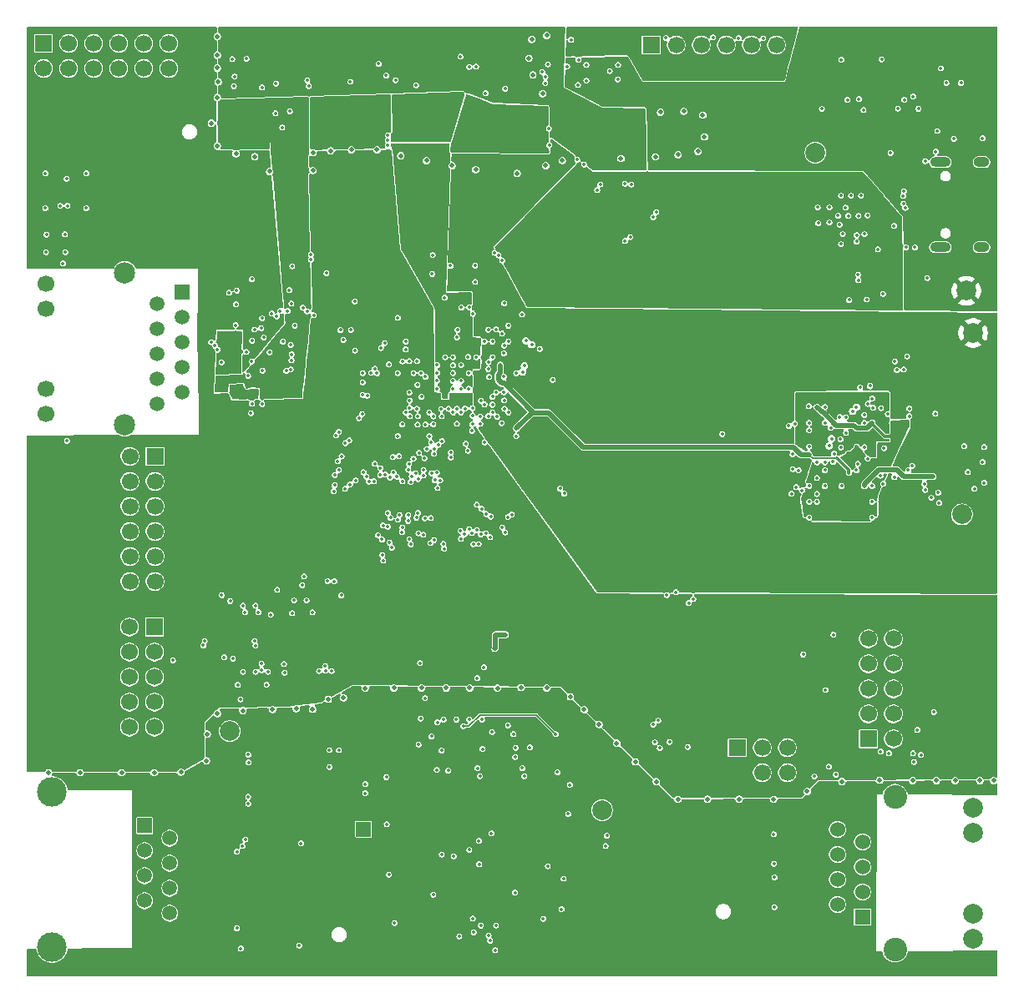
<source format=gbr>
G04 #@! TF.GenerationSoftware,KiCad,Pcbnew,9.0.3-9.0.3-0~ubuntu24.04.1*
G04 #@! TF.CreationDate,2025-07-25T17:12:13+02:00*
G04 #@! TF.ProjectId,acoustic-carrier-board,61636f75-7374-4696-932d-636172726965,rev?*
G04 #@! TF.SameCoordinates,Original*
G04 #@! TF.FileFunction,Copper,L4,Inr*
G04 #@! TF.FilePolarity,Positive*
%FSLAX46Y46*%
G04 Gerber Fmt 4.6, Leading zero omitted, Abs format (unit mm)*
G04 Created by KiCad (PCBNEW 9.0.3-9.0.3-0~ubuntu24.04.1) date 2025-07-25 17:12:13*
%MOMM*%
%LPD*%
G01*
G04 APERTURE LIST*
G04 #@! TA.AperFunction,ComponentPad*
%ADD10C,2.000000*%
G04 #@! TD*
G04 #@! TA.AperFunction,ComponentPad*
%ADD11R,1.500000X1.500000*%
G04 #@! TD*
G04 #@! TA.AperFunction,ComponentPad*
%ADD12C,1.500000*%
G04 #@! TD*
G04 #@! TA.AperFunction,ComponentPad*
%ADD13C,3.000000*%
G04 #@! TD*
G04 #@! TA.AperFunction,ComponentPad*
%ADD14R,1.700000X1.700000*%
G04 #@! TD*
G04 #@! TA.AperFunction,ComponentPad*
%ADD15C,1.700000*%
G04 #@! TD*
G04 #@! TA.AperFunction,ComponentPad*
%ADD16R,1.524000X1.524000*%
G04 #@! TD*
G04 #@! TA.AperFunction,ComponentPad*
%ADD17C,1.524000*%
G04 #@! TD*
G04 #@! TA.AperFunction,ComponentPad*
%ADD18C,1.999996*%
G04 #@! TD*
G04 #@! TA.AperFunction,ComponentPad*
%ADD19C,2.400046*%
G04 #@! TD*
G04 #@! TA.AperFunction,ComponentPad*
%ADD20R,1.520000X1.520000*%
G04 #@! TD*
G04 #@! TA.AperFunction,ComponentPad*
%ADD21C,1.520000*%
G04 #@! TD*
G04 #@! TA.AperFunction,ComponentPad*
%ADD22C,2.160000*%
G04 #@! TD*
G04 #@! TA.AperFunction,HeatsinkPad*
%ADD23O,1.600000X1.000000*%
G04 #@! TD*
G04 #@! TA.AperFunction,HeatsinkPad*
%ADD24O,2.100000X1.000000*%
G04 #@! TD*
G04 #@! TA.AperFunction,ViaPad*
%ADD25C,0.350000*%
G04 #@! TD*
G04 #@! TA.AperFunction,ViaPad*
%ADD26C,0.500000*%
G04 #@! TD*
G04 #@! TA.AperFunction,Conductor*
%ADD27C,0.500000*%
G04 #@! TD*
G04 #@! TA.AperFunction,Conductor*
%ADD28C,0.200000*%
G04 #@! TD*
G04 #@! TA.AperFunction,Conductor*
%ADD29C,0.300000*%
G04 #@! TD*
G04 #@! TA.AperFunction,Conductor*
%ADD30C,0.156500*%
G04 #@! TD*
G04 APERTURE END LIST*
D10*
X64740000Y-76940000D03*
D11*
X57250000Y-133380000D03*
D12*
X59790000Y-134650000D03*
X57250000Y-135920000D03*
X59790000Y-137190000D03*
X57250000Y-138460000D03*
X59790000Y-139730000D03*
X57250000Y-141000000D03*
X59790000Y-142270000D03*
D13*
X47850000Y-129975000D03*
X47850000Y-145675000D03*
D14*
X58250000Y-113220000D03*
D15*
X58250000Y-115760000D03*
X58250000Y-118300000D03*
X58250000Y-120840000D03*
X58250000Y-123380000D03*
X58250000Y-125920000D03*
X55710000Y-113220000D03*
X55710000Y-115760000D03*
X55710000Y-118300000D03*
X55710000Y-120840000D03*
X55710000Y-123380000D03*
X55710000Y-125920000D03*
D14*
X58295000Y-95895000D03*
D15*
X58295000Y-98435000D03*
X58295000Y-100975000D03*
X58295000Y-103515000D03*
X58295000Y-106055000D03*
X58295000Y-108595000D03*
X55755000Y-95895000D03*
X55755000Y-98435000D03*
X55755000Y-100975000D03*
X55755000Y-103515000D03*
X55755000Y-106055000D03*
X55755000Y-108595000D03*
D10*
X125230000Y-65090000D03*
D11*
X79430000Y-133730000D03*
D14*
X47000000Y-54000000D03*
D15*
X47000000Y-56540000D03*
X49540000Y-54000000D03*
X49540000Y-56540000D03*
X52080000Y-54000000D03*
X52080000Y-56540000D03*
X54620000Y-54000000D03*
X54620000Y-56540000D03*
X57160000Y-54000000D03*
X57160000Y-56540000D03*
X59700000Y-54000000D03*
X59700000Y-56540000D03*
D16*
X130005000Y-142630000D03*
D17*
X127465000Y-141370160D03*
X130005000Y-140090000D03*
X127465000Y-138830160D03*
X130005000Y-137550000D03*
X127465000Y-136290160D03*
X130005000Y-135010000D03*
X127465000Y-133750160D03*
D18*
X141254914Y-144815162D03*
X141254914Y-142275162D03*
X141254914Y-134104998D03*
X141254914Y-131564998D03*
D19*
X133304968Y-145940128D03*
X133304968Y-130440032D03*
D14*
X108580000Y-54160000D03*
D15*
X108580000Y-56700000D03*
X111120000Y-54160000D03*
X111120000Y-56700000D03*
X113660000Y-54160000D03*
X113660000Y-56700000D03*
X116200000Y-54160000D03*
X116200000Y-56700000D03*
X118740000Y-54160000D03*
X118740000Y-56700000D03*
X121280000Y-54160000D03*
X121280000Y-56700000D03*
D10*
X140540000Y-79100000D03*
X71720000Y-54490000D03*
X85290000Y-72900000D03*
D14*
X130605000Y-124575000D03*
D15*
X130605000Y-122035000D03*
X130605000Y-119495000D03*
X130605000Y-116955000D03*
X130605000Y-114415000D03*
X130605000Y-111875000D03*
X133145000Y-124575000D03*
X133145000Y-122035000D03*
X133145000Y-119495000D03*
X133145000Y-116955000D03*
X133145000Y-114415000D03*
X133145000Y-111875000D03*
D10*
X65870000Y-123800000D03*
X69570000Y-128830000D03*
D20*
X61050000Y-79270000D03*
D21*
X58510000Y-80440000D03*
X61050000Y-81810000D03*
X58510000Y-82980000D03*
X61050000Y-84350000D03*
X58510000Y-85520000D03*
X61050000Y-86890000D03*
X58510000Y-88060000D03*
X61050000Y-89430000D03*
X58510000Y-90600000D03*
D15*
X47270000Y-78360000D03*
X47270000Y-80900000D03*
X47270000Y-89080000D03*
X47270000Y-91620000D03*
D22*
X55220000Y-92730000D03*
X55220000Y-77250000D03*
D10*
X103600000Y-131800000D03*
D14*
X117310000Y-125470000D03*
D15*
X117310000Y-128010000D03*
X119850000Y-125470000D03*
X119850000Y-128010000D03*
X122390000Y-125470000D03*
X122390000Y-128010000D03*
D10*
X141230000Y-83380000D03*
X140080000Y-101800000D03*
D23*
X142080000Y-66050000D03*
D24*
X137900000Y-66050000D03*
D23*
X142080000Y-74690000D03*
D24*
X137900000Y-74690000D03*
D25*
X71260000Y-84260000D03*
X75550000Y-117170000D03*
X87360000Y-136310000D03*
X124592250Y-98907750D03*
X92320000Y-102010000D03*
X131892250Y-91017750D03*
X121080000Y-138630000D03*
X49420000Y-70480000D03*
X137445000Y-64990000D03*
X90140000Y-56380000D03*
X81780000Y-133230000D03*
X136570000Y-77810000D03*
D26*
X105100000Y-125000000D03*
X90200000Y-119400000D03*
D25*
X104090000Y-134390000D03*
X119930000Y-53490000D03*
X99710000Y-138750000D03*
X69600000Y-119080000D03*
X67750000Y-126170000D03*
X122812250Y-99707750D03*
X90500000Y-142800000D03*
X47250000Y-75180000D03*
X125402250Y-96507750D03*
X68770000Y-111710000D03*
X122942250Y-97197750D03*
D26*
X66500000Y-65200000D03*
D25*
X48960000Y-76330000D03*
X89260000Y-55350000D03*
D26*
X54900000Y-128000000D03*
X74265000Y-121575000D03*
D25*
X82810000Y-97960000D03*
X73710000Y-81200000D03*
X91820000Y-103700000D03*
X137682250Y-99597750D03*
X135060000Y-96860000D03*
X73730000Y-57730000D03*
X81740000Y-128450000D03*
D26*
X100400000Y-120300000D03*
X113320000Y-64960000D03*
D25*
X81130000Y-97090000D03*
X93480000Y-76040000D03*
X94900000Y-93850000D03*
D26*
X75850000Y-120550000D03*
D25*
X92070000Y-87050000D03*
X90960000Y-118400000D03*
X68100000Y-86280000D03*
X127770000Y-94170000D03*
X71430000Y-117860000D03*
D26*
X64600000Y-56500000D03*
D25*
X136280000Y-98710000D03*
X128312250Y-91947750D03*
D26*
X109100000Y-128900000D03*
D25*
X98250000Y-64350000D03*
X81900000Y-101660000D03*
X67730000Y-130440000D03*
X94100000Y-91450000D03*
X72200000Y-76620000D03*
X90510000Y-81420000D03*
X131092250Y-90977750D03*
X85490000Y-103860000D03*
X110162250Y-109977750D03*
D26*
X76100000Y-64900000D03*
D25*
X82900000Y-93850000D03*
X81300000Y-104340000D03*
X65310000Y-116282500D03*
X128290000Y-70670000D03*
X124592250Y-92507750D03*
X76925000Y-125712500D03*
D26*
X64000000Y-62100000D03*
D25*
X99360000Y-99170000D03*
X114850000Y-53400000D03*
X91700000Y-94480000D03*
X92790000Y-114010000D03*
X69042500Y-82905000D03*
X91390000Y-101240000D03*
X128485000Y-59725000D03*
X86380000Y-77400000D03*
X68370000Y-83040000D03*
X91130000Y-134930000D03*
X91320000Y-90260000D03*
X86570649Y-104400873D03*
X121080000Y-141640000D03*
D26*
X135100000Y-128800000D03*
D25*
X85665000Y-120430000D03*
X66130000Y-55600000D03*
D26*
X95400000Y-119370000D03*
D25*
X88500000Y-86650000D03*
X132850000Y-65120000D03*
X84950000Y-101650000D03*
X67770000Y-126960000D03*
X134534016Y-85753256D03*
X129652501Y-59657499D03*
X129590000Y-78030000D03*
X130202250Y-94967750D03*
X82400000Y-95980000D03*
X90150000Y-135830000D03*
X87655000Y-79800000D03*
X92780000Y-146010000D03*
X135140001Y-59389999D03*
X127887640Y-98907750D03*
X126270000Y-119610000D03*
X94630000Y-124090000D03*
X72140000Y-85550000D03*
X142340000Y-94960000D03*
X100340000Y-129240000D03*
X70020000Y-111970000D03*
X87000000Y-94730000D03*
X130430000Y-79990000D03*
X134204613Y-68999358D03*
X76470000Y-108580000D03*
X69190000Y-87200000D03*
X70980000Y-81150000D03*
D26*
X64600000Y-53300000D03*
D25*
X137772250Y-100637750D03*
X83700000Y-91450000D03*
X85160000Y-116880000D03*
D26*
X87800000Y-119400000D03*
D25*
X90913599Y-103371551D03*
X67550000Y-85310000D03*
X70550000Y-58080000D03*
D26*
X121000000Y-130700000D03*
D25*
X89130000Y-144610000D03*
X75675000Y-77315000D03*
X106470000Y-73650000D03*
X80800000Y-87470000D03*
X130992250Y-90037500D03*
X67740000Y-131160000D03*
X67570000Y-55560000D03*
X80480000Y-98430000D03*
X66680000Y-119090000D03*
X124592250Y-94907750D03*
X76643268Y-93790914D03*
X105230000Y-56182500D03*
X79804275Y-89750384D03*
X140680000Y-97500000D03*
X128010000Y-73348000D03*
D26*
X64700000Y-57900000D03*
D25*
X81900000Y-63320000D03*
D26*
X139400000Y-128800000D03*
D25*
X89300000Y-89050000D03*
X127685000Y-72385000D03*
X65800000Y-79300000D03*
X125470000Y-70630000D03*
X93790000Y-58600000D03*
X104390000Y-56800000D03*
X86910000Y-122900000D03*
X68477311Y-115104928D03*
D26*
X90800000Y-66800000D03*
D25*
X134245000Y-59725000D03*
D26*
X77400000Y-120400000D03*
D25*
X90100000Y-89050000D03*
X132192250Y-95082750D03*
D26*
X124400000Y-129900000D03*
D25*
X132690000Y-126030000D03*
X77170000Y-110010000D03*
X82900000Y-81850000D03*
X121010000Y-134260000D03*
X137950000Y-56540000D03*
X76520000Y-97800000D03*
D26*
X111300000Y-130700000D03*
D25*
X69905000Y-85335000D03*
X86900000Y-89050000D03*
X137390000Y-91570000D03*
D26*
X109530000Y-60990000D03*
D25*
X89310000Y-88250000D03*
X86860000Y-97560000D03*
X80970000Y-56070000D03*
X97650000Y-142820000D03*
X134762250Y-91047750D03*
X84490000Y-96140000D03*
X71910000Y-79030000D03*
X66580000Y-79090000D03*
X48680000Y-70480000D03*
X105190000Y-57660000D03*
X85500000Y-97850000D03*
X134357435Y-70698915D03*
D26*
X96200000Y-55500000D03*
X83200000Y-65400000D03*
D25*
X81730000Y-57260000D03*
D26*
X107000000Y-126900000D03*
D25*
X81320000Y-105900000D03*
X87200000Y-98330000D03*
X91220000Y-128350000D03*
X82570000Y-143250000D03*
X130992250Y-98907750D03*
X94900000Y-87468014D03*
X93790000Y-103630000D03*
D26*
X127920000Y-128900000D03*
D25*
X76820000Y-96410000D03*
X69110000Y-117590000D03*
X88500000Y-88250000D03*
X117460000Y-53480000D03*
X69090000Y-116940000D03*
X129610000Y-71500000D03*
D26*
X96500000Y-53600000D03*
D25*
X73090000Y-135180000D03*
D26*
X137500000Y-128800000D03*
D25*
X123990000Y-116000000D03*
D26*
X98000000Y-119400000D03*
D25*
X75975000Y-127417500D03*
X105930000Y-68240000D03*
X130510000Y-71460000D03*
X83700000Y-84250000D03*
D26*
X109020000Y-65510000D03*
X105520000Y-65680000D03*
X97900000Y-66400000D03*
D25*
X67730000Y-87730000D03*
D26*
X78200000Y-64800000D03*
D25*
X89800000Y-94620000D03*
X92735000Y-115410000D03*
X84080000Y-104300000D03*
D26*
X72600000Y-121500000D03*
D25*
X78970000Y-92030000D03*
X87600000Y-105280000D03*
X68120000Y-84170000D03*
D26*
X113990000Y-63490000D03*
D25*
X82900000Y-87450000D03*
X94060000Y-123200000D03*
X132562250Y-91607750D03*
X81650000Y-97740000D03*
D26*
X47500000Y-128000000D03*
D25*
X82670000Y-57730000D03*
X86445000Y-75475000D03*
X121030000Y-137240000D03*
X84760000Y-58240000D03*
X129410000Y-73468000D03*
X123142250Y-92587750D03*
X72040000Y-87080000D03*
D26*
X68400000Y-65500000D03*
X95000000Y-67200000D03*
D25*
X137600000Y-62890000D03*
X94060857Y-102067512D03*
X72460000Y-82650000D03*
D26*
X103300000Y-123100000D03*
X111890000Y-60890000D03*
D25*
X66500000Y-80485000D03*
D26*
X143300000Y-128800000D03*
D25*
X132090000Y-79410000D03*
D26*
X85800000Y-65900000D03*
D25*
X110440000Y-124880000D03*
X99490000Y-141850000D03*
D26*
X79600000Y-119430503D03*
D25*
X88010000Y-127790000D03*
X97850000Y-58040000D03*
X127060000Y-114000000D03*
X82070000Y-104660000D03*
X79340000Y-88390000D03*
X135230000Y-126910000D03*
D26*
X63500000Y-126800000D03*
X93000000Y-119420117D03*
D25*
X81880000Y-63840000D03*
D26*
X64600000Y-59500000D03*
D25*
X72190000Y-111820000D03*
X47280000Y-73410000D03*
X81400000Y-102910000D03*
D26*
X70200000Y-121600000D03*
X85300000Y-119400000D03*
D25*
X130210000Y-73348000D03*
X63183460Y-115081833D03*
D26*
X60920000Y-127940000D03*
D25*
X129560000Y-77460000D03*
X72910000Y-145540000D03*
X98110000Y-137490000D03*
X66280000Y-58345000D03*
X134420000Y-74700000D03*
X71365000Y-116977500D03*
X96285000Y-125425000D03*
X88500000Y-89050000D03*
X130992250Y-102107750D03*
X84210000Y-98500000D03*
D26*
X141900000Y-128800000D03*
D25*
X49370000Y-94325000D03*
X134200000Y-87100000D03*
D26*
X64600000Y-55200000D03*
D25*
X110090000Y-53450000D03*
X127032250Y-96454500D03*
X139265000Y-63680000D03*
X67450000Y-134770000D03*
X67420000Y-111710000D03*
X88500000Y-85850000D03*
X72040000Y-84590000D03*
X138517500Y-58012500D03*
X130772250Y-88747750D03*
X68110000Y-77920000D03*
X49330000Y-67720000D03*
X72130000Y-86160000D03*
X84700000Y-97620000D03*
D26*
X74300000Y-65100000D03*
D25*
X65040000Y-86360000D03*
D26*
X63600000Y-124100000D03*
D25*
X88240000Y-76560000D03*
X122910000Y-95697750D03*
X101170000Y-58220000D03*
X100470000Y-53640000D03*
X67150000Y-135450000D03*
X95730000Y-128350000D03*
X98210000Y-62630000D03*
X130192250Y-92507750D03*
X71740000Y-81150000D03*
X84860000Y-86250000D03*
X135320000Y-74700000D03*
X71600000Y-87230000D03*
X83970000Y-97260000D03*
X128562000Y-71508000D03*
X133232250Y-98017750D03*
D26*
X58200000Y-128000000D03*
X101800000Y-121600000D03*
D25*
X83940000Y-102460000D03*
D26*
X98000000Y-53200000D03*
D25*
X134742250Y-91817750D03*
X92450000Y-123875000D03*
X85010000Y-125140000D03*
D26*
X131750000Y-128770000D03*
D25*
X99090000Y-127950000D03*
X86250000Y-102170000D03*
D26*
X117500000Y-130700000D03*
D25*
X92100000Y-86330000D03*
X86570000Y-95620000D03*
X81870000Y-64360000D03*
X63980000Y-84310000D03*
D26*
X80800000Y-64800000D03*
D25*
X74250000Y-111730000D03*
X88500000Y-87450000D03*
X125510000Y-72250000D03*
X88280000Y-95490000D03*
X92950713Y-91873385D03*
X77980000Y-94290000D03*
X78090000Y-57890000D03*
X124562250Y-90817750D03*
X79740000Y-97960000D03*
X85840000Y-95150000D03*
X86100000Y-93850000D03*
X65050000Y-109990000D03*
X126792250Y-93007750D03*
X73400000Y-108100000D03*
D26*
X50700000Y-128000000D03*
D25*
X84850000Y-91080000D03*
X69140000Y-58470000D03*
X72110000Y-80400000D03*
X66990000Y-145850000D03*
D26*
X97600000Y-59100000D03*
D25*
X76410000Y-99430000D03*
X112392250Y-110797750D03*
D26*
X67200000Y-121700000D03*
D25*
X82920000Y-102320000D03*
X90100000Y-87450000D03*
X92860000Y-143500000D03*
X88890000Y-83830000D03*
X100175000Y-132195000D03*
X94100000Y-84250000D03*
D26*
X64600000Y-122000000D03*
D25*
X130992250Y-100507750D03*
X78050000Y-98760000D03*
X95490000Y-81510000D03*
X126192250Y-90907750D03*
X91640000Y-117310000D03*
D26*
X88400000Y-66400000D03*
D25*
X124592250Y-102107750D03*
X103430000Y-68310000D03*
X75560000Y-117670000D03*
X78540000Y-80180000D03*
X92160000Y-87850000D03*
D26*
X82500000Y-119400000D03*
D25*
X79600000Y-130080000D03*
X90120000Y-103280000D03*
X89270000Y-103460000D03*
X73880000Y-58340000D03*
D26*
X99580000Y-65890000D03*
D25*
X108790000Y-71640000D03*
X127530000Y-71480000D03*
X109300000Y-122700000D03*
X91810000Y-59050000D03*
X130532250Y-96137750D03*
X124592250Y-100507750D03*
X94852500Y-125477500D03*
X128650000Y-80040000D03*
D26*
X74300000Y-66900000D03*
D25*
X136350000Y-65950000D03*
X124592250Y-93254500D03*
X83354327Y-103105621D03*
D26*
X114300000Y-130700000D03*
D25*
X141350000Y-99190000D03*
D26*
X96600000Y-57200000D03*
D25*
X94800000Y-126400000D03*
D26*
X111320000Y-65290000D03*
X64600000Y-64400000D03*
D25*
X69320000Y-83840000D03*
X131822250Y-97877750D03*
X68010000Y-91520000D03*
X82000000Y-138340000D03*
X66195000Y-116425000D03*
X101220000Y-55670000D03*
X92400000Y-134170000D03*
X93820000Y-114000000D03*
D26*
X69900000Y-67000000D03*
X113820000Y-61270000D03*
D25*
X91090000Y-104800000D03*
X97870000Y-57390000D03*
X66810000Y-89900000D03*
X66550000Y-89252500D03*
X66467500Y-82585000D03*
X66330000Y-89890000D03*
X74880000Y-83600000D03*
X88520000Y-89850000D03*
X74430000Y-80400000D03*
X72520000Y-118790000D03*
X86367500Y-81112500D03*
X98480000Y-71220000D03*
X100150000Y-69180000D03*
X76520000Y-85440000D03*
X90100000Y-89850000D03*
X86890000Y-89765000D03*
X85482500Y-80227500D03*
X90860000Y-85850000D03*
X68600000Y-68570000D03*
X71450000Y-118630000D03*
X82232500Y-80112500D03*
X77820000Y-65680000D03*
X71870000Y-116180000D03*
X47250000Y-76300000D03*
X89260000Y-89850000D03*
X94850000Y-74630000D03*
X81780000Y-68680000D03*
X49070000Y-114420000D03*
X86900000Y-87450000D03*
X74910000Y-67610000D03*
X81630000Y-66800000D03*
X77940000Y-66480000D03*
X84070000Y-92670000D03*
X82040000Y-70970000D03*
X97150000Y-72410000D03*
X48150000Y-95500000D03*
X47310000Y-95450000D03*
X86900000Y-86640000D03*
X86870000Y-88250000D03*
X75960000Y-68410000D03*
X127320900Y-74359100D03*
X132380000Y-71180000D03*
X81860000Y-69750000D03*
X94890000Y-117310000D03*
X76410000Y-89260000D03*
X65010000Y-117757500D03*
X74310000Y-83610000D03*
X49850000Y-117120000D03*
X100960000Y-68260000D03*
X130210000Y-73988000D03*
X78550000Y-67330000D03*
X75900000Y-67590000D03*
X49875000Y-121545000D03*
X126710000Y-69456900D03*
X95838534Y-73572844D03*
X49240000Y-69070000D03*
X64260000Y-117940000D03*
X90020000Y-85810000D03*
X99300000Y-70180000D03*
X79820000Y-67910000D03*
X47930000Y-76320000D03*
X92110000Y-113920000D03*
X67540000Y-67910000D03*
X81600000Y-65890000D03*
X65390000Y-90827500D03*
X76630000Y-79120000D03*
X71155000Y-81897500D03*
X74910000Y-68480000D03*
X75160000Y-78990000D03*
X139310000Y-121780000D03*
X89320000Y-86640000D03*
X142337500Y-98587500D03*
X87700000Y-85850000D03*
X68610000Y-67930000D03*
X68655000Y-90360000D03*
X139310000Y-120300000D03*
X81680000Y-67770000D03*
X67560000Y-68560000D03*
X130108750Y-60763750D03*
X103090000Y-64490000D03*
X102450000Y-63680000D03*
X67985000Y-58515000D03*
X76855323Y-57874677D03*
X105370000Y-64530000D03*
X102410000Y-62730000D03*
X82695000Y-56475000D03*
X99180000Y-53300000D03*
X99160000Y-52630000D03*
X83730000Y-56000000D03*
X105170000Y-61160000D03*
X99350000Y-59050000D03*
X74320000Y-55870000D03*
X76320323Y-57339677D03*
X85333750Y-57706250D03*
X102920000Y-61170000D03*
X91911249Y-57020000D03*
X75220000Y-55500000D03*
X104380000Y-64540000D03*
X106240000Y-61180000D03*
X84768750Y-57141250D03*
X82300000Y-56080000D03*
X98520000Y-59020000D03*
X91911249Y-57590000D03*
X92791249Y-59038751D03*
X91911249Y-58158751D03*
X99400000Y-59790000D03*
X106350000Y-64530000D03*
X68040000Y-58080000D03*
X76180000Y-55570000D03*
X98540000Y-59790000D03*
X104130000Y-61130000D03*
X99560000Y-52920000D03*
X102450000Y-61890000D03*
X83550000Y-55380000D03*
X92441249Y-58688751D03*
X134570000Y-76500000D03*
X136130000Y-58040000D03*
X100075001Y-57695000D03*
X136150000Y-76510000D03*
X140055000Y-59700000D03*
X138930000Y-68130000D03*
X136330000Y-79730000D03*
X101290000Y-58900000D03*
X138500000Y-71840000D03*
X130690000Y-58080000D03*
X138680000Y-72480000D03*
X138900000Y-68690000D03*
X100810000Y-58580000D03*
X136450000Y-78850000D03*
X64720000Y-88130000D03*
X70650000Y-65870000D03*
X72690000Y-63840000D03*
X71655000Y-81897500D03*
X72550000Y-65490000D03*
X72010000Y-77700000D03*
X72155000Y-88772500D03*
X72710000Y-64960000D03*
X73142500Y-85510000D03*
X67730000Y-88370000D03*
X72010000Y-77200000D03*
X69642500Y-88385000D03*
X73270000Y-87550000D03*
X65310000Y-88130000D03*
X72700000Y-64440000D03*
X87400000Y-62660000D03*
X87330000Y-63400000D03*
X85020000Y-61230000D03*
X87655000Y-61265000D03*
X85040000Y-60490000D03*
X135680000Y-60630000D03*
X77360000Y-64180000D03*
X76710000Y-60200000D03*
X76600000Y-62640000D03*
X76620000Y-61840000D03*
X76610000Y-60960000D03*
X76590000Y-63510000D03*
X91790000Y-63820000D03*
X96430000Y-60840000D03*
X92980000Y-61760000D03*
X94630000Y-60815000D03*
X91770000Y-62070000D03*
X91770000Y-62690000D03*
X93205000Y-62815000D03*
X69155000Y-81897500D03*
X88835000Y-122610000D03*
X90135000Y-122610000D03*
X92735000Y-122610000D03*
X83540000Y-125760000D03*
X92640000Y-135835000D03*
X94147054Y-136152115D03*
X95120000Y-120250000D03*
X95800000Y-120670000D03*
D26*
X141151000Y-129700000D03*
X140600000Y-147500000D03*
D25*
X73420000Y-128060000D03*
X90400000Y-136850000D03*
X90900000Y-145370000D03*
X75975000Y-122450000D03*
X76740000Y-123180000D03*
X91435000Y-122610000D03*
X91491050Y-125600000D03*
X65580000Y-86660000D03*
X65342500Y-84060000D03*
X66467500Y-84085000D03*
X125892500Y-60650000D03*
X70130000Y-81410000D03*
X133600000Y-60612500D03*
X129410000Y-74108000D03*
X127828900Y-69456900D03*
X127828900Y-74359100D03*
X95525000Y-127535000D03*
X79610000Y-129160000D03*
X103970000Y-135430000D03*
X66590000Y-136020000D03*
X66590000Y-143780000D03*
X91150000Y-137290000D03*
X86860000Y-127710000D03*
X70505000Y-61095000D03*
X71190000Y-62530000D03*
X71955000Y-60890000D03*
X102530000Y-53010000D03*
X103380000Y-54520000D03*
X103610000Y-52940000D03*
X105140000Y-54670000D03*
X102040000Y-53540000D03*
X127855000Y-55660000D03*
X131955000Y-55625000D03*
X78640000Y-98340000D03*
X80890000Y-103910000D03*
X88890000Y-92600000D03*
X89300000Y-104270000D03*
X91260000Y-91850000D03*
X129392250Y-97307750D03*
X90430000Y-103700000D03*
X90910000Y-100810000D03*
X125392250Y-99707750D03*
X92500000Y-91450000D03*
X130537250Y-90582750D03*
X93473912Y-83450000D03*
X70680000Y-109450000D03*
X72380000Y-110512500D03*
X86650000Y-98320000D03*
X88500000Y-91450000D03*
X128332250Y-93527750D03*
X122540485Y-92815985D03*
X98610000Y-88140000D03*
X127822250Y-94987750D03*
X73280000Y-80810000D03*
X89670000Y-103810000D03*
X125125000Y-128375000D03*
X89720000Y-91050000D03*
X95889675Y-84171046D03*
X129392250Y-90907750D03*
X92265000Y-104105000D03*
X90430000Y-93330000D03*
X93710000Y-91070000D03*
X125392250Y-98107750D03*
X93500000Y-103130000D03*
X90460000Y-92650000D03*
X137250000Y-121850000D03*
X126600000Y-127400000D03*
X135130000Y-126040000D03*
X93420000Y-92530000D03*
X123882250Y-99357750D03*
X133292250Y-86267750D03*
X93684250Y-84665750D03*
X129762250Y-88927750D03*
X133492250Y-87147750D03*
X92500000Y-90650000D03*
X126192250Y-98907750D03*
X92500000Y-85850000D03*
X126192250Y-92507750D03*
X136982250Y-100100000D03*
X112852250Y-110367750D03*
X76190000Y-117687500D03*
X66953750Y-120553750D03*
X69750000Y-117757500D03*
X60110000Y-116600000D03*
X136372250Y-99315500D03*
X111090000Y-109690000D03*
X90480000Y-91780000D03*
X94460000Y-101810000D03*
X73650000Y-110512500D03*
X67210000Y-111050000D03*
X93656486Y-85456159D03*
X127702250Y-91897750D03*
X92500000Y-89850000D03*
X123532250Y-97317750D03*
X70640000Y-81700000D03*
X81990000Y-86580000D03*
X95568096Y-87333547D03*
X126636374Y-94823892D03*
X90000000Y-95340000D03*
X90470000Y-91020000D03*
X89300000Y-91450000D03*
X74920000Y-117687500D03*
X68480000Y-117757500D03*
X88280000Y-96000000D03*
X93290000Y-86650000D03*
X130192250Y-98907750D03*
X137150000Y-97950000D03*
X128637552Y-97583052D03*
X124577250Y-95707750D03*
X94940000Y-93060000D03*
X123282250Y-99027750D03*
X91700000Y-90650000D03*
X91860000Y-101760000D03*
X91310000Y-103810000D03*
X83330000Y-103580000D03*
X84900000Y-92690000D03*
X82090000Y-98050000D03*
X83010000Y-95880000D03*
X130192250Y-91707750D03*
X97300000Y-85010000D03*
X126192250Y-97307750D03*
X93680000Y-90230000D03*
X90140000Y-80770000D03*
X93110000Y-75490000D03*
X101800000Y-66300000D03*
X94100000Y-82650000D03*
X127137250Y-95632750D03*
X93660000Y-87830000D03*
X92890000Y-89420000D03*
X126192250Y-96507750D03*
X129014720Y-91340220D03*
X96470000Y-84568120D03*
X129535284Y-96650785D03*
X91260000Y-92610000D03*
X87380000Y-94350600D03*
X67210000Y-117757500D03*
X87360000Y-91830000D03*
X88060000Y-91080000D03*
X73210000Y-108980000D03*
X86310000Y-97610000D03*
X68480000Y-111050000D03*
X99777250Y-99682750D03*
X134652250Y-97307750D03*
X89350000Y-80790000D03*
X92707199Y-75238249D03*
X101090000Y-65800000D03*
X65907500Y-110582500D03*
X88880000Y-91050000D03*
X75790000Y-108570000D03*
X86930000Y-99120000D03*
X125392250Y-100507750D03*
X92070000Y-91830000D03*
X93650000Y-89410000D03*
X115783417Y-93647750D03*
X126866030Y-94099919D03*
X95736319Y-86729050D03*
X68380000Y-114640000D03*
X63330000Y-114630000D03*
X132102250Y-98667750D03*
X94785000Y-140180000D03*
X64370000Y-84672550D03*
X64630000Y-85080000D03*
X86505000Y-140370000D03*
X85210000Y-122500000D03*
X87340000Y-125760000D03*
X90980000Y-127540000D03*
X98910000Y-124100000D03*
X89550000Y-123270000D03*
X86310000Y-124320000D03*
X90250000Y-65850000D03*
X95950000Y-65700000D03*
X94800000Y-65710000D03*
X94810000Y-66420000D03*
X90890000Y-89050000D03*
X90770000Y-88260000D03*
X135309750Y-92967750D03*
X136252250Y-94837750D03*
X90980000Y-89800000D03*
X136352250Y-92147750D03*
X96420000Y-81570000D03*
X95780000Y-93340000D03*
X135352250Y-94817750D03*
X136472250Y-93567750D03*
X141450000Y-91270000D03*
X90860000Y-87450000D03*
X95900000Y-66620000D03*
X135332250Y-93867750D03*
X91540000Y-65580000D03*
X141450000Y-91960000D03*
X91500000Y-66300000D03*
X100075001Y-56345000D03*
X102015002Y-56179999D03*
X68125000Y-90555000D03*
X102015002Y-57779999D03*
X98115000Y-56125000D03*
X97550000Y-56890000D03*
X140320000Y-94870000D03*
X142175000Y-96475000D03*
X133205000Y-72530000D03*
X131570000Y-74900000D03*
X69155000Y-90620000D03*
X88572500Y-136485000D03*
X87535000Y-122610000D03*
X75975000Y-125712500D03*
X92261856Y-145053711D03*
X91310000Y-143520000D03*
X92110000Y-144520000D03*
X90610000Y-144200000D03*
X134150000Y-70271600D03*
X140000000Y-58012500D03*
X82460000Y-97530000D03*
X83086645Y-101860000D03*
X77390000Y-84085000D03*
X79290000Y-91610000D03*
X84080000Y-89430000D03*
X81570000Y-84400000D03*
X84060000Y-86250000D03*
X74400000Y-81600000D03*
X86210000Y-104710000D03*
X84960000Y-98210000D03*
X86290000Y-94500000D03*
X86500000Y-92650000D03*
X81430000Y-106480000D03*
X79430000Y-97510000D03*
X84990000Y-103710000D03*
X84030000Y-96700000D03*
X78150000Y-83085000D03*
X77090000Y-83085000D03*
X79960000Y-98460000D03*
X81890000Y-103040000D03*
X85300000Y-89850000D03*
X77580000Y-94560000D03*
X85615000Y-96085000D03*
X84796994Y-102115497D03*
X86510000Y-91840000D03*
X84310000Y-97910000D03*
X76940000Y-93420000D03*
X84100000Y-90240000D03*
X93690000Y-80370000D03*
X92070000Y-83060000D03*
X91700000Y-84250000D03*
X129860900Y-69456900D03*
X78570000Y-85170000D03*
X82310000Y-105170000D03*
X80570000Y-96660000D03*
X86100000Y-91450000D03*
X84210000Y-104830000D03*
X77560000Y-99200000D03*
X83350000Y-92650000D03*
X128844900Y-69456900D03*
X92860000Y-83010000D03*
X81120000Y-97810000D03*
X82160000Y-102130000D03*
X87300000Y-91090000D03*
X85510000Y-97290000D03*
X85649974Y-102179746D03*
X86600258Y-95145962D03*
X109110000Y-71120000D03*
X126647800Y-70638000D03*
X85060000Y-95560000D03*
X85710000Y-92660000D03*
X83380000Y-98440000D03*
X83960000Y-101870000D03*
X92500000Y-84250000D03*
X106580000Y-68320000D03*
X51325000Y-70720000D03*
X51330000Y-67180000D03*
X74090000Y-75910000D03*
X49160000Y-73370000D03*
X90745000Y-76545000D03*
X87170000Y-65330000D03*
X87100000Y-64680000D03*
X89260000Y-79570000D03*
X84300000Y-64560000D03*
X87700000Y-89720000D03*
X84370000Y-65050000D03*
X90900000Y-86650000D03*
X134130998Y-69468622D03*
X135930000Y-126210000D03*
X127300000Y-128200000D03*
X81190000Y-84910000D03*
X83380000Y-86280000D03*
X84500000Y-87450000D03*
X80570000Y-87010000D03*
X85710000Y-87830000D03*
X79350000Y-87450000D03*
X77210000Y-95890000D03*
X84100000Y-90980000D03*
X88960000Y-83070000D03*
X103110000Y-68880000D03*
X84890000Y-88660000D03*
X79340000Y-89650000D03*
X84120000Y-91830000D03*
X76930000Y-97280000D03*
X83700000Y-85050000D03*
X105930000Y-74060000D03*
X126647800Y-72162000D03*
X80204008Y-87435992D03*
X85270000Y-87450000D03*
X84940000Y-91840000D03*
X76510000Y-98820000D03*
X90569246Y-104820754D03*
X108790000Y-123130000D03*
X135570000Y-123660000D03*
X131850000Y-125870000D03*
X108960000Y-124910000D03*
X87520000Y-104780000D03*
X109460000Y-125500000D03*
X74100000Y-75430000D03*
X49200000Y-75180000D03*
X47180000Y-67180000D03*
X47175000Y-70720000D03*
X112290000Y-125390000D03*
X129392250Y-94907750D03*
X132987250Y-92507750D03*
X125392250Y-90907750D03*
X130992250Y-99707750D03*
X133082250Y-93397750D03*
X130992250Y-92507750D03*
X128542250Y-95607750D03*
X134462250Y-92457750D03*
X124592250Y-101307750D03*
X133752250Y-93857750D03*
X127072250Y-97237750D03*
X124592250Y-99707750D03*
X125392250Y-97307750D03*
X130992250Y-101297750D03*
X130192250Y-97547750D03*
X125402250Y-95687750D03*
X124612250Y-91737750D03*
X130192250Y-90107750D03*
X132419750Y-93305250D03*
X131543250Y-93858750D03*
X131052250Y-95627750D03*
X130992250Y-91707750D03*
X131912250Y-91667750D03*
X123382250Y-93607750D03*
X125392250Y-92507750D03*
X124592250Y-90107750D03*
X90845000Y-56350000D03*
X66360000Y-57360000D03*
X90745000Y-78195000D03*
X142175000Y-63640000D03*
D27*
X92790000Y-115355000D02*
X92735000Y-115410000D01*
X93820000Y-114000000D02*
X92800000Y-114000000D01*
X92790000Y-114010000D02*
X92790000Y-115355000D01*
X92800000Y-114000000D02*
X92790000Y-114010000D01*
X123032250Y-94987750D02*
X101703048Y-94987750D01*
X93696000Y-88506000D02*
X93450702Y-88506000D01*
X93084000Y-87620702D02*
X93290000Y-87414702D01*
X130192250Y-98728518D02*
X130192250Y-98907750D01*
X124577250Y-95707750D02*
X124567250Y-95717750D01*
D28*
X126866150Y-96053500D02*
X126830900Y-96088750D01*
D27*
X124567250Y-95717750D02*
X123762250Y-95717750D01*
D28*
X127438500Y-96053500D02*
X126866150Y-96053500D01*
X127423250Y-96068750D02*
X127438500Y-96053500D01*
X126830900Y-96088750D02*
X124938250Y-96088750D01*
D27*
X137150000Y-97950000D02*
X134174500Y-97950000D01*
X94940000Y-93040000D02*
X94940000Y-93060000D01*
X96672351Y-91482351D02*
X93696000Y-88506000D01*
X123762250Y-95717750D02*
X123032250Y-94987750D01*
X96497649Y-91482351D02*
X94940000Y-93040000D01*
X134174500Y-97950000D02*
X133514500Y-97290000D01*
D29*
X127428750Y-96068750D02*
X128622250Y-97262250D01*
D28*
X124938250Y-96088750D02*
X124567250Y-95717750D01*
D27*
X133514500Y-97290000D02*
X131630768Y-97290000D01*
X98197649Y-91482351D02*
X96672351Y-91482351D01*
X131630768Y-97290000D02*
X130192250Y-98728518D01*
X101703048Y-94987750D02*
X98197649Y-91482351D01*
D29*
X127423250Y-96068750D02*
X127428750Y-96068750D01*
D27*
X93450702Y-88506000D02*
X93084000Y-88139298D01*
X93290000Y-87414702D02*
X93290000Y-86650000D01*
X93084000Y-88139298D02*
X93084000Y-87620702D01*
D29*
X128622250Y-97567750D02*
X128637552Y-97583052D01*
X128622250Y-97262250D02*
X128622250Y-97567750D01*
D30*
X96969000Y-122159000D02*
X98910000Y-124100000D01*
X89550000Y-123270000D02*
X90112811Y-123270000D01*
X90112811Y-123270000D02*
X91223811Y-122159000D01*
X91223811Y-122159000D02*
X96969000Y-122159000D01*
D29*
X129437750Y-94953250D02*
X129392250Y-94907750D01*
D27*
X127336846Y-92767048D02*
X126028548Y-91458750D01*
D29*
X130992250Y-92599230D02*
X130992250Y-92507750D01*
D27*
X130992250Y-92507750D02*
X130441250Y-93058750D01*
X129403250Y-93058750D02*
X129111548Y-92767048D01*
X130441250Y-93058750D02*
X129403250Y-93058750D01*
X125943250Y-91458750D02*
X125392250Y-90907750D01*
D29*
X133752250Y-93857750D02*
X132250770Y-93857750D01*
D27*
X126028548Y-91458750D02*
X125943250Y-91458750D01*
D29*
X132250770Y-93857750D02*
X130992250Y-92599230D01*
D27*
X129111548Y-92767048D02*
X127336846Y-92767048D01*
G04 #@! TA.AperFunction,Conductor*
G36*
X132695318Y-89387554D02*
G01*
X132741183Y-89440262D01*
X132752497Y-89491762D01*
X132755880Y-91186685D01*
X132736329Y-91253763D01*
X132683616Y-91299623D01*
X132614478Y-91309705D01*
X132603596Y-91307485D01*
X132601812Y-91307250D01*
X132522688Y-91307250D01*
X132484711Y-91317426D01*
X132446259Y-91327729D01*
X132446254Y-91327732D01*
X132377745Y-91367285D01*
X132377737Y-91367291D01*
X132321791Y-91423237D01*
X132321785Y-91423245D01*
X132282232Y-91491754D01*
X132282229Y-91491759D01*
X132268576Y-91542712D01*
X132261750Y-91568188D01*
X132261750Y-91647312D01*
X132264424Y-91657290D01*
X132282229Y-91723740D01*
X132282232Y-91723745D01*
X132321785Y-91792254D01*
X132321789Y-91792259D01*
X132321790Y-91792261D01*
X132377739Y-91848210D01*
X132377741Y-91848211D01*
X132377745Y-91848214D01*
X132395021Y-91858188D01*
X132446261Y-91887771D01*
X132522688Y-91908250D01*
X132522690Y-91908250D01*
X132601811Y-91908250D01*
X132601812Y-91908250D01*
X132601812Y-91908249D01*
X132609869Y-91907189D01*
X132610048Y-91908548D01*
X132626332Y-91908935D01*
X132650961Y-91905344D01*
X132660658Y-91909749D01*
X132671307Y-91910002D01*
X132691915Y-91923948D01*
X132714575Y-91934242D01*
X132720352Y-91943192D01*
X132729172Y-91949161D01*
X132738969Y-91972035D01*
X132752466Y-91992945D01*
X132754809Y-92009018D01*
X132756681Y-92013387D01*
X132757559Y-92027870D01*
X132758042Y-92270276D01*
X132741430Y-92332522D01*
X132707229Y-92391760D01*
X132704154Y-92403237D01*
X132686750Y-92468188D01*
X132686750Y-92547312D01*
X132692954Y-92570465D01*
X132707229Y-92623739D01*
X132742380Y-92684623D01*
X132758992Y-92746374D01*
X132760464Y-93483002D01*
X132757895Y-93491813D01*
X132759202Y-93500897D01*
X132748273Y-93524826D01*
X132740913Y-93550081D01*
X132733989Y-93556104D01*
X132730177Y-93564453D01*
X132708046Y-93578675D01*
X132688201Y-93595941D01*
X132677561Y-93598266D01*
X132671399Y-93602227D01*
X132636464Y-93607250D01*
X132405893Y-93607250D01*
X132338854Y-93587565D01*
X132318212Y-93570931D01*
X131379069Y-92631788D01*
X131345584Y-92570465D01*
X131342750Y-92544107D01*
X131342750Y-92461608D01*
X131342750Y-92461606D01*
X131318864Y-92372462D01*
X131272720Y-92292538D01*
X131207462Y-92227280D01*
X131207461Y-92227279D01*
X131207458Y-92227277D01*
X131127540Y-92181137D01*
X131127539Y-92181136D01*
X131127538Y-92181136D01*
X131038394Y-92157250D01*
X130946107Y-92157250D01*
X130856962Y-92181136D01*
X130856959Y-92181137D01*
X130777041Y-92227277D01*
X130637887Y-92366431D01*
X130576564Y-92399915D01*
X130506872Y-92394931D01*
X130450939Y-92353059D01*
X130442821Y-92340753D01*
X130432710Y-92323239D01*
X130376761Y-92267290D01*
X130376759Y-92267289D01*
X130376754Y-92267285D01*
X130308245Y-92227732D01*
X130308237Y-92227728D01*
X130307690Y-92227582D01*
X130307476Y-92227524D01*
X130306907Y-92227177D01*
X130300732Y-92224620D01*
X130301130Y-92223656D01*
X130247816Y-92191161D01*
X130217286Y-92128314D01*
X130225580Y-92058939D01*
X130270065Y-92005060D01*
X130300793Y-91991027D01*
X130300732Y-91990880D01*
X130304858Y-91989171D01*
X130307476Y-91987975D01*
X130308239Y-91987771D01*
X130376761Y-91948210D01*
X130432710Y-91892261D01*
X130472271Y-91823739D01*
X130492750Y-91747312D01*
X130492750Y-91668188D01*
X130472271Y-91591761D01*
X130458661Y-91568188D01*
X130432714Y-91523245D01*
X130432708Y-91523237D01*
X130376762Y-91467291D01*
X130376754Y-91467285D01*
X130308245Y-91427732D01*
X130308240Y-91427729D01*
X130282763Y-91420902D01*
X130231812Y-91407250D01*
X130152688Y-91407250D01*
X130114474Y-91417489D01*
X130076259Y-91427729D01*
X130076254Y-91427732D01*
X130007745Y-91467285D01*
X130007737Y-91467291D01*
X129951791Y-91523237D01*
X129951785Y-91523245D01*
X129912232Y-91591754D01*
X129912229Y-91591759D01*
X129905270Y-91617732D01*
X129891750Y-91668188D01*
X129891750Y-91747312D01*
X129903792Y-91792254D01*
X129912229Y-91823740D01*
X129912232Y-91823745D01*
X129951785Y-91892254D01*
X129951789Y-91892259D01*
X129951790Y-91892261D01*
X130007739Y-91948210D01*
X130007741Y-91948211D01*
X130007745Y-91948214D01*
X130075466Y-91987312D01*
X130076261Y-91987771D01*
X130077006Y-91987970D01*
X130077026Y-91987976D01*
X130077596Y-91988323D01*
X130083768Y-91990880D01*
X130083369Y-91991842D01*
X130136685Y-92024342D01*
X130167213Y-92087189D01*
X130158917Y-92156565D01*
X130114431Y-92210442D01*
X130083707Y-92224472D01*
X130083768Y-92224620D01*
X130079650Y-92226325D01*
X130077026Y-92227524D01*
X130076263Y-92227728D01*
X130076254Y-92227732D01*
X130007745Y-92267285D01*
X130007737Y-92267291D01*
X129951791Y-92323237D01*
X129951785Y-92323245D01*
X129912232Y-92391754D01*
X129912229Y-92391759D01*
X129905587Y-92416548D01*
X129891750Y-92468188D01*
X129891750Y-92547312D01*
X129891985Y-92548188D01*
X129893049Y-92552159D01*
X129892453Y-92577153D01*
X129896011Y-92601897D01*
X129891634Y-92611479D01*
X129891384Y-92622009D01*
X129877372Y-92642710D01*
X129866986Y-92665453D01*
X129858124Y-92671148D01*
X129852220Y-92679871D01*
X129829239Y-92689710D01*
X129808208Y-92703227D01*
X129792348Y-92705507D01*
X129787991Y-92707373D01*
X129773273Y-92708250D01*
X129599794Y-92708250D01*
X129532755Y-92688565D01*
X129512113Y-92671931D01*
X129326761Y-92486579D01*
X129326756Y-92486575D01*
X129246838Y-92440435D01*
X129246837Y-92440434D01*
X129246836Y-92440434D01*
X129157692Y-92416548D01*
X129157691Y-92416548D01*
X128564043Y-92416548D01*
X128497004Y-92396863D01*
X128451249Y-92344059D01*
X128441305Y-92274901D01*
X128470330Y-92211345D01*
X128491102Y-92194192D01*
X128490310Y-92193160D01*
X128496754Y-92188213D01*
X128496761Y-92188210D01*
X128552710Y-92132261D01*
X128592271Y-92063739D01*
X128612750Y-91987312D01*
X128612750Y-91908188D01*
X128592271Y-91831761D01*
X128571406Y-91795621D01*
X128554059Y-91765575D01*
X128554058Y-91765574D01*
X128552710Y-91763239D01*
X128496761Y-91707290D01*
X128496759Y-91707289D01*
X128496754Y-91707285D01*
X128428245Y-91667732D01*
X128428240Y-91667729D01*
X128402763Y-91660902D01*
X128351812Y-91647250D01*
X128272688Y-91647250D01*
X128235238Y-91657285D01*
X128196259Y-91667729D01*
X128196254Y-91667732D01*
X128127745Y-91707285D01*
X128127737Y-91707291D01*
X128119931Y-91715098D01*
X128058608Y-91748583D01*
X127988916Y-91743599D01*
X127944569Y-91715098D01*
X127886762Y-91657291D01*
X127886754Y-91657285D01*
X127818245Y-91617732D01*
X127818240Y-91617729D01*
X127792763Y-91610902D01*
X127741812Y-91597250D01*
X127662688Y-91597250D01*
X127624474Y-91607489D01*
X127586259Y-91617729D01*
X127586254Y-91617732D01*
X127517745Y-91657285D01*
X127517737Y-91657291D01*
X127461791Y-91713237D01*
X127461785Y-91713245D01*
X127422232Y-91781754D01*
X127422229Y-91781759D01*
X127410979Y-91823745D01*
X127401750Y-91858188D01*
X127401750Y-91937312D01*
X127404925Y-91949161D01*
X127422229Y-92013740D01*
X127425340Y-92021249D01*
X127422917Y-92022252D01*
X127436325Y-92077530D01*
X127413470Y-92143556D01*
X127358547Y-92186744D01*
X127288993Y-92193382D01*
X127226892Y-92161363D01*
X127224785Y-92159305D01*
X126382906Y-91317426D01*
X126368128Y-91290363D01*
X128636020Y-91290363D01*
X128636020Y-91390077D01*
X128646109Y-91427729D01*
X128661828Y-91486393D01*
X128709051Y-91568188D01*
X128711684Y-91572747D01*
X128782193Y-91643256D01*
X128868547Y-91693112D01*
X128964863Y-91718920D01*
X128964866Y-91718920D01*
X129064574Y-91718920D01*
X129064577Y-91718920D01*
X129160893Y-91693112D01*
X129247247Y-91643256D01*
X129317756Y-91572747D01*
X129367612Y-91486393D01*
X129393420Y-91390077D01*
X129393420Y-91390073D01*
X129394481Y-91382017D01*
X129397028Y-91382352D01*
X129413105Y-91327604D01*
X129465909Y-91281849D01*
X129485318Y-91274871D01*
X129538423Y-91260642D01*
X129624777Y-91210786D01*
X129695286Y-91140277D01*
X129745142Y-91053923D01*
X129770950Y-90957607D01*
X129770950Y-90857893D01*
X129745142Y-90761577D01*
X129695286Y-90675223D01*
X129624777Y-90604714D01*
X129538423Y-90554858D01*
X129538424Y-90554858D01*
X129514344Y-90548406D01*
X129494870Y-90543188D01*
X130236750Y-90543188D01*
X130236750Y-90622312D01*
X130239678Y-90633239D01*
X130257229Y-90698740D01*
X130257232Y-90698745D01*
X130296785Y-90767254D01*
X130296789Y-90767259D01*
X130296790Y-90767261D01*
X130352739Y-90823210D01*
X130352741Y-90823211D01*
X130352745Y-90823214D01*
X130412812Y-90857893D01*
X130421261Y-90862771D01*
X130497688Y-90883250D01*
X130497690Y-90883250D01*
X130576811Y-90883250D01*
X130576812Y-90883250D01*
X130635657Y-90867482D01*
X130705504Y-90869143D01*
X130763367Y-90908305D01*
X130790873Y-90972532D01*
X130791750Y-90987256D01*
X130791750Y-91017312D01*
X130801560Y-91053923D01*
X130812229Y-91093740D01*
X130812232Y-91093745D01*
X130851785Y-91162254D01*
X130851789Y-91162259D01*
X130851790Y-91162261D01*
X130907739Y-91218210D01*
X130907741Y-91218211D01*
X130907745Y-91218214D01*
X130969319Y-91253763D01*
X130976261Y-91257771D01*
X131052688Y-91278250D01*
X131052690Y-91278250D01*
X131131810Y-91278250D01*
X131131812Y-91278250D01*
X131208239Y-91257771D01*
X131276761Y-91218210D01*
X131332710Y-91162261D01*
X131345402Y-91140278D01*
X131376335Y-91086701D01*
X131377818Y-91087557D01*
X131415500Y-91040783D01*
X131481791Y-91018708D01*
X131549493Y-91035976D01*
X131597111Y-91087106D01*
X131606010Y-91110531D01*
X131612228Y-91133737D01*
X131612232Y-91133745D01*
X131651785Y-91202254D01*
X131651789Y-91202259D01*
X131651790Y-91202261D01*
X131707739Y-91258210D01*
X131707741Y-91258211D01*
X131707745Y-91258214D01*
X131742449Y-91278250D01*
X131776261Y-91297771D01*
X131852688Y-91318250D01*
X131852690Y-91318250D01*
X131931810Y-91318250D01*
X131931812Y-91318250D01*
X132008239Y-91297771D01*
X132076761Y-91258210D01*
X132132710Y-91202261D01*
X132172271Y-91133739D01*
X132192750Y-91057312D01*
X132192750Y-90978188D01*
X132172271Y-90901761D01*
X132153439Y-90869143D01*
X132132714Y-90833245D01*
X132132708Y-90833237D01*
X132076762Y-90777291D01*
X132076754Y-90777285D01*
X132008245Y-90737732D01*
X132008240Y-90737729D01*
X131982763Y-90730902D01*
X131931812Y-90717250D01*
X131852688Y-90717250D01*
X131823269Y-90725133D01*
X131776259Y-90737729D01*
X131776254Y-90737732D01*
X131707745Y-90777285D01*
X131707737Y-90777291D01*
X131651791Y-90833237D01*
X131651785Y-90833245D01*
X131608165Y-90908799D01*
X131606684Y-90907944D01*
X131568979Y-90954730D01*
X131502683Y-90976792D01*
X131434985Y-90959510D01*
X131387377Y-90908371D01*
X131378490Y-90884970D01*
X131372271Y-90861761D01*
X131369701Y-90857310D01*
X131332714Y-90793245D01*
X131332708Y-90793237D01*
X131276762Y-90737291D01*
X131276754Y-90737285D01*
X131208245Y-90697732D01*
X131208240Y-90697729D01*
X131182763Y-90690902D01*
X131131812Y-90677250D01*
X131052688Y-90677250D01*
X130993842Y-90693017D01*
X130923994Y-90691355D01*
X130866132Y-90652193D01*
X130839237Y-90592388D01*
X130837750Y-90582872D01*
X130837750Y-90543188D01*
X130822871Y-90487662D01*
X130821849Y-90481118D01*
X130825570Y-90452782D01*
X130826250Y-90424218D01*
X130830061Y-90418586D01*
X130830947Y-90411843D01*
X130849395Y-90390019D01*
X130865411Y-90366355D01*
X130871662Y-90363677D01*
X130876053Y-90358484D01*
X130903371Y-90350098D01*
X130929639Y-90338850D01*
X130939747Y-90338933D01*
X130942847Y-90337982D01*
X130944560Y-90338462D01*
X130944560Y-90338000D01*
X131031810Y-90338000D01*
X131031812Y-90338000D01*
X131108239Y-90317521D01*
X131176761Y-90277960D01*
X131232710Y-90222011D01*
X131272271Y-90153489D01*
X131292750Y-90077062D01*
X131292750Y-89997938D01*
X131272271Y-89921511D01*
X131272267Y-89921504D01*
X131232714Y-89852995D01*
X131232708Y-89852987D01*
X131176762Y-89797041D01*
X131176754Y-89797035D01*
X131108245Y-89757482D01*
X131108240Y-89757479D01*
X131082763Y-89750652D01*
X131031812Y-89737000D01*
X130952688Y-89737000D01*
X130914474Y-89747239D01*
X130876259Y-89757479D01*
X130876254Y-89757482D01*
X130807745Y-89797035D01*
X130807737Y-89797041D01*
X130751791Y-89852987D01*
X130751785Y-89852995D01*
X130712232Y-89921504D01*
X130712229Y-89921509D01*
X130691750Y-89997939D01*
X130691750Y-90077062D01*
X130704912Y-90126183D01*
X130703249Y-90196032D01*
X130664086Y-90253895D01*
X130599858Y-90281399D01*
X130584940Y-90281307D01*
X130584940Y-90282250D01*
X130576812Y-90282250D01*
X130497688Y-90282250D01*
X130459474Y-90292489D01*
X130421259Y-90302729D01*
X130421254Y-90302732D01*
X130352745Y-90342285D01*
X130352737Y-90342291D01*
X130296791Y-90398237D01*
X130296785Y-90398245D01*
X130257232Y-90466754D01*
X130257229Y-90466759D01*
X130253382Y-90481118D01*
X130236750Y-90543188D01*
X129494870Y-90543188D01*
X129442107Y-90529050D01*
X129342393Y-90529050D01*
X129270156Y-90548406D01*
X129246076Y-90554858D01*
X129159724Y-90604713D01*
X129159721Y-90604715D01*
X129089215Y-90675221D01*
X129089213Y-90675224D01*
X129039358Y-90761576D01*
X129013549Y-90857896D01*
X129012489Y-90865953D01*
X129009940Y-90865617D01*
X128993865Y-90920365D01*
X128941061Y-90966120D01*
X128921648Y-90973099D01*
X128889482Y-90981718D01*
X128868546Y-90987328D01*
X128782194Y-91037183D01*
X128782191Y-91037185D01*
X128711685Y-91107691D01*
X128711683Y-91107694D01*
X128661828Y-91194046D01*
X128661828Y-91194047D01*
X128636020Y-91290363D01*
X126368128Y-91290363D01*
X126349421Y-91256103D01*
X126354405Y-91186411D01*
X126382905Y-91142065D01*
X126432710Y-91092261D01*
X126472271Y-91023739D01*
X126492750Y-90947312D01*
X126492750Y-90868188D01*
X126472271Y-90791761D01*
X126457646Y-90766430D01*
X126432714Y-90723245D01*
X126432708Y-90723237D01*
X126376762Y-90667291D01*
X126376754Y-90667285D01*
X126308245Y-90627732D01*
X126308240Y-90627729D01*
X126282763Y-90620902D01*
X126231812Y-90607250D01*
X126152688Y-90607250D01*
X126114474Y-90617489D01*
X126076259Y-90627729D01*
X126076254Y-90627732D01*
X126007745Y-90667285D01*
X126007737Y-90667291D01*
X125951789Y-90723239D01*
X125941680Y-90740750D01*
X125891112Y-90788965D01*
X125822505Y-90802187D01*
X125757641Y-90776219D01*
X125746612Y-90766430D01*
X125607463Y-90627281D01*
X125607458Y-90627277D01*
X125527536Y-90581135D01*
X125527535Y-90581134D01*
X125438399Y-90557251D01*
X125438394Y-90557251D01*
X125346106Y-90557251D01*
X125346100Y-90557251D01*
X125256964Y-90581134D01*
X125256963Y-90581135D01*
X125177041Y-90627277D01*
X125177036Y-90627281D01*
X125111781Y-90692536D01*
X125111777Y-90692541D01*
X125075695Y-90755038D01*
X125025128Y-90803254D01*
X124956521Y-90816476D01*
X124891656Y-90790508D01*
X124851128Y-90733594D01*
X124848534Y-90725133D01*
X124842272Y-90701765D01*
X124842271Y-90701761D01*
X124826950Y-90675224D01*
X124802714Y-90633245D01*
X124802708Y-90633237D01*
X124746762Y-90577291D01*
X124746754Y-90577285D01*
X124678245Y-90537732D01*
X124678240Y-90537729D01*
X124645849Y-90529050D01*
X124601812Y-90517250D01*
X124522688Y-90517250D01*
X124484474Y-90527489D01*
X124446259Y-90537729D01*
X124446254Y-90537732D01*
X124377745Y-90577285D01*
X124377737Y-90577291D01*
X124321791Y-90633237D01*
X124321785Y-90633245D01*
X124282232Y-90701754D01*
X124282229Y-90701759D01*
X124272591Y-90737729D01*
X124261750Y-90778188D01*
X124261750Y-90857312D01*
X124273660Y-90901759D01*
X124282229Y-90933740D01*
X124282232Y-90933745D01*
X124321785Y-91002254D01*
X124321789Y-91002259D01*
X124321790Y-91002261D01*
X124377739Y-91058210D01*
X124377741Y-91058211D01*
X124377745Y-91058214D01*
X124436705Y-91092254D01*
X124446261Y-91097771D01*
X124522688Y-91118250D01*
X124522690Y-91118250D01*
X124601810Y-91118250D01*
X124601812Y-91118250D01*
X124678239Y-91097771D01*
X124746761Y-91058210D01*
X124802710Y-91002261D01*
X124825148Y-90963397D01*
X124875714Y-90915182D01*
X124944321Y-90901958D01*
X125009186Y-90927926D01*
X125049715Y-90984840D01*
X125052310Y-90993305D01*
X125065634Y-91043035D01*
X125065635Y-91043036D01*
X125111777Y-91122958D01*
X125111779Y-91122961D01*
X125111780Y-91122962D01*
X125728038Y-91739220D01*
X125728039Y-91739221D01*
X125728041Y-91739222D01*
X125742050Y-91747310D01*
X125807962Y-91785364D01*
X125807963Y-91785364D01*
X125807963Y-91785365D01*
X125846242Y-91795621D01*
X125901831Y-91827715D01*
X126105007Y-92030891D01*
X126138492Y-92092214D01*
X126133508Y-92161906D01*
X126091636Y-92217839D01*
X126079326Y-92225959D01*
X126007742Y-92267287D01*
X126007737Y-92267291D01*
X125951791Y-92323237D01*
X125951785Y-92323245D01*
X125912232Y-92391754D01*
X125912229Y-92391759D01*
X125905587Y-92416548D01*
X125891750Y-92468188D01*
X125891750Y-92547312D01*
X125897954Y-92570465D01*
X125912229Y-92623740D01*
X125912232Y-92623745D01*
X125951785Y-92692254D01*
X125951789Y-92692259D01*
X125951790Y-92692261D01*
X126007739Y-92748210D01*
X126007741Y-92748211D01*
X126007745Y-92748214D01*
X126061232Y-92779094D01*
X126076261Y-92787771D01*
X126152688Y-92808250D01*
X126152690Y-92808250D01*
X126231810Y-92808250D01*
X126231812Y-92808250D01*
X126308239Y-92787771D01*
X126323268Y-92779093D01*
X126391167Y-92762620D01*
X126457194Y-92785471D01*
X126500386Y-92840392D01*
X126507029Y-92909945D01*
X126505044Y-92918573D01*
X126491750Y-92968187D01*
X126491750Y-92968188D01*
X126491750Y-93047312D01*
X126497828Y-93069995D01*
X126512229Y-93123740D01*
X126512232Y-93123745D01*
X126551785Y-93192254D01*
X126551789Y-93192259D01*
X126551790Y-93192261D01*
X126607739Y-93248210D01*
X126607741Y-93248211D01*
X126607745Y-93248214D01*
X126665851Y-93281761D01*
X126676261Y-93287771D01*
X126752688Y-93308250D01*
X126752690Y-93308250D01*
X126831810Y-93308250D01*
X126831812Y-93308250D01*
X126908239Y-93287771D01*
X126976761Y-93248210D01*
X127032710Y-93192261D01*
X127057056Y-93150091D01*
X127107621Y-93101876D01*
X127176228Y-93088652D01*
X127196536Y-93092316D01*
X127201556Y-93093661D01*
X127201558Y-93093662D01*
X127290702Y-93117548D01*
X128018119Y-93117548D01*
X128085158Y-93137233D01*
X128130913Y-93190037D01*
X128140857Y-93259195D01*
X128111832Y-93322751D01*
X128105800Y-93329229D01*
X128091791Y-93343237D01*
X128091785Y-93343245D01*
X128052232Y-93411754D01*
X128052229Y-93411759D01*
X128045382Y-93437312D01*
X128031750Y-93488188D01*
X128031750Y-93567312D01*
X128040044Y-93598266D01*
X128052229Y-93643740D01*
X128052232Y-93643745D01*
X128091785Y-93712254D01*
X128091789Y-93712259D01*
X128091790Y-93712261D01*
X128147739Y-93768210D01*
X128147741Y-93768211D01*
X128147745Y-93768214D01*
X128197402Y-93796883D01*
X128216261Y-93807771D01*
X128292688Y-93828250D01*
X128292690Y-93828250D01*
X128371810Y-93828250D01*
X128371812Y-93828250D01*
X128448239Y-93807771D01*
X128516761Y-93768210D01*
X128572710Y-93712261D01*
X128612271Y-93643739D01*
X128632750Y-93567312D01*
X128632750Y-93488188D01*
X128612271Y-93411761D01*
X128597030Y-93385362D01*
X128572714Y-93343245D01*
X128572708Y-93343237D01*
X128558700Y-93329229D01*
X128525215Y-93267906D01*
X128530199Y-93198214D01*
X128572071Y-93142281D01*
X128637535Y-93117864D01*
X128646381Y-93117548D01*
X128915004Y-93117548D01*
X128982043Y-93137233D01*
X129002685Y-93153867D01*
X129188038Y-93339220D01*
X129188039Y-93339221D01*
X129188041Y-93339222D01*
X129220892Y-93358188D01*
X129267962Y-93385364D01*
X129357106Y-93409250D01*
X129357108Y-93409250D01*
X130487392Y-93409250D01*
X130487394Y-93409250D01*
X130576538Y-93385364D01*
X130656462Y-93339220D01*
X130929539Y-93066141D01*
X130990862Y-93032657D01*
X131060553Y-93037641D01*
X131104901Y-93066142D01*
X132108873Y-94070114D01*
X132200942Y-94108250D01*
X132200944Y-94108250D01*
X132637959Y-94108250D01*
X132646528Y-94110766D01*
X132655365Y-94109478D01*
X132679531Y-94120457D01*
X132704998Y-94127935D01*
X132710845Y-94134683D01*
X132718978Y-94138378D01*
X132733373Y-94160682D01*
X132750753Y-94180739D01*
X132753023Y-94191127D01*
X132756867Y-94197082D01*
X132761959Y-94232007D01*
X132762003Y-94254423D01*
X132742450Y-94321501D01*
X132689736Y-94367359D01*
X132638922Y-94378663D01*
X131412249Y-94387750D01*
X131403021Y-95882742D01*
X131382923Y-95949659D01*
X131329837Y-95995087D01*
X131277252Y-96005964D01*
X130868070Y-96000118D01*
X130801318Y-95979478D01*
X130778893Y-95958549D01*
X130778457Y-95958986D01*
X130716762Y-95897291D01*
X130716754Y-95897285D01*
X130648245Y-95857732D01*
X130648240Y-95857729D01*
X130612714Y-95848210D01*
X130575275Y-95838178D01*
X130517595Y-95803939D01*
X130511217Y-95797245D01*
X130316802Y-95593189D01*
X130199022Y-95469568D01*
X130167030Y-95407453D01*
X130173698Y-95337902D01*
X130216910Y-95282998D01*
X130256698Y-95264261D01*
X130318239Y-95247771D01*
X130386761Y-95208210D01*
X130442710Y-95152261D01*
X130482271Y-95083739D01*
X130502750Y-95007312D01*
X130502750Y-94928188D01*
X130482271Y-94851761D01*
X130476502Y-94841768D01*
X130442714Y-94783245D01*
X130442708Y-94783237D01*
X130386762Y-94727291D01*
X130386754Y-94727285D01*
X130318245Y-94687732D01*
X130318240Y-94687729D01*
X130280878Y-94677718D01*
X130241812Y-94667250D01*
X130162688Y-94667250D01*
X130124474Y-94677489D01*
X130086259Y-94687729D01*
X130086254Y-94687732D01*
X130017745Y-94727285D01*
X130017737Y-94727291D01*
X129961791Y-94783237D01*
X129961785Y-94783245D01*
X129922230Y-94851756D01*
X129920005Y-94857130D01*
X129876162Y-94911532D01*
X129809867Y-94933595D01*
X129742169Y-94916314D01*
X129694560Y-94865175D01*
X129685672Y-94841773D01*
X129672271Y-94791761D01*
X129658625Y-94768125D01*
X129632714Y-94723245D01*
X129632708Y-94723237D01*
X129576762Y-94667291D01*
X129576754Y-94667285D01*
X129508245Y-94627732D01*
X129508240Y-94627729D01*
X129482763Y-94620902D01*
X129431812Y-94607250D01*
X129352688Y-94607250D01*
X129314474Y-94617489D01*
X129276259Y-94627729D01*
X129276254Y-94627732D01*
X129207745Y-94667285D01*
X129207737Y-94667291D01*
X129151791Y-94723237D01*
X129151785Y-94723245D01*
X129112232Y-94791754D01*
X129112229Y-94791759D01*
X129098829Y-94841768D01*
X129092558Y-94865175D01*
X129091750Y-94868189D01*
X129091750Y-94933692D01*
X129072065Y-95000731D01*
X129037359Y-95036311D01*
X128667844Y-95286961D01*
X128601314Y-95308304D01*
X128582053Y-95307282D01*
X128581813Y-95307250D01*
X128581812Y-95307250D01*
X128502688Y-95307250D01*
X128476139Y-95314364D01*
X128426259Y-95327729D01*
X128426254Y-95327732D01*
X128357745Y-95367285D01*
X128357737Y-95367291D01*
X128301791Y-95423237D01*
X128301785Y-95423245D01*
X128262232Y-95491754D01*
X128262228Y-95491762D01*
X128251145Y-95533123D01*
X128237425Y-95555629D01*
X128227072Y-95579877D01*
X128217117Y-95588944D01*
X128214778Y-95592782D01*
X128200980Y-95603644D01*
X128074692Y-95689309D01*
X128048150Y-95702972D01*
X127646117Y-95851872D01*
X127576414Y-95856696D01*
X127555597Y-95850152D01*
X127507098Y-95830063D01*
X127452695Y-95786222D01*
X127430630Y-95719928D01*
X127434777Y-95683406D01*
X127437750Y-95672312D01*
X127437750Y-95593188D01*
X127417271Y-95516761D01*
X127402838Y-95491762D01*
X127377714Y-95448245D01*
X127377708Y-95448237D01*
X127321762Y-95392291D01*
X127321754Y-95392285D01*
X127253245Y-95352732D01*
X127253240Y-95352729D01*
X127227763Y-95345902D01*
X127176812Y-95332250D01*
X127097688Y-95332250D01*
X127068646Y-95340032D01*
X127021259Y-95352729D01*
X127021254Y-95352732D01*
X126952745Y-95392285D01*
X126952737Y-95392291D01*
X126896791Y-95448237D01*
X126896785Y-95448245D01*
X126857232Y-95516754D01*
X126857229Y-95516759D01*
X126836750Y-95593189D01*
X126836750Y-95672312D01*
X126851136Y-95726001D01*
X126851117Y-95726764D01*
X126851507Y-95727420D01*
X126850288Y-95761614D01*
X126849473Y-95795850D01*
X126849045Y-95796482D01*
X126849018Y-95797245D01*
X126829483Y-95825384D01*
X126810310Y-95853713D01*
X126809464Y-95854221D01*
X126809174Y-95854640D01*
X126778822Y-95872652D01*
X126771295Y-95875770D01*
X126763960Y-95878808D01*
X126716502Y-95888250D01*
X125072662Y-95888250D01*
X125005623Y-95868565D01*
X124984981Y-95851931D01*
X124964068Y-95831018D01*
X124930583Y-95769695D01*
X124927749Y-95743337D01*
X124927749Y-95661606D01*
X124927748Y-95661600D01*
X124903865Y-95572464D01*
X124903864Y-95572463D01*
X124903864Y-95572462D01*
X124857720Y-95492538D01*
X124792462Y-95427280D01*
X124792461Y-95427279D01*
X124792458Y-95427277D01*
X124728929Y-95390599D01*
X124680714Y-95340032D01*
X124667490Y-95271425D01*
X124693458Y-95206560D01*
X124728929Y-95175825D01*
X124776761Y-95148210D01*
X124832710Y-95092261D01*
X124872271Y-95023739D01*
X124892750Y-94947312D01*
X124892750Y-94868188D01*
X124872271Y-94791761D01*
X124862037Y-94774035D01*
X126257674Y-94774035D01*
X126257674Y-94873749D01*
X126283482Y-94970065D01*
X126333338Y-95056419D01*
X126403847Y-95126928D01*
X126490201Y-95176784D01*
X126586517Y-95202592D01*
X126586520Y-95202592D01*
X126686228Y-95202592D01*
X126686231Y-95202592D01*
X126782547Y-95176784D01*
X126868901Y-95126928D01*
X126939410Y-95056419D01*
X126989266Y-94970065D01*
X126995128Y-94948188D01*
X127521750Y-94948188D01*
X127521750Y-95027312D01*
X127529550Y-95056420D01*
X127542229Y-95103740D01*
X127542232Y-95103745D01*
X127581785Y-95172254D01*
X127581789Y-95172259D01*
X127581790Y-95172261D01*
X127637739Y-95228210D01*
X127637741Y-95228211D01*
X127637745Y-95228214D01*
X127694355Y-95260897D01*
X127706261Y-95267771D01*
X127782688Y-95288250D01*
X127782690Y-95288250D01*
X127861810Y-95288250D01*
X127861812Y-95288250D01*
X127938239Y-95267771D01*
X128006761Y-95228210D01*
X128062710Y-95172261D01*
X128102271Y-95103739D01*
X128122750Y-95027312D01*
X128122750Y-94948188D01*
X128102271Y-94871761D01*
X128084955Y-94841768D01*
X128062714Y-94803245D01*
X128062708Y-94803237D01*
X128006762Y-94747291D01*
X128006754Y-94747285D01*
X127938245Y-94707732D01*
X127938241Y-94707730D01*
X127938239Y-94707729D01*
X127938237Y-94707728D01*
X127938234Y-94707727D01*
X127897745Y-94696878D01*
X127897743Y-94696878D01*
X127861812Y-94687250D01*
X127782688Y-94687250D01*
X127706261Y-94707729D01*
X127704543Y-94708720D01*
X127704540Y-94708721D01*
X127637745Y-94747285D01*
X127637737Y-94747291D01*
X127581791Y-94803237D01*
X127581785Y-94803245D01*
X127542232Y-94871754D01*
X127542229Y-94871759D01*
X127541697Y-94873746D01*
X127521750Y-94948188D01*
X126995128Y-94948188D01*
X127015074Y-94873749D01*
X127015074Y-94774035D01*
X126989266Y-94677719D01*
X126959598Y-94626333D01*
X126943127Y-94558434D01*
X126965980Y-94492407D01*
X127006901Y-94459881D01*
X127005165Y-94456874D01*
X127012201Y-94452811D01*
X127012203Y-94452811D01*
X127098557Y-94402955D01*
X127169066Y-94332446D01*
X127218922Y-94246092D01*
X127244730Y-94149776D01*
X127244730Y-94130438D01*
X127469500Y-94130438D01*
X127469500Y-94209562D01*
X127474556Y-94228430D01*
X127474556Y-94228431D01*
X127489979Y-94285990D01*
X127489982Y-94285995D01*
X127529535Y-94354504D01*
X127529539Y-94354509D01*
X127529540Y-94354511D01*
X127585489Y-94410460D01*
X127585491Y-94410461D01*
X127585495Y-94410464D01*
X127645647Y-94445192D01*
X127654011Y-94450021D01*
X127730438Y-94470500D01*
X127809562Y-94470500D01*
X127885989Y-94450021D01*
X127954511Y-94410460D01*
X128010460Y-94354511D01*
X128050021Y-94285989D01*
X128070500Y-94209562D01*
X128070500Y-94130438D01*
X128050021Y-94054011D01*
X128042318Y-94040669D01*
X128010464Y-93985495D01*
X128010458Y-93985487D01*
X127954512Y-93929541D01*
X127954504Y-93929535D01*
X127885995Y-93889982D01*
X127885990Y-93889979D01*
X127860513Y-93883152D01*
X127809562Y-93869500D01*
X127730438Y-93869500D01*
X127692224Y-93879739D01*
X127654009Y-93889979D01*
X127654004Y-93889982D01*
X127585495Y-93929535D01*
X127585487Y-93929541D01*
X127529541Y-93985487D01*
X127529535Y-93985495D01*
X127490006Y-94053961D01*
X127490005Y-94053964D01*
X127489979Y-94054011D01*
X127469500Y-94130438D01*
X127244730Y-94130438D01*
X127244730Y-94050062D01*
X127218922Y-93953746D01*
X127169066Y-93867392D01*
X127098557Y-93796883D01*
X127012203Y-93747027D01*
X127012204Y-93747027D01*
X126988124Y-93740575D01*
X126915887Y-93721219D01*
X126816173Y-93721219D01*
X126743936Y-93740575D01*
X126719856Y-93747027D01*
X126633504Y-93796882D01*
X126633501Y-93796884D01*
X126562995Y-93867390D01*
X126562993Y-93867393D01*
X126513138Y-93953745D01*
X126513138Y-93953746D01*
X126487330Y-94050062D01*
X126487330Y-94149776D01*
X126495627Y-94180739D01*
X126513138Y-94246093D01*
X126542804Y-94297476D01*
X126559275Y-94365377D01*
X126536423Y-94431403D01*
X126495592Y-94464084D01*
X126497239Y-94466937D01*
X126490201Y-94470999D01*
X126490201Y-94471000D01*
X126454932Y-94491361D01*
X126403848Y-94520855D01*
X126403845Y-94520857D01*
X126333339Y-94591363D01*
X126333337Y-94591366D01*
X126283482Y-94677718D01*
X126283482Y-94677719D01*
X126257674Y-94774035D01*
X124862037Y-94774035D01*
X124858625Y-94768125D01*
X124832714Y-94723245D01*
X124832708Y-94723237D01*
X124776762Y-94667291D01*
X124776754Y-94667285D01*
X124708245Y-94627732D01*
X124708240Y-94627729D01*
X124682763Y-94620902D01*
X124631812Y-94607250D01*
X124552688Y-94607250D01*
X124514474Y-94617489D01*
X124476259Y-94627729D01*
X124476254Y-94627732D01*
X124407745Y-94667285D01*
X124407737Y-94667291D01*
X124351791Y-94723237D01*
X124351785Y-94723245D01*
X124312232Y-94791754D01*
X124312229Y-94791759D01*
X124298829Y-94841768D01*
X124291750Y-94868188D01*
X124291750Y-94947312D01*
X124297847Y-94970065D01*
X124312229Y-95023740D01*
X124312232Y-95023745D01*
X124351785Y-95092254D01*
X124351791Y-95092262D01*
X124413486Y-95153957D01*
X124411484Y-95155958D01*
X124421070Y-95169085D01*
X124440700Y-95191739D01*
X124441456Y-95197002D01*
X124444593Y-95201297D01*
X124446376Y-95231220D01*
X124450644Y-95260897D01*
X124448434Y-95265734D01*
X124448751Y-95271042D01*
X124434074Y-95297178D01*
X124421619Y-95324453D01*
X124417145Y-95327328D01*
X124414542Y-95331964D01*
X124388064Y-95346017D01*
X124362841Y-95362227D01*
X124355547Y-95363275D01*
X124352826Y-95364720D01*
X124327906Y-95367250D01*
X124246950Y-95367250D01*
X124179911Y-95347565D01*
X124178546Y-95346676D01*
X124156301Y-95331964D01*
X123999432Y-95228214D01*
X123327584Y-94783870D01*
X123308311Y-94768129D01*
X123247462Y-94707280D01*
X123244244Y-94705422D01*
X123242071Y-94703142D01*
X123241017Y-94702334D01*
X123241143Y-94702169D01*
X123196032Y-94654853D01*
X123182250Y-94598038D01*
X123182250Y-92982100D01*
X123201935Y-92915061D01*
X123251407Y-92872192D01*
X123251201Y-92871835D01*
X123253057Y-92870763D01*
X123254739Y-92869306D01*
X123258167Y-92867812D01*
X123258237Y-92867771D01*
X123258239Y-92867771D01*
X123326761Y-92828210D01*
X123382710Y-92772261D01*
X123422271Y-92703739D01*
X123442750Y-92627312D01*
X123442750Y-92548188D01*
X123426241Y-92486578D01*
X123422272Y-92471765D01*
X123422271Y-92471761D01*
X123420208Y-92468188D01*
X124291750Y-92468188D01*
X124291750Y-92547312D01*
X124297954Y-92570465D01*
X124312229Y-92623740D01*
X124312232Y-92623745D01*
X124351785Y-92692254D01*
X124351789Y-92692259D01*
X124351790Y-92692261D01*
X124407739Y-92748210D01*
X124407740Y-92748211D01*
X124407742Y-92748212D01*
X124451954Y-92773738D01*
X124500170Y-92824305D01*
X124513393Y-92892912D01*
X124487425Y-92957777D01*
X124451954Y-92988512D01*
X124407742Y-93014037D01*
X124407737Y-93014041D01*
X124351791Y-93069987D01*
X124351785Y-93069995D01*
X124312232Y-93138504D01*
X124312229Y-93138509D01*
X124308114Y-93153867D01*
X124291750Y-93214938D01*
X124291750Y-93294062D01*
X124301173Y-93329229D01*
X124312229Y-93370490D01*
X124312232Y-93370495D01*
X124351785Y-93439004D01*
X124351789Y-93439009D01*
X124351790Y-93439011D01*
X124407739Y-93494960D01*
X124407741Y-93494961D01*
X124407745Y-93494964D01*
X124476254Y-93534517D01*
X124476261Y-93534521D01*
X124552688Y-93555000D01*
X124552690Y-93555000D01*
X124631810Y-93555000D01*
X124631812Y-93555000D01*
X124708239Y-93534521D01*
X124776761Y-93494960D01*
X124832710Y-93439011D01*
X124872271Y-93370489D01*
X124892750Y-93294062D01*
X124892750Y-93214938D01*
X124872271Y-93138511D01*
X124863743Y-93123740D01*
X124832714Y-93069995D01*
X124832708Y-93069987D01*
X124776762Y-93014041D01*
X124776761Y-93014040D01*
X124732545Y-92988512D01*
X124684330Y-92937946D01*
X124671106Y-92869339D01*
X124697074Y-92804474D01*
X124732544Y-92773738D01*
X124776761Y-92748210D01*
X124832710Y-92692261D01*
X124872271Y-92623739D01*
X124892750Y-92547312D01*
X124892750Y-92468188D01*
X124872271Y-92391761D01*
X124849927Y-92353059D01*
X124832714Y-92323245D01*
X124832711Y-92323241D01*
X124832710Y-92323239D01*
X124776761Y-92267290D01*
X124776759Y-92267289D01*
X124776754Y-92267285D01*
X124708245Y-92227732D01*
X124708240Y-92227729D01*
X124682763Y-92220902D01*
X124631812Y-92207250D01*
X124552688Y-92207250D01*
X124514474Y-92217489D01*
X124476259Y-92227729D01*
X124476254Y-92227732D01*
X124407745Y-92267285D01*
X124407737Y-92267291D01*
X124351791Y-92323237D01*
X124351785Y-92323245D01*
X124312232Y-92391754D01*
X124312229Y-92391759D01*
X124305587Y-92416548D01*
X124291750Y-92468188D01*
X123420208Y-92468188D01*
X123404185Y-92440435D01*
X123382714Y-92403245D01*
X123382708Y-92403237D01*
X123326762Y-92347291D01*
X123326757Y-92347287D01*
X123251201Y-92303665D01*
X123251919Y-92302419D01*
X123204387Y-92264108D01*
X123182329Y-92197812D01*
X123182250Y-92193398D01*
X123182250Y-89511491D01*
X123201935Y-89444452D01*
X123254739Y-89398697D01*
X123305989Y-89387491D01*
X132628238Y-89368009D01*
X132695318Y-89387554D01*
G37*
G04 #@! TD.AperFunction*
G04 #@! TA.AperFunction,Conductor*
G36*
X101394796Y-66054714D02*
G01*
X101398067Y-66057125D01*
X101414590Y-66069730D01*
X101449658Y-66096482D01*
X101452404Y-66100220D01*
X101463971Y-66109269D01*
X101475062Y-66120841D01*
X101507238Y-66182861D01*
X101505315Y-66238734D01*
X101499500Y-66260435D01*
X101499500Y-66260438D01*
X101499500Y-66339562D01*
X101503352Y-66353937D01*
X101519979Y-66415990D01*
X101519982Y-66415995D01*
X101559535Y-66484504D01*
X101559539Y-66484509D01*
X101559540Y-66484511D01*
X101615489Y-66540460D01*
X101615491Y-66540461D01*
X101615495Y-66540464D01*
X101659350Y-66565783D01*
X101684011Y-66580021D01*
X101760438Y-66600500D01*
X101760440Y-66600500D01*
X101839560Y-66600500D01*
X101839562Y-66600500D01*
X101915989Y-66580021D01*
X101939807Y-66566269D01*
X102007705Y-66549797D01*
X102073732Y-66572649D01*
X102077015Y-66575069D01*
X102110351Y-66600500D01*
X102592701Y-66968467D01*
X102596132Y-66970977D01*
X102604302Y-66976704D01*
X102635135Y-66991541D01*
X102702174Y-67011226D01*
X102731898Y-67015500D01*
X102731902Y-67015500D01*
X108023219Y-67015500D01*
X108023227Y-67015500D01*
X108046791Y-67012835D01*
X108100784Y-67000463D01*
X108131558Y-66984415D01*
X108142767Y-66978570D01*
X108211311Y-66965026D01*
X108267470Y-66984415D01*
X108274910Y-66989229D01*
X108279119Y-66991953D01*
X108346095Y-67011851D01*
X108346107Y-67011852D01*
X108346108Y-67011853D01*
X108370907Y-67015499D01*
X108375804Y-67016219D01*
X130025539Y-67085165D01*
X130092513Y-67105063D01*
X130118711Y-67127796D01*
X130284007Y-67317887D01*
X130376892Y-67424705D01*
X130425013Y-67480044D01*
X132131886Y-69442948D01*
X132180007Y-69498287D01*
X132830128Y-70245926D01*
X133994943Y-71585465D01*
X134024079Y-71648970D01*
X134025366Y-71665566D01*
X134039678Y-73067982D01*
X134040942Y-73191893D01*
X134041073Y-73204705D01*
X134052248Y-74299914D01*
X134052248Y-74299940D01*
X134052249Y-74299941D01*
X134052462Y-74305657D01*
X134053332Y-74319101D01*
X134053333Y-74319104D01*
X134061632Y-74353827D01*
X134080831Y-74398660D01*
X134089136Y-74418053D01*
X134121290Y-74456996D01*
X134148794Y-74521224D01*
X134141262Y-74575941D01*
X134142083Y-74576161D01*
X134140333Y-74582690D01*
X134140238Y-74583383D01*
X134139982Y-74584000D01*
X134139979Y-74584010D01*
X134139979Y-74584011D01*
X134119500Y-74660438D01*
X134119500Y-74739562D01*
X134137559Y-74806960D01*
X134139980Y-74815993D01*
X134142999Y-74823281D01*
X134150465Y-74892751D01*
X134120500Y-74952606D01*
X134120819Y-74952877D01*
X134119710Y-74954182D01*
X134119187Y-74955229D01*
X134117074Y-74957289D01*
X134115078Y-74959640D01*
X134083453Y-75009969D01*
X134064454Y-75077199D01*
X134063267Y-75086098D01*
X134060483Y-75106968D01*
X134073320Y-76365000D01*
X134087672Y-77771513D01*
X134087803Y-77784326D01*
X134087803Y-77784329D01*
X134100034Y-78983023D01*
X134100033Y-78983023D01*
X134100107Y-78990243D01*
X134100107Y-78990249D01*
X134100108Y-78990249D01*
X134120505Y-80989136D01*
X134101505Y-81056373D01*
X134049171Y-81102664D01*
X133995274Y-81114395D01*
X96046740Y-80735858D01*
X95979900Y-80715506D01*
X95938736Y-80670537D01*
X95729227Y-80280460D01*
X95578828Y-80000438D01*
X128349500Y-80000438D01*
X128349500Y-80079562D01*
X128356582Y-80105990D01*
X128369979Y-80155990D01*
X128369982Y-80155995D01*
X128409535Y-80224504D01*
X128409539Y-80224509D01*
X128409540Y-80224511D01*
X128465489Y-80280460D01*
X128465491Y-80280461D01*
X128465495Y-80280464D01*
X128510597Y-80306503D01*
X128534011Y-80320021D01*
X128610438Y-80340500D01*
X128610440Y-80340500D01*
X128689560Y-80340500D01*
X128689562Y-80340500D01*
X128765989Y-80320021D01*
X128834511Y-80280460D01*
X128890460Y-80224511D01*
X128930021Y-80155989D01*
X128950500Y-80079562D01*
X128950500Y-80000438D01*
X128943524Y-79974403D01*
X128943524Y-79974401D01*
X128937103Y-79950438D01*
X130129500Y-79950438D01*
X130129500Y-80029562D01*
X130135240Y-80050983D01*
X130149979Y-80105990D01*
X130149982Y-80105995D01*
X130189535Y-80174504D01*
X130189539Y-80174509D01*
X130189540Y-80174511D01*
X130245489Y-80230460D01*
X130245491Y-80230461D01*
X130245495Y-80230464D01*
X130314004Y-80270017D01*
X130314011Y-80270021D01*
X130390438Y-80290500D01*
X130390440Y-80290500D01*
X130469560Y-80290500D01*
X130469562Y-80290500D01*
X130545989Y-80270021D01*
X130614511Y-80230460D01*
X130670460Y-80174511D01*
X130710021Y-80105989D01*
X130730500Y-80029562D01*
X130730500Y-79950438D01*
X130710021Y-79874011D01*
X130699331Y-79855495D01*
X130670464Y-79805495D01*
X130670458Y-79805487D01*
X130614512Y-79749541D01*
X130614504Y-79749535D01*
X130545995Y-79709982D01*
X130545990Y-79709979D01*
X130520513Y-79703152D01*
X130469562Y-79689500D01*
X130390438Y-79689500D01*
X130352224Y-79699739D01*
X130314009Y-79709979D01*
X130314004Y-79709982D01*
X130245495Y-79749535D01*
X130245487Y-79749541D01*
X130189541Y-79805487D01*
X130189535Y-79805495D01*
X130149982Y-79874004D01*
X130149979Y-79874009D01*
X130136583Y-79924004D01*
X130129500Y-79950438D01*
X128937103Y-79950438D01*
X128930022Y-79924015D01*
X128930021Y-79924011D01*
X128901154Y-79874011D01*
X128890464Y-79855495D01*
X128890458Y-79855487D01*
X128834512Y-79799541D01*
X128834504Y-79799535D01*
X128765995Y-79759982D01*
X128765990Y-79759979D01*
X128740513Y-79753152D01*
X128689562Y-79739500D01*
X128610438Y-79739500D01*
X128572988Y-79749535D01*
X128534009Y-79759979D01*
X128534004Y-79759982D01*
X128465495Y-79799535D01*
X128465487Y-79799541D01*
X128409541Y-79855487D01*
X128409535Y-79855495D01*
X128369982Y-79924004D01*
X128369979Y-79924009D01*
X128362897Y-79950439D01*
X128349500Y-80000438D01*
X95578828Y-80000438D01*
X95240457Y-79370438D01*
X131789500Y-79370438D01*
X131789500Y-79449562D01*
X131797939Y-79481057D01*
X131809979Y-79525990D01*
X131809982Y-79525995D01*
X131849535Y-79594504D01*
X131849539Y-79594509D01*
X131849540Y-79594511D01*
X131905489Y-79650460D01*
X131905491Y-79650461D01*
X131905495Y-79650464D01*
X131973109Y-79689500D01*
X131974011Y-79690021D01*
X132050438Y-79710500D01*
X132050440Y-79710500D01*
X132129560Y-79710500D01*
X132129562Y-79710500D01*
X132205989Y-79690021D01*
X132274511Y-79650460D01*
X132330460Y-79594511D01*
X132370021Y-79525989D01*
X132390500Y-79449562D01*
X132390500Y-79370438D01*
X132370021Y-79294011D01*
X132359588Y-79275940D01*
X132330464Y-79225495D01*
X132330458Y-79225487D01*
X132274512Y-79169541D01*
X132274504Y-79169535D01*
X132205995Y-79129982D01*
X132205990Y-79129979D01*
X132177033Y-79122220D01*
X132129562Y-79109500D01*
X132050438Y-79109500D01*
X132012224Y-79119739D01*
X131974009Y-79129979D01*
X131974004Y-79129982D01*
X131905495Y-79169535D01*
X131905487Y-79169541D01*
X131849541Y-79225487D01*
X131849535Y-79225495D01*
X131809982Y-79294004D01*
X131809979Y-79294009D01*
X131802278Y-79322750D01*
X131789500Y-79370438D01*
X95240457Y-79370438D01*
X94193118Y-77420438D01*
X129259500Y-77420438D01*
X129259500Y-77499562D01*
X129273152Y-77550513D01*
X129279979Y-77575990D01*
X129279982Y-77575995D01*
X129319535Y-77644504D01*
X129319541Y-77644512D01*
X129347348Y-77672319D01*
X129380833Y-77733642D01*
X129375849Y-77803334D01*
X129353423Y-77838228D01*
X129354486Y-77839044D01*
X129349535Y-77845495D01*
X129309982Y-77914004D01*
X129309979Y-77914009D01*
X129305767Y-77929730D01*
X129289500Y-77990438D01*
X129289500Y-78069562D01*
X129302943Y-78119730D01*
X129309979Y-78145990D01*
X129309982Y-78145995D01*
X129349535Y-78214504D01*
X129349539Y-78214509D01*
X129349540Y-78214511D01*
X129405489Y-78270460D01*
X129405491Y-78270461D01*
X129405495Y-78270464D01*
X129474004Y-78310017D01*
X129474011Y-78310021D01*
X129550438Y-78330500D01*
X129550440Y-78330500D01*
X129629560Y-78330500D01*
X129629562Y-78330500D01*
X129705989Y-78310021D01*
X129774511Y-78270460D01*
X129830460Y-78214511D01*
X129870021Y-78145989D01*
X129890500Y-78069562D01*
X129890500Y-77990438D01*
X129870021Y-77914011D01*
X129853425Y-77885266D01*
X129830464Y-77845495D01*
X129830458Y-77845487D01*
X129802652Y-77817681D01*
X129769167Y-77756358D01*
X129774151Y-77686666D01*
X129796576Y-77651771D01*
X129795514Y-77650956D01*
X129800454Y-77644516D01*
X129800460Y-77644511D01*
X129840021Y-77575989D01*
X129860500Y-77499562D01*
X129860500Y-77420438D01*
X129840021Y-77344011D01*
X129840017Y-77344004D01*
X129800464Y-77275495D01*
X129800458Y-77275487D01*
X129744512Y-77219541D01*
X129744504Y-77219535D01*
X129675995Y-77179982D01*
X129675990Y-77179979D01*
X129650513Y-77173152D01*
X129599562Y-77159500D01*
X129520438Y-77159500D01*
X129482224Y-77169739D01*
X129444009Y-77179979D01*
X129444004Y-77179982D01*
X129375495Y-77219535D01*
X129375487Y-77219541D01*
X129319541Y-77275487D01*
X129319535Y-77275495D01*
X129279982Y-77344004D01*
X129279979Y-77344009D01*
X129266326Y-77394962D01*
X129259500Y-77420438D01*
X94193118Y-77420438D01*
X93653680Y-76416078D01*
X93639302Y-76347709D01*
X93664171Y-76282415D01*
X93675235Y-76269735D01*
X93720460Y-76224511D01*
X93760021Y-76155989D01*
X93780500Y-76079562D01*
X93780500Y-76000438D01*
X93760021Y-75924011D01*
X93760017Y-75924004D01*
X93720464Y-75855495D01*
X93720458Y-75855487D01*
X93664512Y-75799541D01*
X93664504Y-75799535D01*
X93595995Y-75759982D01*
X93595990Y-75759979D01*
X93570513Y-75753152D01*
X93519562Y-75739500D01*
X93515847Y-75739500D01*
X93512827Y-75738613D01*
X93511503Y-75738439D01*
X93511530Y-75738232D01*
X93448808Y-75719815D01*
X93403053Y-75667011D01*
X93393109Y-75597853D01*
X93396072Y-75583406D01*
X93410500Y-75529562D01*
X93410500Y-75450438D01*
X93390021Y-75374011D01*
X93390017Y-75374004D01*
X93350464Y-75305495D01*
X93350458Y-75305487D01*
X93294512Y-75249541D01*
X93294504Y-75249535D01*
X93225995Y-75209982D01*
X93225990Y-75209979D01*
X93200513Y-75203152D01*
X93149562Y-75189500D01*
X93097632Y-75189500D01*
X93030593Y-75169815D01*
X92990244Y-75127499D01*
X92987220Y-75122262D01*
X92987220Y-75122260D01*
X92947659Y-75053738D01*
X92891710Y-74997789D01*
X92891709Y-74997788D01*
X92891706Y-74997786D01*
X92834827Y-74964947D01*
X92823232Y-74952787D01*
X92808541Y-74944633D01*
X92799619Y-74928023D01*
X92786611Y-74914380D01*
X92784494Y-74903878D01*
X92784445Y-74903821D01*
X92784170Y-74902266D01*
X92783199Y-74897451D01*
X92775481Y-74883080D01*
X92774019Y-74860438D01*
X131269500Y-74860438D01*
X131269500Y-74939562D01*
X131273044Y-74952787D01*
X131289979Y-75015990D01*
X131289982Y-75015995D01*
X131329535Y-75084504D01*
X131329539Y-75084509D01*
X131329540Y-75084511D01*
X131385489Y-75140460D01*
X131385491Y-75140461D01*
X131385495Y-75140464D01*
X131454004Y-75180017D01*
X131454011Y-75180021D01*
X131530438Y-75200500D01*
X131530440Y-75200500D01*
X131609560Y-75200500D01*
X131609562Y-75200500D01*
X131685989Y-75180021D01*
X131754511Y-75140460D01*
X131810460Y-75084511D01*
X131850021Y-75015989D01*
X131870500Y-74939562D01*
X131870500Y-74860438D01*
X131850021Y-74784011D01*
X131844972Y-74775266D01*
X131810464Y-74715495D01*
X131810458Y-74715487D01*
X131754512Y-74659541D01*
X131754504Y-74659535D01*
X131685995Y-74619982D01*
X131685990Y-74619979D01*
X131660513Y-74613152D01*
X131609562Y-74599500D01*
X131530438Y-74599500D01*
X131492224Y-74609739D01*
X131454009Y-74619979D01*
X131454004Y-74619982D01*
X131385495Y-74659535D01*
X131385487Y-74659541D01*
X131329541Y-74715487D01*
X131329535Y-74715495D01*
X131289982Y-74784004D01*
X131289979Y-74784009D01*
X131281410Y-74815989D01*
X131269500Y-74860438D01*
X92774019Y-74860438D01*
X92773207Y-74847864D01*
X92774609Y-74830005D01*
X92760230Y-74761630D01*
X92749931Y-74733422D01*
X92749928Y-74733416D01*
X92748961Y-74731259D01*
X92748853Y-74730470D01*
X92748412Y-74729262D01*
X92748674Y-74729166D01*
X92739496Y-74662033D01*
X92768960Y-74598680D01*
X92773715Y-74593566D01*
X93337746Y-74020438D01*
X105629500Y-74020438D01*
X105629500Y-74099562D01*
X105642361Y-74147560D01*
X105649979Y-74175990D01*
X105649982Y-74175995D01*
X105689535Y-74244504D01*
X105689539Y-74244509D01*
X105689540Y-74244511D01*
X105745489Y-74300460D01*
X105745491Y-74300461D01*
X105745495Y-74300464D01*
X105814004Y-74340017D01*
X105814011Y-74340021D01*
X105890438Y-74360500D01*
X105890440Y-74360500D01*
X105969560Y-74360500D01*
X105969562Y-74360500D01*
X106045989Y-74340021D01*
X106081467Y-74319538D01*
X127528400Y-74319538D01*
X127528400Y-74398662D01*
X127533596Y-74418053D01*
X127548879Y-74475090D01*
X127548882Y-74475095D01*
X127588435Y-74543604D01*
X127588439Y-74543609D01*
X127588440Y-74543611D01*
X127644389Y-74599560D01*
X127644391Y-74599561D01*
X127644395Y-74599564D01*
X127711402Y-74638250D01*
X127712911Y-74639121D01*
X127789338Y-74659600D01*
X127789340Y-74659600D01*
X127868460Y-74659600D01*
X127868462Y-74659600D01*
X127944889Y-74639121D01*
X128013411Y-74599560D01*
X128069360Y-74543611D01*
X128108921Y-74475089D01*
X128129400Y-74398662D01*
X128129400Y-74319538D01*
X128108921Y-74243111D01*
X128108917Y-74243104D01*
X128069364Y-74174595D01*
X128069358Y-74174587D01*
X128013412Y-74118641D01*
X128013404Y-74118635D01*
X127944895Y-74079082D01*
X127944890Y-74079079D01*
X127919413Y-74072252D01*
X127868462Y-74058600D01*
X127789338Y-74058600D01*
X127752623Y-74068438D01*
X127712909Y-74079079D01*
X127712904Y-74079082D01*
X127644395Y-74118635D01*
X127644387Y-74118641D01*
X127588441Y-74174587D01*
X127588435Y-74174595D01*
X127548882Y-74243104D01*
X127548879Y-74243109D01*
X127535644Y-74292504D01*
X127528400Y-74319538D01*
X106081467Y-74319538D01*
X106114511Y-74300460D01*
X106170460Y-74244511D01*
X106210021Y-74175989D01*
X106230500Y-74099562D01*
X106230500Y-74058526D01*
X106250185Y-73991487D01*
X106302989Y-73945732D01*
X106372147Y-73935788D01*
X106386594Y-73938751D01*
X106430438Y-73950500D01*
X106430439Y-73950500D01*
X106509560Y-73950500D01*
X106509562Y-73950500D01*
X106585989Y-73930021D01*
X106654511Y-73890460D01*
X106710460Y-73834511D01*
X106750021Y-73765989D01*
X106770500Y-73689562D01*
X106770500Y-73610438D01*
X106750021Y-73534011D01*
X106749151Y-73532504D01*
X106710464Y-73465495D01*
X106710458Y-73465487D01*
X106654512Y-73409541D01*
X106654507Y-73409537D01*
X106651321Y-73407698D01*
X106651320Y-73407697D01*
X106651319Y-73407697D01*
X106585991Y-73369980D01*
X106585990Y-73369979D01*
X106560513Y-73363152D01*
X106509562Y-73349500D01*
X106430438Y-73349500D01*
X106392224Y-73359739D01*
X106354009Y-73369979D01*
X106354004Y-73369982D01*
X106285495Y-73409535D01*
X106285487Y-73409541D01*
X106229541Y-73465487D01*
X106229535Y-73465495D01*
X106189982Y-73534004D01*
X106189979Y-73534009D01*
X106176587Y-73583989D01*
X106173347Y-73596083D01*
X106169500Y-73610439D01*
X106169500Y-73651473D01*
X106149815Y-73718512D01*
X106097011Y-73764267D01*
X106027853Y-73774211D01*
X106013407Y-73771248D01*
X105969562Y-73759500D01*
X105890438Y-73759500D01*
X105852224Y-73769739D01*
X105814009Y-73779979D01*
X105814004Y-73779982D01*
X105745495Y-73819535D01*
X105745487Y-73819541D01*
X105689541Y-73875487D01*
X105689535Y-73875495D01*
X105649982Y-73944004D01*
X105649979Y-73944009D01*
X105648240Y-73950500D01*
X105629500Y-74020438D01*
X93337746Y-74020438D01*
X94038444Y-73308438D01*
X127709500Y-73308438D01*
X127709500Y-73387562D01*
X127717422Y-73417127D01*
X127729979Y-73463990D01*
X127729982Y-73463995D01*
X127769535Y-73532504D01*
X127769539Y-73532509D01*
X127769540Y-73532511D01*
X127825489Y-73588460D01*
X127825491Y-73588461D01*
X127825495Y-73588464D01*
X127894004Y-73628017D01*
X127894011Y-73628021D01*
X127970438Y-73648500D01*
X127970440Y-73648500D01*
X128049560Y-73648500D01*
X128049562Y-73648500D01*
X128125989Y-73628021D01*
X128194511Y-73588460D01*
X128250460Y-73532511D01*
X128290021Y-73463989D01*
X128299547Y-73428438D01*
X129109500Y-73428438D01*
X129109500Y-73507562D01*
X129116587Y-73534009D01*
X129129979Y-73583990D01*
X129129982Y-73583995D01*
X129169535Y-73652504D01*
X129169541Y-73652512D01*
X129217348Y-73700319D01*
X129250833Y-73761642D01*
X129245849Y-73831334D01*
X129217348Y-73875681D01*
X129169541Y-73923487D01*
X129169535Y-73923495D01*
X129129982Y-73992004D01*
X129129979Y-73992009D01*
X129116326Y-74042962D01*
X129109500Y-74068438D01*
X129109500Y-74147562D01*
X129117119Y-74175995D01*
X129129979Y-74223990D01*
X129129982Y-74223995D01*
X129169535Y-74292504D01*
X129169539Y-74292509D01*
X129169540Y-74292511D01*
X129225489Y-74348460D01*
X129225491Y-74348461D01*
X129225495Y-74348464D01*
X129290623Y-74386065D01*
X129294011Y-74388021D01*
X129370438Y-74408500D01*
X129370440Y-74408500D01*
X129449560Y-74408500D01*
X129449562Y-74408500D01*
X129525989Y-74388021D01*
X129594511Y-74348460D01*
X129650460Y-74292511D01*
X129690021Y-74223989D01*
X129710500Y-74147562D01*
X129710500Y-74068438D01*
X129690021Y-73992011D01*
X129690017Y-73992004D01*
X129650464Y-73923495D01*
X129650458Y-73923487D01*
X129602652Y-73875681D01*
X129569167Y-73814358D01*
X129574151Y-73744666D01*
X129602652Y-73700319D01*
X129622971Y-73680000D01*
X129650460Y-73652511D01*
X129690021Y-73583989D01*
X129710500Y-73507562D01*
X129710500Y-73507558D01*
X129710565Y-73507316D01*
X129746930Y-73447656D01*
X129809777Y-73417127D01*
X129879153Y-73425422D01*
X129933031Y-73469907D01*
X129937727Y-73477410D01*
X129969537Y-73532507D01*
X129969539Y-73532510D01*
X129969540Y-73532511D01*
X130025489Y-73588460D01*
X130025491Y-73588461D01*
X130025495Y-73588464D01*
X130094004Y-73628017D01*
X130094011Y-73628021D01*
X130170438Y-73648500D01*
X130170440Y-73648500D01*
X130249560Y-73648500D01*
X130249562Y-73648500D01*
X130325989Y-73628021D01*
X130394511Y-73588460D01*
X130450460Y-73532511D01*
X130490021Y-73463989D01*
X130510500Y-73387562D01*
X130510500Y-73308438D01*
X130490021Y-73232011D01*
X130466859Y-73191893D01*
X130450464Y-73163495D01*
X130450458Y-73163487D01*
X130394512Y-73107541D01*
X130394504Y-73107535D01*
X130325995Y-73067982D01*
X130325990Y-73067979D01*
X130300513Y-73061152D01*
X130249562Y-73047500D01*
X130170438Y-73047500D01*
X130132224Y-73057739D01*
X130094009Y-73067979D01*
X130094004Y-73067982D01*
X130025495Y-73107535D01*
X130025487Y-73107541D01*
X129969541Y-73163487D01*
X129969535Y-73163495D01*
X129929982Y-73232004D01*
X129929977Y-73232015D01*
X129909433Y-73308684D01*
X129873067Y-73368344D01*
X129810220Y-73398872D01*
X129740845Y-73390577D01*
X129686967Y-73346090D01*
X129682272Y-73338588D01*
X129650464Y-73283495D01*
X129650458Y-73283487D01*
X129594512Y-73227541D01*
X129594504Y-73227535D01*
X129525995Y-73187982D01*
X129525990Y-73187979D01*
X129500513Y-73181152D01*
X129449562Y-73167500D01*
X129370438Y-73167500D01*
X129332224Y-73177739D01*
X129294009Y-73187979D01*
X129294004Y-73187982D01*
X129225495Y-73227535D01*
X129225487Y-73227541D01*
X129169541Y-73283487D01*
X129169535Y-73283495D01*
X129129982Y-73352004D01*
X129129979Y-73352009D01*
X129120454Y-73387558D01*
X129109500Y-73428438D01*
X128299547Y-73428438D01*
X128310500Y-73387562D01*
X128310500Y-73308438D01*
X128290021Y-73232011D01*
X128266859Y-73191893D01*
X128250464Y-73163495D01*
X128250458Y-73163487D01*
X128194512Y-73107541D01*
X128194504Y-73107535D01*
X128125995Y-73067982D01*
X128125990Y-73067979D01*
X128100513Y-73061152D01*
X128049562Y-73047500D01*
X127970438Y-73047500D01*
X127932224Y-73057739D01*
X127894009Y-73067979D01*
X127894004Y-73067982D01*
X127825495Y-73107535D01*
X127825487Y-73107541D01*
X127769541Y-73163487D01*
X127769535Y-73163495D01*
X127729982Y-73232004D01*
X127729979Y-73232009D01*
X127716326Y-73282962D01*
X127709500Y-73308438D01*
X94038444Y-73308438D01*
X95119016Y-72210438D01*
X125209500Y-72210438D01*
X125209500Y-72289562D01*
X125223152Y-72340513D01*
X125229979Y-72365990D01*
X125229982Y-72365995D01*
X125269535Y-72434504D01*
X125269539Y-72434509D01*
X125269540Y-72434511D01*
X125325489Y-72490460D01*
X125325491Y-72490461D01*
X125325495Y-72490464D01*
X125343736Y-72500995D01*
X125394011Y-72530021D01*
X125470438Y-72550500D01*
X125470440Y-72550500D01*
X125549560Y-72550500D01*
X125549562Y-72550500D01*
X125625989Y-72530021D01*
X125694511Y-72490460D01*
X125750460Y-72434511D01*
X125790021Y-72365989D01*
X125810500Y-72289562D01*
X125810500Y-72210438D01*
X125790021Y-72134011D01*
X125783339Y-72122438D01*
X126347300Y-72122438D01*
X126347300Y-72201562D01*
X126349679Y-72210439D01*
X126367779Y-72277990D01*
X126367782Y-72277995D01*
X126407335Y-72346504D01*
X126407339Y-72346509D01*
X126407340Y-72346511D01*
X126463289Y-72402460D01*
X126463291Y-72402461D01*
X126463295Y-72402464D01*
X126501569Y-72424561D01*
X126531811Y-72442021D01*
X126608238Y-72462500D01*
X126608240Y-72462500D01*
X126687360Y-72462500D01*
X126687362Y-72462500D01*
X126763789Y-72442021D01*
X126832311Y-72402460D01*
X126888260Y-72346511D01*
X126888879Y-72345438D01*
X127384500Y-72345438D01*
X127384500Y-72424562D01*
X127391374Y-72450214D01*
X127404979Y-72500990D01*
X127404982Y-72500995D01*
X127444535Y-72569504D01*
X127444539Y-72569509D01*
X127444540Y-72569511D01*
X127500489Y-72625460D01*
X127500491Y-72625461D01*
X127500495Y-72625464D01*
X127569004Y-72665017D01*
X127569011Y-72665021D01*
X127645438Y-72685500D01*
X127645440Y-72685500D01*
X127724560Y-72685500D01*
X127724562Y-72685500D01*
X127800989Y-72665021D01*
X127869511Y-72625460D01*
X127925460Y-72569511D01*
X127965021Y-72500989D01*
X127967848Y-72490438D01*
X132904500Y-72490438D01*
X132904500Y-72569562D01*
X132918152Y-72620513D01*
X132924979Y-72645990D01*
X132924982Y-72645995D01*
X132964535Y-72714504D01*
X132964539Y-72714509D01*
X132964540Y-72714511D01*
X133020489Y-72770460D01*
X133020491Y-72770461D01*
X133020495Y-72770464D01*
X133089004Y-72810017D01*
X133089011Y-72810021D01*
X133165438Y-72830500D01*
X133165440Y-72830500D01*
X133244560Y-72830500D01*
X133244562Y-72830500D01*
X133320989Y-72810021D01*
X133389511Y-72770460D01*
X133445460Y-72714511D01*
X133485021Y-72645989D01*
X133505500Y-72569562D01*
X133505500Y-72490438D01*
X133485021Y-72414011D01*
X133457299Y-72365995D01*
X133445464Y-72345495D01*
X133445458Y-72345487D01*
X133389512Y-72289541D01*
X133389504Y-72289535D01*
X133320995Y-72249982D01*
X133320990Y-72249979D01*
X133295513Y-72243152D01*
X133244562Y-72229500D01*
X133165438Y-72229500D01*
X133127224Y-72239739D01*
X133089009Y-72249979D01*
X133089004Y-72249982D01*
X133020495Y-72289535D01*
X133020487Y-72289541D01*
X132964541Y-72345487D01*
X132964535Y-72345495D01*
X132924982Y-72414004D01*
X132924979Y-72414009D01*
X132915278Y-72450214D01*
X132904500Y-72490438D01*
X127967848Y-72490438D01*
X127985500Y-72424562D01*
X127985500Y-72345438D01*
X127965021Y-72269011D01*
X127954033Y-72249979D01*
X127925464Y-72200495D01*
X127925458Y-72200487D01*
X127869512Y-72144541D01*
X127869504Y-72144535D01*
X127800995Y-72104982D01*
X127800990Y-72104979D01*
X127775513Y-72098152D01*
X127724562Y-72084500D01*
X127645438Y-72084500D01*
X127607224Y-72094739D01*
X127569009Y-72104979D01*
X127569004Y-72104982D01*
X127500495Y-72144535D01*
X127500487Y-72144541D01*
X127444541Y-72200487D01*
X127444535Y-72200495D01*
X127404982Y-72269004D01*
X127404979Y-72269009D01*
X127399472Y-72289562D01*
X127384500Y-72345438D01*
X126888879Y-72345438D01*
X126927821Y-72277989D01*
X126948300Y-72201562D01*
X126948300Y-72122438D01*
X126927821Y-72046011D01*
X126906762Y-72009535D01*
X126888264Y-71977495D01*
X126888258Y-71977487D01*
X126832312Y-71921541D01*
X126832304Y-71921535D01*
X126763795Y-71881982D01*
X126763790Y-71881979D01*
X126738313Y-71875152D01*
X126687362Y-71861500D01*
X126608238Y-71861500D01*
X126570024Y-71871739D01*
X126531809Y-71881979D01*
X126531804Y-71881982D01*
X126463295Y-71921535D01*
X126463287Y-71921541D01*
X126407341Y-71977487D01*
X126407335Y-71977495D01*
X126367782Y-72046004D01*
X126367779Y-72046009D01*
X126362558Y-72065495D01*
X126347300Y-72122438D01*
X125783339Y-72122438D01*
X125773261Y-72104982D01*
X125750464Y-72065495D01*
X125750458Y-72065487D01*
X125694512Y-72009541D01*
X125694504Y-72009535D01*
X125625995Y-71969982D01*
X125625990Y-71969979D01*
X125600513Y-71963152D01*
X125549562Y-71949500D01*
X125470438Y-71949500D01*
X125432224Y-71959739D01*
X125394009Y-71969979D01*
X125394004Y-71969982D01*
X125325495Y-72009535D01*
X125325487Y-72009541D01*
X125269541Y-72065487D01*
X125269535Y-72065495D01*
X125229982Y-72134004D01*
X125229979Y-72134009D01*
X125226658Y-72146405D01*
X125209500Y-72210438D01*
X95119016Y-72210438D01*
X95719333Y-71600438D01*
X108489500Y-71600438D01*
X108489500Y-71679562D01*
X108495100Y-71700460D01*
X108509979Y-71755990D01*
X108509982Y-71755995D01*
X108549535Y-71824504D01*
X108549539Y-71824509D01*
X108549540Y-71824511D01*
X108605489Y-71880460D01*
X108605491Y-71880461D01*
X108605495Y-71880464D01*
X108674004Y-71920017D01*
X108674011Y-71920021D01*
X108750438Y-71940500D01*
X108750440Y-71940500D01*
X108829560Y-71940500D01*
X108829562Y-71940500D01*
X108905989Y-71920021D01*
X108974511Y-71880460D01*
X109030460Y-71824511D01*
X109070021Y-71755989D01*
X109090500Y-71679562D01*
X109090500Y-71600438D01*
X109081565Y-71567093D01*
X109083226Y-71497247D01*
X109121673Y-71440438D01*
X127229500Y-71440438D01*
X127229500Y-71519562D01*
X127234859Y-71539560D01*
X127249979Y-71595990D01*
X127249982Y-71595995D01*
X127289535Y-71664504D01*
X127289539Y-71664509D01*
X127289540Y-71664511D01*
X127345489Y-71720460D01*
X127345491Y-71720461D01*
X127345495Y-71720464D01*
X127407027Y-71755989D01*
X127414011Y-71760021D01*
X127490438Y-71780500D01*
X127490440Y-71780500D01*
X127569560Y-71780500D01*
X127569562Y-71780500D01*
X127645989Y-71760021D01*
X127714511Y-71720460D01*
X127770460Y-71664511D01*
X127810021Y-71595989D01*
X127830500Y-71519562D01*
X127830500Y-71468438D01*
X128261500Y-71468438D01*
X128261500Y-71547562D01*
X128269119Y-71575995D01*
X128281979Y-71623990D01*
X128281982Y-71623995D01*
X128321535Y-71692504D01*
X128321539Y-71692509D01*
X128321540Y-71692511D01*
X128377489Y-71748460D01*
X128377491Y-71748461D01*
X128377495Y-71748464D01*
X128432984Y-71780500D01*
X128446011Y-71788021D01*
X128522438Y-71808500D01*
X128522440Y-71808500D01*
X128601560Y-71808500D01*
X128601562Y-71808500D01*
X128677989Y-71788021D01*
X128746511Y-71748460D01*
X128802460Y-71692511D01*
X128842021Y-71623989D01*
X128862500Y-71547562D01*
X128862500Y-71468438D01*
X128860356Y-71460438D01*
X129309500Y-71460438D01*
X129309500Y-71539562D01*
X129321800Y-71585465D01*
X129329979Y-71615990D01*
X129329982Y-71615995D01*
X129369535Y-71684504D01*
X129369539Y-71684509D01*
X129369540Y-71684511D01*
X129425489Y-71740460D01*
X129425491Y-71740461D01*
X129425495Y-71740464D01*
X129460199Y-71760500D01*
X129494011Y-71780021D01*
X129570438Y-71800500D01*
X129570440Y-71800500D01*
X129649560Y-71800500D01*
X129649562Y-71800500D01*
X129725989Y-71780021D01*
X129794511Y-71740460D01*
X129850460Y-71684511D01*
X129890021Y-71615989D01*
X129910500Y-71539562D01*
X129910500Y-71460438D01*
X129899782Y-71420438D01*
X130209500Y-71420438D01*
X130209500Y-71499562D01*
X130220218Y-71539560D01*
X130229979Y-71575990D01*
X130229982Y-71575995D01*
X130269535Y-71644504D01*
X130269539Y-71644509D01*
X130269540Y-71644511D01*
X130325489Y-71700460D01*
X130325491Y-71700461D01*
X130325495Y-71700464D01*
X130360130Y-71720460D01*
X130394011Y-71740021D01*
X130470438Y-71760500D01*
X130470440Y-71760500D01*
X130549560Y-71760500D01*
X130549562Y-71760500D01*
X130625989Y-71740021D01*
X130694511Y-71700460D01*
X130750460Y-71644511D01*
X130790021Y-71575989D01*
X130810500Y-71499562D01*
X130810500Y-71420438D01*
X130790021Y-71344011D01*
X130776515Y-71320617D01*
X130750464Y-71275495D01*
X130750458Y-71275487D01*
X130694512Y-71219541D01*
X130694504Y-71219535D01*
X130625995Y-71179982D01*
X130625990Y-71179979D01*
X130600513Y-71173152D01*
X130549562Y-71159500D01*
X130470438Y-71159500D01*
X130432224Y-71169739D01*
X130394009Y-71179979D01*
X130394004Y-71179982D01*
X130325495Y-71219535D01*
X130325487Y-71219541D01*
X130269541Y-71275487D01*
X130269535Y-71275495D01*
X130229982Y-71344004D01*
X130229979Y-71344009D01*
X130224620Y-71364009D01*
X130209500Y-71420438D01*
X129899782Y-71420438D01*
X129890021Y-71384011D01*
X129859523Y-71331186D01*
X129850464Y-71315495D01*
X129850458Y-71315487D01*
X129794512Y-71259541D01*
X129794504Y-71259535D01*
X129725995Y-71219982D01*
X129725990Y-71219979D01*
X129700513Y-71213152D01*
X129649562Y-71199500D01*
X129570438Y-71199500D01*
X129532224Y-71209739D01*
X129494009Y-71219979D01*
X129494004Y-71219982D01*
X129425495Y-71259535D01*
X129425487Y-71259541D01*
X129369541Y-71315487D01*
X129369535Y-71315495D01*
X129329982Y-71384004D01*
X129329979Y-71384009D01*
X129318974Y-71425080D01*
X129309500Y-71460438D01*
X128860356Y-71460438D01*
X128842021Y-71392011D01*
X128837398Y-71384004D01*
X128802464Y-71323495D01*
X128802458Y-71323487D01*
X128746512Y-71267541D01*
X128746504Y-71267535D01*
X128677995Y-71227982D01*
X128677990Y-71227979D01*
X128648133Y-71219979D01*
X128601562Y-71207500D01*
X128522438Y-71207500D01*
X128484224Y-71217739D01*
X128446009Y-71227979D01*
X128446004Y-71227982D01*
X128377495Y-71267535D01*
X128377487Y-71267541D01*
X128321541Y-71323487D01*
X128321535Y-71323495D01*
X128281982Y-71392004D01*
X128281979Y-71392009D01*
X128274345Y-71420500D01*
X128261500Y-71468438D01*
X127830500Y-71468438D01*
X127830500Y-71440438D01*
X127810021Y-71364011D01*
X127791070Y-71331186D01*
X127770464Y-71295495D01*
X127770458Y-71295487D01*
X127714512Y-71239541D01*
X127714504Y-71239535D01*
X127645995Y-71199982D01*
X127645990Y-71199979D01*
X127619585Y-71192904D01*
X127569562Y-71179500D01*
X127490438Y-71179500D01*
X127452224Y-71189739D01*
X127414009Y-71199979D01*
X127414004Y-71199982D01*
X127345495Y-71239535D01*
X127345487Y-71239541D01*
X127289541Y-71295487D01*
X127289535Y-71295495D01*
X127249982Y-71364004D01*
X127249979Y-71364009D01*
X127240330Y-71400021D01*
X127229500Y-71440438D01*
X109121673Y-71440438D01*
X109122387Y-71439383D01*
X109143949Y-71425080D01*
X109156051Y-71418761D01*
X109225989Y-71400021D01*
X109294511Y-71360460D01*
X109350460Y-71304511D01*
X109390021Y-71235989D01*
X109410500Y-71159562D01*
X109410500Y-71080438D01*
X109390021Y-71004011D01*
X109358850Y-70950021D01*
X109350464Y-70935495D01*
X109350458Y-70935487D01*
X109294512Y-70879541D01*
X109294504Y-70879535D01*
X109225995Y-70839982D01*
X109225990Y-70839979D01*
X109200513Y-70833152D01*
X109149562Y-70819500D01*
X109070438Y-70819500D01*
X109032224Y-70829739D01*
X108994009Y-70839979D01*
X108994004Y-70839982D01*
X108925495Y-70879535D01*
X108925487Y-70879541D01*
X108869541Y-70935487D01*
X108869535Y-70935495D01*
X108829982Y-71004004D01*
X108829979Y-71004009D01*
X108816326Y-71054962D01*
X108809500Y-71080438D01*
X108809500Y-71159562D01*
X108818434Y-71192906D01*
X108816772Y-71262754D01*
X108777610Y-71320617D01*
X108730756Y-71344773D01*
X108674013Y-71359978D01*
X108674004Y-71359982D01*
X108605495Y-71399535D01*
X108605487Y-71399541D01*
X108549541Y-71455487D01*
X108549535Y-71455495D01*
X108509982Y-71524004D01*
X108509979Y-71524009D01*
X108505812Y-71539562D01*
X108489500Y-71600438D01*
X95719333Y-71600438D01*
X96713301Y-70590438D01*
X125169500Y-70590438D01*
X125169500Y-70669562D01*
X125171644Y-70677562D01*
X125189979Y-70745990D01*
X125189982Y-70745995D01*
X125229535Y-70814504D01*
X125229539Y-70814509D01*
X125229540Y-70814511D01*
X125285489Y-70870460D01*
X125285491Y-70870461D01*
X125285495Y-70870464D01*
X125354004Y-70910017D01*
X125354011Y-70910021D01*
X125430438Y-70930500D01*
X125430440Y-70930500D01*
X125509560Y-70930500D01*
X125509562Y-70930500D01*
X125585989Y-70910021D01*
X125654511Y-70870460D01*
X125710460Y-70814511D01*
X125750021Y-70745989D01*
X125770500Y-70669562D01*
X125770500Y-70598438D01*
X126347300Y-70598438D01*
X126347300Y-70677562D01*
X126355874Y-70709560D01*
X126367779Y-70753990D01*
X126367782Y-70753995D01*
X126407335Y-70822504D01*
X126407339Y-70822509D01*
X126407340Y-70822511D01*
X126463289Y-70878460D01*
X126463291Y-70878461D01*
X126463295Y-70878464D01*
X126518711Y-70910458D01*
X126531811Y-70918021D01*
X126608238Y-70938500D01*
X126608240Y-70938500D01*
X126687360Y-70938500D01*
X126687362Y-70938500D01*
X126763789Y-70918021D01*
X126832311Y-70878460D01*
X126888260Y-70822511D01*
X126927821Y-70753989D01*
X126948300Y-70677562D01*
X126948300Y-70630438D01*
X127989500Y-70630438D01*
X127989500Y-70709562D01*
X128001405Y-70753990D01*
X128009979Y-70785990D01*
X128009982Y-70785995D01*
X128049535Y-70854504D01*
X128049539Y-70854509D01*
X128049540Y-70854511D01*
X128105489Y-70910460D01*
X128105491Y-70910461D01*
X128105495Y-70910464D01*
X128148851Y-70935495D01*
X128174011Y-70950021D01*
X128250438Y-70970500D01*
X128250440Y-70970500D01*
X128329560Y-70970500D01*
X128329562Y-70970500D01*
X128405989Y-70950021D01*
X128474511Y-70910460D01*
X128530460Y-70854511D01*
X128570021Y-70785989D01*
X128590500Y-70709562D01*
X128590500Y-70630438D01*
X128570021Y-70554011D01*
X128546923Y-70514004D01*
X128530464Y-70485495D01*
X128530458Y-70485487D01*
X128474512Y-70429541D01*
X128474504Y-70429535D01*
X128405995Y-70389982D01*
X128405990Y-70389979D01*
X128380513Y-70383152D01*
X128329562Y-70369500D01*
X128250438Y-70369500D01*
X128212224Y-70379739D01*
X128174009Y-70389979D01*
X128174004Y-70389982D01*
X128105495Y-70429535D01*
X128105487Y-70429541D01*
X128049541Y-70485487D01*
X128049535Y-70485495D01*
X128009982Y-70554004D01*
X128009979Y-70554009D01*
X127998074Y-70598439D01*
X127989500Y-70630438D01*
X126948300Y-70630438D01*
X126948300Y-70598438D01*
X126927821Y-70522011D01*
X126906734Y-70485487D01*
X126888264Y-70453495D01*
X126888258Y-70453487D01*
X126832312Y-70397541D01*
X126832304Y-70397535D01*
X126763795Y-70357982D01*
X126763790Y-70357979D01*
X126733933Y-70349979D01*
X126687362Y-70337500D01*
X126608238Y-70337500D01*
X126570024Y-70347739D01*
X126531809Y-70357979D01*
X126531804Y-70357982D01*
X126463295Y-70397535D01*
X126463287Y-70397541D01*
X126407341Y-70453487D01*
X126407335Y-70453495D01*
X126367782Y-70522004D01*
X126367779Y-70522009D01*
X126359206Y-70554004D01*
X126347300Y-70598438D01*
X125770500Y-70598438D01*
X125770500Y-70590438D01*
X125750021Y-70514011D01*
X125739237Y-70495333D01*
X125710464Y-70445495D01*
X125710458Y-70445487D01*
X125654512Y-70389541D01*
X125654504Y-70389535D01*
X125585995Y-70349982D01*
X125585990Y-70349979D01*
X125560513Y-70343152D01*
X125509562Y-70329500D01*
X125430438Y-70329500D01*
X125392224Y-70339739D01*
X125354009Y-70349979D01*
X125354004Y-70349982D01*
X125285495Y-70389535D01*
X125285487Y-70389541D01*
X125229541Y-70445487D01*
X125229535Y-70445495D01*
X125189982Y-70514004D01*
X125189979Y-70514009D01*
X125187835Y-70522011D01*
X125169500Y-70590438D01*
X96713301Y-70590438D01*
X97867781Y-69417338D01*
X127528400Y-69417338D01*
X127528400Y-69496462D01*
X127542052Y-69547413D01*
X127548879Y-69572890D01*
X127548882Y-69572895D01*
X127588435Y-69641404D01*
X127588439Y-69641409D01*
X127588440Y-69641411D01*
X127644389Y-69697360D01*
X127644391Y-69697361D01*
X127644395Y-69697364D01*
X127712904Y-69736917D01*
X127712911Y-69736921D01*
X127789338Y-69757400D01*
X127789340Y-69757400D01*
X127868460Y-69757400D01*
X127868462Y-69757400D01*
X127944889Y-69736921D01*
X128013411Y-69697360D01*
X128069360Y-69641411D01*
X128108921Y-69572889D01*
X128129400Y-69496462D01*
X128129400Y-69417338D01*
X128544400Y-69417338D01*
X128544400Y-69496462D01*
X128558052Y-69547413D01*
X128564879Y-69572890D01*
X128564882Y-69572895D01*
X128604435Y-69641404D01*
X128604439Y-69641409D01*
X128604440Y-69641411D01*
X128660389Y-69697360D01*
X128660391Y-69697361D01*
X128660395Y-69697364D01*
X128728904Y-69736917D01*
X128728911Y-69736921D01*
X128805338Y-69757400D01*
X128805340Y-69757400D01*
X128884460Y-69757400D01*
X128884462Y-69757400D01*
X128960889Y-69736921D01*
X129029411Y-69697360D01*
X129085360Y-69641411D01*
X129124921Y-69572889D01*
X129145400Y-69496462D01*
X129145400Y-69417338D01*
X129560400Y-69417338D01*
X129560400Y-69496462D01*
X129574052Y-69547413D01*
X129580879Y-69572890D01*
X129580882Y-69572895D01*
X129620435Y-69641404D01*
X129620439Y-69641409D01*
X129620440Y-69641411D01*
X129676389Y-69697360D01*
X129676391Y-69697361D01*
X129676395Y-69697364D01*
X129744904Y-69736917D01*
X129744911Y-69736921D01*
X129821338Y-69757400D01*
X129821340Y-69757400D01*
X129900460Y-69757400D01*
X129900462Y-69757400D01*
X129976889Y-69736921D01*
X130045411Y-69697360D01*
X130101360Y-69641411D01*
X130140921Y-69572889D01*
X130161400Y-69496462D01*
X130161400Y-69417338D01*
X130140921Y-69340911D01*
X130130137Y-69322233D01*
X130101364Y-69272395D01*
X130101358Y-69272387D01*
X130045412Y-69216441D01*
X130045404Y-69216435D01*
X129976895Y-69176882D01*
X129976890Y-69176879D01*
X129951413Y-69170052D01*
X129900462Y-69156400D01*
X129821338Y-69156400D01*
X129783124Y-69166639D01*
X129744909Y-69176879D01*
X129744904Y-69176882D01*
X129676395Y-69216435D01*
X129676387Y-69216441D01*
X129620441Y-69272387D01*
X129620435Y-69272395D01*
X129580882Y-69340904D01*
X129580879Y-69340909D01*
X129567226Y-69391862D01*
X129560400Y-69417338D01*
X129145400Y-69417338D01*
X129124921Y-69340911D01*
X129114137Y-69322233D01*
X129085364Y-69272395D01*
X129085358Y-69272387D01*
X129029412Y-69216441D01*
X129029404Y-69216435D01*
X128960895Y-69176882D01*
X128960890Y-69176879D01*
X128935413Y-69170052D01*
X128884462Y-69156400D01*
X128805338Y-69156400D01*
X128767124Y-69166639D01*
X128728909Y-69176879D01*
X128728904Y-69176882D01*
X128660395Y-69216435D01*
X128660387Y-69216441D01*
X128604441Y-69272387D01*
X128604435Y-69272395D01*
X128564882Y-69340904D01*
X128564879Y-69340909D01*
X128551226Y-69391862D01*
X128544400Y-69417338D01*
X128129400Y-69417338D01*
X128108921Y-69340911D01*
X128098137Y-69322233D01*
X128069364Y-69272395D01*
X128069358Y-69272387D01*
X128013412Y-69216441D01*
X128013404Y-69216435D01*
X127944895Y-69176882D01*
X127944890Y-69176879D01*
X127919413Y-69170052D01*
X127868462Y-69156400D01*
X127789338Y-69156400D01*
X127751124Y-69166639D01*
X127712909Y-69176879D01*
X127712904Y-69176882D01*
X127644395Y-69216435D01*
X127644387Y-69216441D01*
X127588441Y-69272387D01*
X127588435Y-69272395D01*
X127548882Y-69340904D01*
X127548879Y-69340909D01*
X127535226Y-69391862D01*
X127528400Y-69417338D01*
X97867781Y-69417338D01*
X98357658Y-68919560D01*
X98435524Y-68840438D01*
X102809500Y-68840438D01*
X102809500Y-68919562D01*
X102823152Y-68970513D01*
X102829979Y-68995990D01*
X102829982Y-68995995D01*
X102869535Y-69064504D01*
X102869539Y-69064509D01*
X102869540Y-69064511D01*
X102925489Y-69120460D01*
X102925491Y-69120461D01*
X102925495Y-69120464D01*
X102987739Y-69156400D01*
X102994011Y-69160021D01*
X103070438Y-69180500D01*
X103070440Y-69180500D01*
X103149560Y-69180500D01*
X103149562Y-69180500D01*
X103225989Y-69160021D01*
X103294511Y-69120460D01*
X103350460Y-69064511D01*
X103390021Y-68995989D01*
X103410500Y-68919562D01*
X103410500Y-68840438D01*
X103390021Y-68764011D01*
X103390020Y-68764009D01*
X103389065Y-68760444D01*
X103390727Y-68690594D01*
X103429888Y-68632731D01*
X103476741Y-68608576D01*
X103545989Y-68590021D01*
X103614511Y-68550460D01*
X103670460Y-68494511D01*
X103710021Y-68425989D01*
X103730500Y-68349562D01*
X103730500Y-68270438D01*
X103711743Y-68200438D01*
X105629500Y-68200438D01*
X105629500Y-68279562D01*
X105643152Y-68330513D01*
X105649979Y-68355990D01*
X105649982Y-68355995D01*
X105689535Y-68424504D01*
X105689539Y-68424509D01*
X105689540Y-68424511D01*
X105745489Y-68480460D01*
X105745491Y-68480461D01*
X105745495Y-68480464D01*
X105787148Y-68504512D01*
X105814011Y-68520021D01*
X105890438Y-68540500D01*
X105890440Y-68540500D01*
X105969560Y-68540500D01*
X105969562Y-68540500D01*
X106045989Y-68520021D01*
X106114511Y-68480460D01*
X106134103Y-68460867D01*
X106195422Y-68427384D01*
X106265113Y-68432367D01*
X106321048Y-68474238D01*
X106329168Y-68486547D01*
X106333767Y-68494512D01*
X106339540Y-68504511D01*
X106395489Y-68560460D01*
X106395491Y-68560461D01*
X106395495Y-68560464D01*
X106446690Y-68590021D01*
X106464011Y-68600021D01*
X106540438Y-68620500D01*
X106540440Y-68620500D01*
X106619560Y-68620500D01*
X106619562Y-68620500D01*
X106695989Y-68600021D01*
X106764511Y-68560460D01*
X106820460Y-68504511D01*
X106860021Y-68435989D01*
X106880500Y-68359562D01*
X106880500Y-68280438D01*
X106860021Y-68204011D01*
X106854246Y-68194009D01*
X106820464Y-68135495D01*
X106820458Y-68135487D01*
X106764512Y-68079541D01*
X106764504Y-68079535D01*
X106695995Y-68039982D01*
X106695990Y-68039979D01*
X106670513Y-68033152D01*
X106619562Y-68019500D01*
X106540438Y-68019500D01*
X106502224Y-68029739D01*
X106464009Y-68039979D01*
X106464004Y-68039982D01*
X106395495Y-68079535D01*
X106395491Y-68079538D01*
X106375897Y-68099132D01*
X106314573Y-68132616D01*
X106244881Y-68127630D01*
X106188948Y-68085757D01*
X106180831Y-68073450D01*
X106170464Y-68055495D01*
X106170458Y-68055487D01*
X106114512Y-67999541D01*
X106114504Y-67999535D01*
X106045995Y-67959982D01*
X106045990Y-67959979D01*
X106020513Y-67953152D01*
X105969562Y-67939500D01*
X105890438Y-67939500D01*
X105852224Y-67949739D01*
X105814009Y-67959979D01*
X105814004Y-67959982D01*
X105745495Y-67999535D01*
X105745487Y-67999541D01*
X105689541Y-68055487D01*
X105689535Y-68055495D01*
X105649982Y-68124004D01*
X105649979Y-68124009D01*
X105636326Y-68174962D01*
X105629500Y-68200438D01*
X103711743Y-68200438D01*
X103710021Y-68194011D01*
X103676237Y-68135495D01*
X103670464Y-68125495D01*
X103670458Y-68125487D01*
X103614512Y-68069541D01*
X103614504Y-68069535D01*
X103545995Y-68029982D01*
X103545990Y-68029979D01*
X103520513Y-68023152D01*
X103469562Y-68009500D01*
X103390438Y-68009500D01*
X103353118Y-68019500D01*
X103314009Y-68029979D01*
X103314004Y-68029982D01*
X103245495Y-68069535D01*
X103245487Y-68069541D01*
X103189541Y-68125487D01*
X103189535Y-68125495D01*
X103149982Y-68194004D01*
X103149979Y-68194009D01*
X103147301Y-68204004D01*
X103129500Y-68270438D01*
X103129500Y-68349562D01*
X103132180Y-68359562D01*
X103150935Y-68429556D01*
X103149272Y-68499406D01*
X103110110Y-68557269D01*
X103063255Y-68581424D01*
X102994015Y-68599977D01*
X102994004Y-68599982D01*
X102925495Y-68639535D01*
X102925487Y-68639541D01*
X102869541Y-68695487D01*
X102869535Y-68695495D01*
X102829982Y-68764004D01*
X102829979Y-68764009D01*
X102816326Y-68814962D01*
X102809500Y-68840438D01*
X98435524Y-68840438D01*
X98529120Y-68745333D01*
X98986635Y-68280439D01*
X100963724Y-66271461D01*
X100977509Y-66254143D01*
X101005311Y-66210500D01*
X101013552Y-66185575D01*
X101053286Y-66128103D01*
X101117784Y-66101237D01*
X101128340Y-66100660D01*
X101129559Y-66100500D01*
X101129562Y-66100500D01*
X101205989Y-66080021D01*
X101260872Y-66048334D01*
X101328769Y-66031862D01*
X101394796Y-66054714D01*
G37*
G04 #@! TD.AperFunction*
G04 #@! TA.AperFunction,Conductor*
G36*
X89443151Y-58958819D02*
G01*
X89616163Y-59024728D01*
X89671801Y-59066988D01*
X89695761Y-59132622D01*
X89691067Y-59175293D01*
X89657260Y-59291318D01*
X88315443Y-63896343D01*
X88305435Y-63930689D01*
X88267782Y-63989545D01*
X88204287Y-64018701D01*
X88186386Y-64020000D01*
X82327045Y-64020000D01*
X82260006Y-64000315D01*
X82214251Y-63947511D01*
X82203045Y-63896343D01*
X82202800Y-63807975D01*
X82201233Y-63240241D01*
X82220732Y-63173154D01*
X82242716Y-63147346D01*
X82242736Y-63147327D01*
X82242742Y-63147325D01*
X82294895Y-63100829D01*
X82326324Y-63050373D01*
X82345061Y-62983063D01*
X82348914Y-62953282D01*
X82297271Y-59294797D01*
X82297270Y-59294795D01*
X82297222Y-59291334D01*
X82298300Y-59291318D01*
X82312266Y-59227474D01*
X82361728Y-59178126D01*
X82417251Y-59163085D01*
X89395241Y-58950753D01*
X89443151Y-58958819D01*
G37*
G04 #@! TD.AperFunction*
G04 #@! TA.AperFunction,Conductor*
G36*
X123411717Y-52320185D02*
G01*
X123457472Y-52372989D01*
X123467416Y-52442147D01*
X123464805Y-52455247D01*
X123329473Y-52983946D01*
X122661300Y-55594275D01*
X122661300Y-55594276D01*
X122651048Y-55634326D01*
X122438394Y-56465097D01*
X122436044Y-56474276D01*
X122425792Y-56514326D01*
X122123573Y-57695000D01*
X122121973Y-57701249D01*
X122086279Y-57761313D01*
X122023778Y-57792545D01*
X122001846Y-57794500D01*
X107811781Y-57794500D01*
X107744742Y-57774815D01*
X107704688Y-57733006D01*
X106307733Y-55339557D01*
X106307730Y-55339554D01*
X106307729Y-55339551D01*
X106292162Y-55319092D01*
X106292159Y-55319088D01*
X106250294Y-55276138D01*
X106250290Y-55276134D01*
X106202718Y-55248054D01*
X106202715Y-55248053D01*
X106202713Y-55248052D01*
X106135343Y-55229530D01*
X106135340Y-55229529D01*
X106135338Y-55229529D01*
X106105547Y-55225771D01*
X101618737Y-55303373D01*
X101613377Y-55303602D01*
X101600823Y-55304459D01*
X101600810Y-55304461D01*
X101566469Y-55312733D01*
X101502238Y-55340239D01*
X101464086Y-55371740D01*
X101399858Y-55399243D01*
X101343981Y-55391550D01*
X101343839Y-55392083D01*
X101339602Y-55390947D01*
X101337694Y-55390685D01*
X101335993Y-55389980D01*
X101326960Y-55387559D01*
X101259562Y-55369500D01*
X101180438Y-55369500D01*
X101153904Y-55376610D01*
X101104009Y-55389979D01*
X101096501Y-55393090D01*
X101095799Y-55391397D01*
X101037815Y-55405457D01*
X100971791Y-55382596D01*
X100964525Y-55376078D01*
X100964080Y-55376610D01*
X100957279Y-55370920D01*
X100957278Y-55370919D01*
X100912692Y-55343343D01*
X100906723Y-55339651D01*
X100906716Y-55339648D01*
X100839353Y-55321128D01*
X100839348Y-55321127D01*
X100809571Y-55317370D01*
X100809561Y-55317369D01*
X100809560Y-55317369D01*
X100809559Y-55317369D01*
X100809548Y-55317368D01*
X100032520Y-55330807D01*
X99965150Y-55312285D01*
X99918489Y-55260280D01*
X99906413Y-55203802D01*
X99941454Y-53767187D01*
X99962766Y-53700652D01*
X100016670Y-53656198D01*
X100086051Y-53647944D01*
X100148880Y-53678510D01*
X100185190Y-53738118D01*
X100189978Y-53755987D01*
X100189982Y-53755995D01*
X100229535Y-53824504D01*
X100229539Y-53824509D01*
X100229540Y-53824511D01*
X100285489Y-53880460D01*
X100285491Y-53880461D01*
X100285495Y-53880464D01*
X100317066Y-53898691D01*
X100354011Y-53920021D01*
X100430438Y-53940500D01*
X100430440Y-53940500D01*
X100509560Y-53940500D01*
X100509562Y-53940500D01*
X100585989Y-53920021D01*
X100654511Y-53880460D01*
X100710460Y-53824511D01*
X100750021Y-53755989D01*
X100770500Y-53679562D01*
X100770500Y-53600438D01*
X100750021Y-53524011D01*
X100746967Y-53518721D01*
X100710464Y-53455495D01*
X100710458Y-53455487D01*
X100654512Y-53399541D01*
X100654508Y-53399538D01*
X100585991Y-53359980D01*
X100585990Y-53359979D01*
X100542780Y-53348401D01*
X100509562Y-53339500D01*
X100430438Y-53339500D01*
X100397227Y-53348399D01*
X100354009Y-53359979D01*
X100354004Y-53359982D01*
X100285495Y-53399535D01*
X100285487Y-53399541D01*
X100229541Y-53455487D01*
X100229535Y-53455495D01*
X100189979Y-53524008D01*
X100186960Y-53531298D01*
X100143116Y-53585699D01*
X100076821Y-53607761D01*
X100009123Y-53590479D01*
X99961515Y-53539340D01*
X99948438Y-53480819D01*
X99952846Y-53300098D01*
X107629500Y-53300098D01*
X107629500Y-55019894D01*
X107629501Y-55019902D01*
X107635330Y-55049212D01*
X107657542Y-55082457D01*
X107674219Y-55093599D01*
X107690787Y-55104669D01*
X107690790Y-55104669D01*
X107690791Y-55104670D01*
X107700647Y-55106630D01*
X107720101Y-55110500D01*
X109439898Y-55110499D01*
X109469213Y-55104669D01*
X109502457Y-55082457D01*
X109524669Y-55049213D01*
X109530500Y-55019899D01*
X109530499Y-53410438D01*
X109789500Y-53410438D01*
X109789500Y-53489562D01*
X109797539Y-53519562D01*
X109809979Y-53565990D01*
X109809982Y-53565995D01*
X109849535Y-53634504D01*
X109849539Y-53634509D01*
X109849540Y-53634511D01*
X109905489Y-53690460D01*
X109905491Y-53690461D01*
X109905495Y-53690464D01*
X109941448Y-53711221D01*
X109974011Y-53730021D01*
X110050438Y-53750500D01*
X110050440Y-53750500D01*
X110081238Y-53750500D01*
X110148277Y-53770185D01*
X110194032Y-53822989D01*
X110203976Y-53892147D01*
X110202855Y-53898691D01*
X110169500Y-54066379D01*
X110169500Y-54253620D01*
X110206025Y-54437243D01*
X110206027Y-54437251D01*
X110277676Y-54610228D01*
X110277681Y-54610237D01*
X110381697Y-54765907D01*
X110381700Y-54765911D01*
X110514088Y-54898299D01*
X110514092Y-54898302D01*
X110669762Y-55002318D01*
X110669768Y-55002321D01*
X110669769Y-55002322D01*
X110842749Y-55073973D01*
X111026374Y-55110498D01*
X111026379Y-55110499D01*
X111026383Y-55110500D01*
X111026384Y-55110500D01*
X111213617Y-55110500D01*
X111213618Y-55110499D01*
X111397251Y-55073973D01*
X111570231Y-55002322D01*
X111725908Y-54898302D01*
X111858302Y-54765908D01*
X111962322Y-54610231D01*
X112033973Y-54437251D01*
X112070500Y-54253616D01*
X112070500Y-54066384D01*
X112070499Y-54066379D01*
X112709500Y-54066379D01*
X112709500Y-54253620D01*
X112746025Y-54437243D01*
X112746027Y-54437251D01*
X112817676Y-54610228D01*
X112817681Y-54610237D01*
X112921697Y-54765907D01*
X112921700Y-54765911D01*
X113054088Y-54898299D01*
X113054092Y-54898302D01*
X113209762Y-55002318D01*
X113209768Y-55002321D01*
X113209769Y-55002322D01*
X113382749Y-55073973D01*
X113566374Y-55110498D01*
X113566379Y-55110499D01*
X113566383Y-55110500D01*
X113566384Y-55110500D01*
X113753617Y-55110500D01*
X113753618Y-55110499D01*
X113937251Y-55073973D01*
X114110231Y-55002322D01*
X114265908Y-54898302D01*
X114398302Y-54765908D01*
X114502322Y-54610231D01*
X114573973Y-54437251D01*
X114610500Y-54253616D01*
X114610500Y-54066384D01*
X114610499Y-54066379D01*
X115249500Y-54066379D01*
X115249500Y-54253620D01*
X115286025Y-54437243D01*
X115286027Y-54437251D01*
X115357676Y-54610228D01*
X115357681Y-54610237D01*
X115461697Y-54765907D01*
X115461700Y-54765911D01*
X115594088Y-54898299D01*
X115594092Y-54898302D01*
X115749762Y-55002318D01*
X115749768Y-55002321D01*
X115749769Y-55002322D01*
X115922749Y-55073973D01*
X116106374Y-55110498D01*
X116106379Y-55110499D01*
X116106383Y-55110500D01*
X116106384Y-55110500D01*
X116293617Y-55110500D01*
X116293618Y-55110499D01*
X116477251Y-55073973D01*
X116650231Y-55002322D01*
X116805908Y-54898302D01*
X116938302Y-54765908D01*
X117042322Y-54610231D01*
X117113973Y-54437251D01*
X117150500Y-54253616D01*
X117150500Y-54066384D01*
X117113973Y-53882749D01*
X117113968Y-53882738D01*
X117112205Y-53876922D01*
X117113794Y-53876439D01*
X117107176Y-53814914D01*
X117138446Y-53752432D01*
X117198533Y-53716776D01*
X117268358Y-53719265D01*
X117291206Y-53729535D01*
X117344004Y-53760018D01*
X117344009Y-53760020D01*
X117344011Y-53760021D01*
X117420438Y-53780500D01*
X117420440Y-53780500D01*
X117499560Y-53780500D01*
X117499562Y-53780500D01*
X117575989Y-53760021D01*
X117603272Y-53744268D01*
X117651550Y-53716397D01*
X117652636Y-53718278D01*
X117707148Y-53697194D01*
X117775595Y-53711221D01*
X117825593Y-53760026D01*
X117841268Y-53828115D01*
X117832048Y-53868213D01*
X117826027Y-53882749D01*
X117826025Y-53882756D01*
X117789500Y-54066379D01*
X117789500Y-54253620D01*
X117826025Y-54437243D01*
X117826027Y-54437251D01*
X117897676Y-54610228D01*
X117897681Y-54610237D01*
X118001697Y-54765907D01*
X118001700Y-54765911D01*
X118134088Y-54898299D01*
X118134092Y-54898302D01*
X118289762Y-55002318D01*
X118289768Y-55002321D01*
X118289769Y-55002322D01*
X118462749Y-55073973D01*
X118646374Y-55110498D01*
X118646379Y-55110499D01*
X118646383Y-55110500D01*
X118646384Y-55110500D01*
X118833617Y-55110500D01*
X118833618Y-55110499D01*
X119017251Y-55073973D01*
X119190231Y-55002322D01*
X119345908Y-54898302D01*
X119478302Y-54765908D01*
X119582322Y-54610231D01*
X119653973Y-54437251D01*
X119690500Y-54253616D01*
X119690500Y-54066384D01*
X119690499Y-54066379D01*
X120329500Y-54066379D01*
X120329500Y-54253620D01*
X120366025Y-54437243D01*
X120366027Y-54437251D01*
X120437676Y-54610228D01*
X120437681Y-54610237D01*
X120541697Y-54765907D01*
X120541700Y-54765911D01*
X120674088Y-54898299D01*
X120674092Y-54898302D01*
X120829762Y-55002318D01*
X120829768Y-55002321D01*
X120829769Y-55002322D01*
X121002749Y-55073973D01*
X121186374Y-55110498D01*
X121186379Y-55110499D01*
X121186383Y-55110500D01*
X121186384Y-55110500D01*
X121373617Y-55110500D01*
X121373618Y-55110499D01*
X121557251Y-55073973D01*
X121730231Y-55002322D01*
X121885908Y-54898302D01*
X122018302Y-54765908D01*
X122122322Y-54610231D01*
X122193973Y-54437251D01*
X122230500Y-54253616D01*
X122230500Y-54066384D01*
X122193973Y-53882749D01*
X122130509Y-53729535D01*
X122122323Y-53709771D01*
X122122318Y-53709762D01*
X122018302Y-53554092D01*
X122018299Y-53554088D01*
X121885911Y-53421700D01*
X121885907Y-53421697D01*
X121730237Y-53317681D01*
X121730228Y-53317676D01*
X121557251Y-53246027D01*
X121557243Y-53246025D01*
X121373620Y-53209500D01*
X121373616Y-53209500D01*
X121186384Y-53209500D01*
X121186379Y-53209500D01*
X121002756Y-53246025D01*
X121002748Y-53246027D01*
X120829771Y-53317676D01*
X120829762Y-53317681D01*
X120674092Y-53421697D01*
X120674088Y-53421700D01*
X120541700Y-53554088D01*
X120541697Y-53554092D01*
X120437681Y-53709762D01*
X120437676Y-53709771D01*
X120366027Y-53882748D01*
X120366025Y-53882756D01*
X120329500Y-54066379D01*
X119690499Y-54066379D01*
X119660082Y-53913463D01*
X119660016Y-53913117D01*
X119663333Y-53878714D01*
X119666407Y-53844363D01*
X119666679Y-53844012D01*
X119666722Y-53843570D01*
X119688070Y-53816475D01*
X119709270Y-53789185D01*
X119709689Y-53789036D01*
X119709964Y-53788689D01*
X119742573Y-53777436D01*
X119775160Y-53765941D01*
X119775718Y-53765999D01*
X119776012Y-53765898D01*
X119776961Y-53766129D01*
X119813892Y-53769989D01*
X119814010Y-53770020D01*
X119814011Y-53770021D01*
X119890438Y-53790500D01*
X119890439Y-53790500D01*
X119969560Y-53790500D01*
X119969562Y-53790500D01*
X120045989Y-53770021D01*
X120114511Y-53730460D01*
X120170460Y-53674511D01*
X120210021Y-53605989D01*
X120230500Y-53529562D01*
X120230500Y-53450438D01*
X120210021Y-53374011D01*
X120204246Y-53364009D01*
X120170464Y-53305495D01*
X120170458Y-53305487D01*
X120114512Y-53249541D01*
X120114504Y-53249535D01*
X120045995Y-53209982D01*
X120045990Y-53209979D01*
X120020513Y-53203152D01*
X119969562Y-53189500D01*
X119890438Y-53189500D01*
X119866983Y-53195785D01*
X119814009Y-53209979D01*
X119814004Y-53209982D01*
X119745495Y-53249535D01*
X119745487Y-53249541D01*
X119689541Y-53305487D01*
X119689535Y-53305495D01*
X119649982Y-53374004D01*
X119649977Y-53374015D01*
X119631230Y-53443978D01*
X119594864Y-53503638D01*
X119532017Y-53534166D01*
X119462642Y-53525871D01*
X119423775Y-53499564D01*
X119345911Y-53421700D01*
X119345907Y-53421697D01*
X119190237Y-53317681D01*
X119190228Y-53317676D01*
X119017251Y-53246027D01*
X119017243Y-53246025D01*
X118833620Y-53209500D01*
X118833616Y-53209500D01*
X118646384Y-53209500D01*
X118646379Y-53209500D01*
X118462756Y-53246025D01*
X118462748Y-53246027D01*
X118289771Y-53317676D01*
X118289762Y-53317681D01*
X118134092Y-53421697D01*
X118134088Y-53421700D01*
X118001700Y-53554088D01*
X118001695Y-53554094D01*
X117987601Y-53575188D01*
X117933989Y-53619992D01*
X117864664Y-53628699D01*
X117801636Y-53598544D01*
X117764918Y-53539100D01*
X117760500Y-53506296D01*
X117760500Y-53440439D01*
X117760265Y-53439562D01*
X117740021Y-53364011D01*
X117731009Y-53348401D01*
X117700464Y-53295495D01*
X117700458Y-53295487D01*
X117644512Y-53239541D01*
X117644504Y-53239535D01*
X117575995Y-53199982D01*
X117575990Y-53199979D01*
X117550513Y-53193152D01*
X117499562Y-53179500D01*
X117420438Y-53179500D01*
X117390683Y-53187473D01*
X117344009Y-53199979D01*
X117344004Y-53199982D01*
X117275495Y-53239535D01*
X117275487Y-53239541D01*
X117219541Y-53295487D01*
X117219535Y-53295495D01*
X117179982Y-53364004D01*
X117179979Y-53364009D01*
X117169206Y-53404214D01*
X117159736Y-53439560D01*
X117159500Y-53440439D01*
X117159500Y-53477065D01*
X117139815Y-53544104D01*
X117087011Y-53589859D01*
X117017853Y-53599803D01*
X116954297Y-53570778D01*
X116939648Y-53555731D01*
X116938302Y-53554091D01*
X116805911Y-53421700D01*
X116805907Y-53421697D01*
X116650237Y-53317681D01*
X116650228Y-53317676D01*
X116477251Y-53246027D01*
X116477243Y-53246025D01*
X116293620Y-53209500D01*
X116293616Y-53209500D01*
X116106384Y-53209500D01*
X116106379Y-53209500D01*
X115922756Y-53246025D01*
X115922748Y-53246027D01*
X115749771Y-53317676D01*
X115749762Y-53317681D01*
X115594092Y-53421697D01*
X115594088Y-53421700D01*
X115461700Y-53554088D01*
X115461697Y-53554092D01*
X115357681Y-53709762D01*
X115357676Y-53709771D01*
X115286027Y-53882748D01*
X115286025Y-53882756D01*
X115249500Y-54066379D01*
X114610499Y-54066379D01*
X114573973Y-53882749D01*
X114553094Y-53832344D01*
X114545626Y-53762879D01*
X114576900Y-53700399D01*
X114636989Y-53664746D01*
X114706814Y-53667239D01*
X114729654Y-53677506D01*
X114733205Y-53679556D01*
X114734011Y-53680021D01*
X114810438Y-53700500D01*
X114810440Y-53700500D01*
X114889560Y-53700500D01*
X114889562Y-53700500D01*
X114965989Y-53680021D01*
X115034511Y-53640460D01*
X115090460Y-53584511D01*
X115130021Y-53515989D01*
X115150500Y-53439562D01*
X115150500Y-53360438D01*
X115130021Y-53284011D01*
X115130017Y-53284004D01*
X115090464Y-53215495D01*
X115090458Y-53215487D01*
X115034512Y-53159541D01*
X115034504Y-53159535D01*
X114965995Y-53119982D01*
X114965990Y-53119979D01*
X114940513Y-53113152D01*
X114889562Y-53099500D01*
X114810438Y-53099500D01*
X114772224Y-53109739D01*
X114734009Y-53119979D01*
X114734004Y-53119982D01*
X114665495Y-53159535D01*
X114665487Y-53159541D01*
X114609541Y-53215487D01*
X114609535Y-53215495D01*
X114569982Y-53284004D01*
X114569979Y-53284009D01*
X114564224Y-53305487D01*
X114552726Y-53348401D01*
X114549500Y-53360439D01*
X114549500Y-53405927D01*
X114529815Y-53472966D01*
X114477011Y-53518721D01*
X114407853Y-53528665D01*
X114344297Y-53499640D01*
X114337819Y-53493608D01*
X114265911Y-53421700D01*
X114265907Y-53421697D01*
X114110237Y-53317681D01*
X114110228Y-53317676D01*
X113937251Y-53246027D01*
X113937243Y-53246025D01*
X113753620Y-53209500D01*
X113753616Y-53209500D01*
X113566384Y-53209500D01*
X113566379Y-53209500D01*
X113382756Y-53246025D01*
X113382748Y-53246027D01*
X113209771Y-53317676D01*
X113209762Y-53317681D01*
X113054092Y-53421697D01*
X113054088Y-53421700D01*
X112921700Y-53554088D01*
X112921697Y-53554092D01*
X112817681Y-53709762D01*
X112817676Y-53709771D01*
X112746027Y-53882748D01*
X112746025Y-53882756D01*
X112709500Y-54066379D01*
X112070499Y-54066379D01*
X112033973Y-53882749D01*
X111970509Y-53729535D01*
X111962323Y-53709771D01*
X111962318Y-53709762D01*
X111858302Y-53554092D01*
X111858299Y-53554088D01*
X111725911Y-53421700D01*
X111725907Y-53421697D01*
X111570237Y-53317681D01*
X111570228Y-53317676D01*
X111397251Y-53246027D01*
X111397243Y-53246025D01*
X111213620Y-53209500D01*
X111213616Y-53209500D01*
X111026384Y-53209500D01*
X111026379Y-53209500D01*
X110842756Y-53246025D01*
X110842748Y-53246027D01*
X110669771Y-53317676D01*
X110669764Y-53317680D01*
X110555328Y-53394144D01*
X110488651Y-53415021D01*
X110421271Y-53396536D01*
X110374581Y-53344557D01*
X110371874Y-53338487D01*
X110370023Y-53334019D01*
X110370021Y-53334011D01*
X110360593Y-53317681D01*
X110330464Y-53265495D01*
X110330458Y-53265487D01*
X110274512Y-53209541D01*
X110274504Y-53209535D01*
X110205995Y-53169982D01*
X110205990Y-53169979D01*
X110180513Y-53163152D01*
X110129562Y-53149500D01*
X110050438Y-53149500D01*
X110012988Y-53159535D01*
X109974009Y-53169979D01*
X109974004Y-53169982D01*
X109905495Y-53209535D01*
X109905487Y-53209541D01*
X109849541Y-53265487D01*
X109849535Y-53265495D01*
X109809982Y-53334004D01*
X109809979Y-53334009D01*
X109799263Y-53374004D01*
X109789500Y-53410438D01*
X109530499Y-53410438D01*
X109530499Y-53300102D01*
X109524669Y-53270787D01*
X109520437Y-53264453D01*
X109502457Y-53237542D01*
X109469214Y-53215332D01*
X109469215Y-53215332D01*
X109469213Y-53215331D01*
X109469211Y-53215330D01*
X109469208Y-53215329D01*
X109439901Y-53209500D01*
X107720105Y-53209500D01*
X107720097Y-53209501D01*
X107690787Y-53215330D01*
X107657542Y-53237542D01*
X107635332Y-53270785D01*
X107635329Y-53270791D01*
X107629500Y-53300098D01*
X99952846Y-53300098D01*
X99974065Y-52430094D01*
X99974014Y-52428503D01*
X99974113Y-52428118D01*
X99974151Y-52426585D01*
X99974508Y-52426593D01*
X99991524Y-52360863D01*
X100042823Y-52313428D01*
X100097949Y-52300500D01*
X123344678Y-52300500D01*
X123411717Y-52320185D01*
G37*
G04 #@! TD.AperFunction*
G04 #@! TA.AperFunction,Conductor*
G36*
X88109471Y-64145185D02*
G01*
X88155226Y-64197989D01*
X88166367Y-64253474D01*
X88144949Y-64921318D01*
X88144158Y-64945996D01*
X88146073Y-64969670D01*
X88156744Y-65024109D01*
X88156745Y-65024112D01*
X88179908Y-65072165D01*
X88179909Y-65072166D01*
X88179910Y-65072168D01*
X88199996Y-65095785D01*
X88212263Y-65110208D01*
X88240700Y-65174028D01*
X88241741Y-65194518D01*
X88215690Y-66006810D01*
X88193867Y-66073184D01*
X88174733Y-66093326D01*
X88175185Y-66093778D01*
X88099526Y-66169436D01*
X88050091Y-66255059D01*
X88050091Y-66255060D01*
X88050090Y-66255062D01*
X88024500Y-66350565D01*
X88024500Y-66449435D01*
X88050090Y-66544938D01*
X88099525Y-66630562D01*
X88142231Y-66673268D01*
X88154721Y-66685758D01*
X88188205Y-66747082D01*
X88190975Y-66777414D01*
X87790345Y-79269235D01*
X87790000Y-79280000D01*
X90287744Y-79260933D01*
X90354932Y-79280105D01*
X90401089Y-79332558D01*
X90412662Y-79382228D01*
X90434304Y-80375571D01*
X90416084Y-80443023D01*
X90364289Y-80489918D01*
X90295364Y-80501365D01*
X90262885Y-80492835D01*
X90255993Y-80489980D01*
X90246960Y-80487559D01*
X90179562Y-80469500D01*
X90100438Y-80469500D01*
X90062224Y-80479739D01*
X90024009Y-80489979D01*
X90024004Y-80489982D01*
X89955495Y-80529535D01*
X89955487Y-80529541D01*
X89899541Y-80585487D01*
X89899535Y-80585495D01*
X89859982Y-80654004D01*
X89856870Y-80661518D01*
X89854756Y-80660642D01*
X89824538Y-80710216D01*
X89761690Y-80740743D01*
X89692314Y-80732446D01*
X89638438Y-80687958D01*
X89633744Y-80680459D01*
X89590462Y-80605492D01*
X89590458Y-80605487D01*
X89534512Y-80549541D01*
X89534504Y-80549535D01*
X89465995Y-80509982D01*
X89465990Y-80509979D01*
X89433842Y-80501365D01*
X89389562Y-80489500D01*
X89310438Y-80489500D01*
X89272224Y-80499739D01*
X89234009Y-80509979D01*
X89234004Y-80509982D01*
X89165495Y-80549535D01*
X89165487Y-80549541D01*
X89109541Y-80605487D01*
X89109535Y-80605495D01*
X89069982Y-80674004D01*
X89069979Y-80674009D01*
X89060278Y-80710216D01*
X89049500Y-80750438D01*
X89049500Y-80829562D01*
X89056235Y-80854696D01*
X89069979Y-80905990D01*
X89069982Y-80905995D01*
X89109535Y-80974504D01*
X89109539Y-80974509D01*
X89109540Y-80974511D01*
X89165489Y-81030460D01*
X89165491Y-81030461D01*
X89165495Y-81030464D01*
X89234004Y-81070017D01*
X89234011Y-81070021D01*
X89310438Y-81090500D01*
X89310440Y-81090500D01*
X89389560Y-81090500D01*
X89389562Y-81090500D01*
X89465989Y-81070021D01*
X89534511Y-81030460D01*
X89590460Y-80974511D01*
X89630021Y-80905989D01*
X89630023Y-80905978D01*
X89633130Y-80898482D01*
X89635248Y-80899359D01*
X89665437Y-80849806D01*
X89728276Y-80819262D01*
X89797654Y-80827540D01*
X89851542Y-80872013D01*
X89856255Y-80879540D01*
X89899537Y-80954507D01*
X89899539Y-80954510D01*
X89899540Y-80954511D01*
X89955489Y-81010460D01*
X89955491Y-81010461D01*
X89955495Y-81010464D01*
X89990130Y-81030460D01*
X90024011Y-81050021D01*
X90100438Y-81070500D01*
X90100440Y-81070500D01*
X90150022Y-81070500D01*
X90217061Y-81090185D01*
X90262816Y-81142989D01*
X90272760Y-81212147D01*
X90257410Y-81256498D01*
X90256852Y-81257465D01*
X90229979Y-81304010D01*
X90229979Y-81304011D01*
X90209500Y-81380438D01*
X90209500Y-81459562D01*
X90217351Y-81488860D01*
X90229979Y-81535990D01*
X90229982Y-81535995D01*
X90269535Y-81604504D01*
X90269539Y-81604509D01*
X90269540Y-81604511D01*
X90325489Y-81660460D01*
X90325491Y-81660461D01*
X90325495Y-81660464D01*
X90401049Y-81704085D01*
X90399644Y-81706518D01*
X90443413Y-81741766D01*
X90465500Y-81808053D01*
X90465551Y-81809818D01*
X90505544Y-83645487D01*
X90510000Y-83850000D01*
X91195938Y-83858468D01*
X91262728Y-83878979D01*
X91307828Y-83932344D01*
X91318396Y-83984062D01*
X91297949Y-85565229D01*
X91277399Y-85632009D01*
X91224008Y-85677077D01*
X91154726Y-85686125D01*
X91091551Y-85656281D01*
X91086278Y-85651307D01*
X91044512Y-85609541D01*
X91044504Y-85609535D01*
X90975995Y-85569982D01*
X90975990Y-85569979D01*
X90950513Y-85563152D01*
X90899562Y-85549500D01*
X90820438Y-85549500D01*
X90782224Y-85559739D01*
X90744009Y-85569979D01*
X90744004Y-85569982D01*
X90675495Y-85609535D01*
X90675487Y-85609541D01*
X90619541Y-85665487D01*
X90619535Y-85665495D01*
X90579982Y-85734004D01*
X90579977Y-85734015D01*
X90567317Y-85781259D01*
X90567316Y-85781267D01*
X90559500Y-85810438D01*
X90559500Y-85889562D01*
X90560301Y-85892551D01*
X90560301Y-85892553D01*
X90579979Y-85965990D01*
X90579982Y-85965995D01*
X90619535Y-86034504D01*
X90619539Y-86034509D01*
X90619540Y-86034511D01*
X90675489Y-86090460D01*
X90675491Y-86090461D01*
X90675495Y-86090464D01*
X90710199Y-86110500D01*
X90744011Y-86130021D01*
X90820438Y-86150500D01*
X90820440Y-86150500D01*
X90899560Y-86150500D01*
X90899562Y-86150500D01*
X90975989Y-86130021D01*
X91044511Y-86090460D01*
X91078776Y-86056194D01*
X91098891Y-86045210D01*
X91116406Y-86030426D01*
X91128971Y-86028784D01*
X91140096Y-86022710D01*
X91162958Y-86024344D01*
X91185687Y-86021376D01*
X91197147Y-86026790D01*
X91209788Y-86027694D01*
X91228136Y-86041428D01*
X91248863Y-86051220D01*
X91255576Y-86061969D01*
X91265722Y-86069564D01*
X91273732Y-86091040D01*
X91285874Y-86110481D01*
X91288509Y-86130657D01*
X91290140Y-86135028D01*
X91290446Y-86145478D01*
X91290054Y-86175820D01*
X91289665Y-86184163D01*
X91229048Y-86937545D01*
X91204050Y-87002790D01*
X91147746Y-87044162D01*
X91107193Y-87051588D01*
X90510000Y-87059999D01*
X90510000Y-87135667D01*
X90490315Y-87202706D01*
X90437511Y-87248461D01*
X90368353Y-87258405D01*
X90304797Y-87229380D01*
X90298319Y-87223348D01*
X90284512Y-87209541D01*
X90284504Y-87209535D01*
X90215995Y-87169982D01*
X90215990Y-87169979D01*
X90190513Y-87163152D01*
X90139562Y-87149500D01*
X90060438Y-87149500D01*
X90022420Y-87159687D01*
X89984009Y-87169979D01*
X89984004Y-87169982D01*
X89915495Y-87209535D01*
X89915487Y-87209541D01*
X89859541Y-87265487D01*
X89859535Y-87265495D01*
X89819982Y-87334004D01*
X89819979Y-87334009D01*
X89807166Y-87381828D01*
X89799500Y-87410438D01*
X89799500Y-87489562D01*
X89811386Y-87533920D01*
X89819979Y-87565990D01*
X89819982Y-87565995D01*
X89859535Y-87634504D01*
X89859539Y-87634509D01*
X89859540Y-87634511D01*
X89915489Y-87690460D01*
X89915491Y-87690461D01*
X89915495Y-87690464D01*
X89984004Y-87730017D01*
X89984011Y-87730021D01*
X90060438Y-87750500D01*
X90060440Y-87750500D01*
X90139560Y-87750500D01*
X90139562Y-87750500D01*
X90215989Y-87730021D01*
X90284511Y-87690460D01*
X90298319Y-87676652D01*
X90359642Y-87643167D01*
X90429334Y-87648151D01*
X90485267Y-87690023D01*
X90509684Y-87755487D01*
X90510000Y-87764333D01*
X90510000Y-88076107D01*
X90493389Y-88138103D01*
X90489982Y-88144004D01*
X90489979Y-88144009D01*
X90487454Y-88153434D01*
X90469500Y-88220438D01*
X90469500Y-88299562D01*
X90473565Y-88314731D01*
X90489979Y-88375991D01*
X90489980Y-88375992D01*
X90493385Y-88381889D01*
X90510000Y-88443892D01*
X90510000Y-88735667D01*
X90490315Y-88802706D01*
X90437511Y-88848461D01*
X90368353Y-88858405D01*
X90304797Y-88829380D01*
X90298319Y-88823348D01*
X90284512Y-88809541D01*
X90284504Y-88809535D01*
X90215995Y-88769982D01*
X90215990Y-88769979D01*
X90190513Y-88763152D01*
X90139562Y-88749500D01*
X90060438Y-88749500D01*
X90022224Y-88759739D01*
X89984009Y-88769979D01*
X89984004Y-88769982D01*
X89915495Y-88809535D01*
X89915487Y-88809541D01*
X89859541Y-88865487D01*
X89859535Y-88865495D01*
X89819982Y-88934004D01*
X89819978Y-88934013D01*
X89819774Y-88934776D01*
X89819426Y-88935346D01*
X89816870Y-88941518D01*
X89815907Y-88941119D01*
X89783408Y-88994435D01*
X89720561Y-89024963D01*
X89651185Y-89016667D01*
X89597308Y-88972181D01*
X89583277Y-88941457D01*
X89583130Y-88941518D01*
X89581424Y-88937400D01*
X89580226Y-88934776D01*
X89580220Y-88934756D01*
X89580021Y-88934011D01*
X89580017Y-88934004D01*
X89540464Y-88865495D01*
X89540458Y-88865487D01*
X89484512Y-88809541D01*
X89484504Y-88809535D01*
X89415995Y-88769982D01*
X89415992Y-88769980D01*
X89415989Y-88769979D01*
X89415985Y-88769978D01*
X89408482Y-88766870D01*
X89409444Y-88764546D01*
X89360551Y-88734734D01*
X89330033Y-88671882D01*
X89338339Y-88602508D01*
X89382833Y-88548637D01*
X89420225Y-88531565D01*
X89425989Y-88530021D01*
X89494511Y-88490460D01*
X89550460Y-88434511D01*
X89590021Y-88365989D01*
X89610500Y-88289562D01*
X89610500Y-88210438D01*
X89590021Y-88134011D01*
X89590017Y-88134004D01*
X89550464Y-88065495D01*
X89550458Y-88065487D01*
X89494512Y-88009541D01*
X89494504Y-88009535D01*
X89425995Y-87969982D01*
X89425990Y-87969979D01*
X89400513Y-87963152D01*
X89349562Y-87949500D01*
X89270438Y-87949500D01*
X89233118Y-87959500D01*
X89194009Y-87969979D01*
X89194004Y-87969982D01*
X89125495Y-88009535D01*
X89125487Y-88009541D01*
X89069541Y-88065487D01*
X89069535Y-88065495D01*
X89029982Y-88134004D01*
X89029979Y-88134009D01*
X89024775Y-88153434D01*
X88988409Y-88213095D01*
X88925562Y-88243623D01*
X88856187Y-88235328D01*
X88802309Y-88190842D01*
X88785225Y-88153434D01*
X88782700Y-88144011D01*
X88780021Y-88134011D01*
X88780017Y-88134004D01*
X88740464Y-88065495D01*
X88740458Y-88065487D01*
X88684512Y-88009541D01*
X88684504Y-88009535D01*
X88615995Y-87969982D01*
X88615987Y-87969978D01*
X88615440Y-87969832D01*
X88615226Y-87969774D01*
X88614657Y-87969427D01*
X88608482Y-87966870D01*
X88608880Y-87965906D01*
X88555566Y-87933411D01*
X88525036Y-87870564D01*
X88533330Y-87801189D01*
X88577815Y-87747310D01*
X88608543Y-87733277D01*
X88608482Y-87733130D01*
X88612608Y-87731421D01*
X88615226Y-87730225D01*
X88615989Y-87730021D01*
X88684511Y-87690460D01*
X88740460Y-87634511D01*
X88780021Y-87565989D01*
X88800500Y-87489562D01*
X88800500Y-87410438D01*
X88780021Y-87334011D01*
X88756896Y-87293957D01*
X88740464Y-87265495D01*
X88740458Y-87265487D01*
X88684512Y-87209541D01*
X88684504Y-87209535D01*
X88615995Y-87169982D01*
X88615987Y-87169978D01*
X88615440Y-87169832D01*
X88615226Y-87169774D01*
X88614657Y-87169427D01*
X88608482Y-87166870D01*
X88608880Y-87165906D01*
X88555566Y-87133411D01*
X88525036Y-87070564D01*
X88533330Y-87001189D01*
X88577815Y-86947310D01*
X88608543Y-86933277D01*
X88608482Y-86933130D01*
X88612608Y-86931421D01*
X88615226Y-86930225D01*
X88615989Y-86930021D01*
X88684511Y-86890460D01*
X88740460Y-86834511D01*
X88780021Y-86765989D01*
X88800500Y-86689562D01*
X88800500Y-86610438D01*
X88797820Y-86600438D01*
X89019500Y-86600438D01*
X89019500Y-86679562D01*
X89035139Y-86737929D01*
X89035140Y-86737933D01*
X89039581Y-86754504D01*
X89039979Y-86755989D01*
X89039980Y-86755990D01*
X89039982Y-86755995D01*
X89079535Y-86824504D01*
X89079539Y-86824509D01*
X89079540Y-86824511D01*
X89135489Y-86880460D01*
X89135491Y-86880461D01*
X89135495Y-86880464D01*
X89204004Y-86920017D01*
X89204011Y-86920021D01*
X89280438Y-86940500D01*
X89280440Y-86940500D01*
X89359560Y-86940500D01*
X89359562Y-86940500D01*
X89435989Y-86920021D01*
X89504511Y-86880460D01*
X89560460Y-86824511D01*
X89600021Y-86755989D01*
X89620500Y-86679562D01*
X89620500Y-86600438D01*
X89600021Y-86524011D01*
X89566237Y-86465495D01*
X89560464Y-86455495D01*
X89560458Y-86455487D01*
X89504512Y-86399541D01*
X89504504Y-86399535D01*
X89435995Y-86359982D01*
X89435990Y-86359979D01*
X89408794Y-86352692D01*
X89359562Y-86339500D01*
X89280438Y-86339500D01*
X89252773Y-86346913D01*
X89204009Y-86359979D01*
X89204004Y-86359982D01*
X89135495Y-86399535D01*
X89135487Y-86399541D01*
X89079541Y-86455487D01*
X89079535Y-86455495D01*
X89039982Y-86524004D01*
X89039977Y-86524015D01*
X89032859Y-86550580D01*
X89032859Y-86550582D01*
X89019500Y-86600438D01*
X88797820Y-86600438D01*
X88780021Y-86534011D01*
X88774246Y-86524009D01*
X88740464Y-86465495D01*
X88740458Y-86465487D01*
X88684512Y-86409541D01*
X88684504Y-86409535D01*
X88615995Y-86369982D01*
X88615987Y-86369978D01*
X88615440Y-86369832D01*
X88615226Y-86369774D01*
X88614657Y-86369427D01*
X88608482Y-86366870D01*
X88608880Y-86365906D01*
X88555566Y-86333411D01*
X88525036Y-86270564D01*
X88533330Y-86201189D01*
X88577815Y-86147310D01*
X88608543Y-86133277D01*
X88608482Y-86133130D01*
X88612608Y-86131421D01*
X88615226Y-86130225D01*
X88615989Y-86130021D01*
X88684511Y-86090460D01*
X88740460Y-86034511D01*
X88780021Y-85965989D01*
X88800500Y-85889562D01*
X88800500Y-85810438D01*
X88789782Y-85770438D01*
X89719500Y-85770438D01*
X89719500Y-85849562D01*
X89726326Y-85875036D01*
X89739979Y-85925990D01*
X89739982Y-85925995D01*
X89779535Y-85994504D01*
X89779539Y-85994509D01*
X89779540Y-85994511D01*
X89835489Y-86050460D01*
X89835491Y-86050461D01*
X89835495Y-86050464D01*
X89895314Y-86085000D01*
X89904011Y-86090021D01*
X89980438Y-86110500D01*
X89980440Y-86110500D01*
X90059560Y-86110500D01*
X90059562Y-86110500D01*
X90135989Y-86090021D01*
X90204511Y-86050460D01*
X90260460Y-85994511D01*
X90300021Y-85925989D01*
X90320500Y-85849562D01*
X90320500Y-85770438D01*
X90300021Y-85694011D01*
X90290244Y-85677077D01*
X90260464Y-85625495D01*
X90260458Y-85625487D01*
X90204512Y-85569541D01*
X90204504Y-85569535D01*
X90135995Y-85529982D01*
X90135990Y-85529979D01*
X90110513Y-85523152D01*
X90059562Y-85509500D01*
X89980438Y-85509500D01*
X89942224Y-85519739D01*
X89904009Y-85529979D01*
X89904004Y-85529982D01*
X89835495Y-85569535D01*
X89835487Y-85569541D01*
X89779541Y-85625487D01*
X89779535Y-85625495D01*
X89739982Y-85694004D01*
X89739979Y-85694009D01*
X89729263Y-85734004D01*
X89719500Y-85770438D01*
X88789782Y-85770438D01*
X88780021Y-85734011D01*
X88756923Y-85694004D01*
X88740464Y-85665495D01*
X88740458Y-85665487D01*
X88684512Y-85609541D01*
X88684504Y-85609535D01*
X88615995Y-85569982D01*
X88615990Y-85569979D01*
X88590513Y-85563152D01*
X88539562Y-85549500D01*
X88460438Y-85549500D01*
X88422224Y-85559739D01*
X88384009Y-85569979D01*
X88384004Y-85569982D01*
X88315495Y-85609535D01*
X88315487Y-85609541D01*
X88259541Y-85665487D01*
X88259535Y-85665495D01*
X88219982Y-85734004D01*
X88219978Y-85734013D01*
X88219774Y-85734776D01*
X88219426Y-85735346D01*
X88216870Y-85741518D01*
X88215907Y-85741119D01*
X88183408Y-85794435D01*
X88120561Y-85824963D01*
X88051185Y-85816667D01*
X87997308Y-85772181D01*
X87983277Y-85741457D01*
X87983130Y-85741518D01*
X87981424Y-85737400D01*
X87980226Y-85734776D01*
X87980022Y-85734015D01*
X87980021Y-85734011D01*
X87956923Y-85694004D01*
X87940464Y-85665495D01*
X87940458Y-85665487D01*
X87884512Y-85609541D01*
X87884504Y-85609535D01*
X87815995Y-85569982D01*
X87815990Y-85569979D01*
X87790513Y-85563152D01*
X87739562Y-85549500D01*
X87660438Y-85549500D01*
X87622224Y-85559739D01*
X87584009Y-85569979D01*
X87584004Y-85569982D01*
X87515495Y-85609535D01*
X87515487Y-85609541D01*
X87459541Y-85665487D01*
X87459535Y-85665495D01*
X87419982Y-85734004D01*
X87419979Y-85734009D01*
X87417967Y-85741518D01*
X87399500Y-85810438D01*
X87399500Y-85889562D01*
X87409750Y-85927815D01*
X87419979Y-85965990D01*
X87419982Y-85965995D01*
X87459535Y-86034504D01*
X87459539Y-86034509D01*
X87459540Y-86034511D01*
X87515489Y-86090460D01*
X87515491Y-86090461D01*
X87515495Y-86090464D01*
X87550199Y-86110500D01*
X87584011Y-86130021D01*
X87660438Y-86150500D01*
X87660440Y-86150500D01*
X87739560Y-86150500D01*
X87739562Y-86150500D01*
X87815989Y-86130021D01*
X87884511Y-86090460D01*
X87940460Y-86034511D01*
X87980021Y-85965989D01*
X87980225Y-85965226D01*
X87980572Y-85964657D01*
X87983130Y-85958482D01*
X87984093Y-85958880D01*
X88016589Y-85905566D01*
X88079436Y-85875036D01*
X88148811Y-85883330D01*
X88202690Y-85927815D01*
X88216722Y-85958543D01*
X88216870Y-85958482D01*
X88218578Y-85962608D01*
X88219775Y-85965227D01*
X88219978Y-85965987D01*
X88219982Y-85965995D01*
X88259535Y-86034504D01*
X88259539Y-86034509D01*
X88259540Y-86034511D01*
X88315489Y-86090460D01*
X88315491Y-86090461D01*
X88315495Y-86090464D01*
X88350199Y-86110500D01*
X88384011Y-86130021D01*
X88384756Y-86130220D01*
X88384776Y-86130226D01*
X88385346Y-86130573D01*
X88391518Y-86133130D01*
X88391119Y-86134092D01*
X88444435Y-86166592D01*
X88474963Y-86229439D01*
X88466667Y-86298815D01*
X88422181Y-86352692D01*
X88391457Y-86366722D01*
X88391518Y-86366870D01*
X88387400Y-86368575D01*
X88384776Y-86369774D01*
X88384013Y-86369978D01*
X88384004Y-86369982D01*
X88315495Y-86409535D01*
X88315487Y-86409541D01*
X88259541Y-86465487D01*
X88259535Y-86465495D01*
X88219982Y-86534004D01*
X88219979Y-86534009D01*
X88206326Y-86584962D01*
X88199500Y-86610438D01*
X88199500Y-86689562D01*
X88204476Y-86708131D01*
X88219979Y-86765990D01*
X88219982Y-86765995D01*
X88259535Y-86834504D01*
X88259539Y-86834509D01*
X88259540Y-86834511D01*
X88315489Y-86890460D01*
X88315491Y-86890461D01*
X88315495Y-86890464D01*
X88366690Y-86920021D01*
X88384011Y-86930021D01*
X88384756Y-86930220D01*
X88384776Y-86930226D01*
X88385346Y-86930573D01*
X88391518Y-86933130D01*
X88391119Y-86934092D01*
X88444435Y-86966592D01*
X88474963Y-87029439D01*
X88466667Y-87098815D01*
X88422181Y-87152692D01*
X88391457Y-87166722D01*
X88391518Y-87166870D01*
X88387400Y-87168575D01*
X88384776Y-87169774D01*
X88384013Y-87169978D01*
X88384004Y-87169982D01*
X88315495Y-87209535D01*
X88315487Y-87209541D01*
X88259541Y-87265487D01*
X88259535Y-87265495D01*
X88219982Y-87334004D01*
X88219979Y-87334009D01*
X88207166Y-87381828D01*
X88199500Y-87410438D01*
X88199500Y-87489562D01*
X88211386Y-87533920D01*
X88219979Y-87565990D01*
X88219982Y-87565995D01*
X88259535Y-87634504D01*
X88259539Y-87634509D01*
X88259540Y-87634511D01*
X88315489Y-87690460D01*
X88315491Y-87690461D01*
X88315495Y-87690464D01*
X88384004Y-87730017D01*
X88384011Y-87730021D01*
X88384756Y-87730220D01*
X88384776Y-87730226D01*
X88385346Y-87730573D01*
X88391518Y-87733130D01*
X88391119Y-87734092D01*
X88444435Y-87766592D01*
X88474963Y-87829439D01*
X88466667Y-87898815D01*
X88422181Y-87952692D01*
X88391457Y-87966722D01*
X88391518Y-87966870D01*
X88387400Y-87968575D01*
X88384776Y-87969774D01*
X88384013Y-87969978D01*
X88384004Y-87969982D01*
X88315495Y-88009535D01*
X88315487Y-88009541D01*
X88259541Y-88065487D01*
X88259535Y-88065495D01*
X88219982Y-88134004D01*
X88219979Y-88134009D01*
X88206326Y-88184962D01*
X88199500Y-88210438D01*
X88199500Y-88289562D01*
X88206244Y-88314730D01*
X88219979Y-88365990D01*
X88219982Y-88365995D01*
X88259535Y-88434504D01*
X88259539Y-88434509D01*
X88259540Y-88434511D01*
X88315489Y-88490460D01*
X88315491Y-88490461D01*
X88315495Y-88490464D01*
X88383999Y-88530014D01*
X88384011Y-88530021D01*
X88384756Y-88530220D01*
X88384776Y-88530226D01*
X88385346Y-88530573D01*
X88391518Y-88533130D01*
X88391119Y-88534092D01*
X88444435Y-88566592D01*
X88474963Y-88629439D01*
X88466667Y-88698815D01*
X88422181Y-88752692D01*
X88391457Y-88766722D01*
X88391518Y-88766870D01*
X88387400Y-88768575D01*
X88384776Y-88769774D01*
X88384013Y-88769978D01*
X88384004Y-88769982D01*
X88315495Y-88809535D01*
X88315487Y-88809541D01*
X88259541Y-88865487D01*
X88259535Y-88865495D01*
X88219982Y-88934004D01*
X88219979Y-88934009D01*
X88217967Y-88941518D01*
X88199500Y-89010438D01*
X88199500Y-89089562D01*
X88213152Y-89140513D01*
X88219979Y-89165990D01*
X88219980Y-89165991D01*
X88225409Y-89175394D01*
X88241882Y-89243294D01*
X88219030Y-89309321D01*
X88164108Y-89352512D01*
X88157773Y-89354432D01*
X88157887Y-89354764D01*
X88150651Y-89357245D01*
X88104390Y-89379794D01*
X88050947Y-89424801D01*
X88050942Y-89424807D01*
X88018110Y-89474345D01*
X88018106Y-89474353D01*
X87997480Y-89541104D01*
X87992788Y-89570763D01*
X87987735Y-89929469D01*
X87967108Y-89996224D01*
X87913664Y-90041231D01*
X87862235Y-90051713D01*
X87494770Y-90047232D01*
X87427976Y-90026731D01*
X87382868Y-89973373D01*
X87372295Y-89925012D01*
X87372029Y-89906423D01*
X87367184Y-89567178D01*
X87364951Y-89547040D01*
X87355224Y-89500638D01*
X87333696Y-89455569D01*
X87333695Y-89455568D01*
X87333695Y-89455567D01*
X87289516Y-89401445D01*
X87289514Y-89401444D01*
X87289513Y-89401442D01*
X87240470Y-89367847D01*
X87236967Y-89366705D01*
X87233931Y-89364626D01*
X87232517Y-89363929D01*
X87232617Y-89363725D01*
X87179327Y-89327219D01*
X87152184Y-89262837D01*
X87164158Y-89194001D01*
X87167991Y-89186825D01*
X87180021Y-89165989D01*
X87200500Y-89089562D01*
X87200500Y-89010438D01*
X87180021Y-88934011D01*
X87180017Y-88934004D01*
X87140464Y-88865495D01*
X87140458Y-88865487D01*
X87084512Y-88809541D01*
X87084504Y-88809535D01*
X87015995Y-88769982D01*
X87015987Y-88769978D01*
X86998853Y-88765387D01*
X86939193Y-88729020D01*
X86908666Y-88666172D01*
X86916963Y-88596797D01*
X86961450Y-88542920D01*
X86983508Y-88531047D01*
X86985975Y-88530024D01*
X86985989Y-88530021D01*
X87054511Y-88490460D01*
X87110460Y-88434511D01*
X87150021Y-88365989D01*
X87170500Y-88289562D01*
X87170500Y-88210438D01*
X87150021Y-88134011D01*
X87150017Y-88134004D01*
X87110464Y-88065495D01*
X87110458Y-88065487D01*
X87054512Y-88009541D01*
X87054504Y-88009535D01*
X86985995Y-87969981D01*
X86983499Y-87968948D01*
X86981716Y-87967511D01*
X86978951Y-87965915D01*
X86979200Y-87965483D01*
X86929095Y-87925107D01*
X86907029Y-87858813D01*
X86924308Y-87791114D01*
X86975444Y-87743503D01*
X86998851Y-87734613D01*
X87015989Y-87730021D01*
X87084511Y-87690460D01*
X87140460Y-87634511D01*
X87180021Y-87565989D01*
X87200500Y-87489562D01*
X87200500Y-87410438D01*
X87180021Y-87334011D01*
X87156896Y-87293957D01*
X87140464Y-87265495D01*
X87140458Y-87265487D01*
X87084512Y-87209541D01*
X87084504Y-87209535D01*
X87015995Y-87169982D01*
X87015991Y-87169980D01*
X87015989Y-87169979D01*
X86996564Y-87164774D01*
X86936905Y-87128410D01*
X86906376Y-87065563D01*
X86914671Y-86996188D01*
X86959156Y-86942310D01*
X86996563Y-86925226D01*
X87015989Y-86920021D01*
X87084511Y-86880460D01*
X87140460Y-86824511D01*
X87180021Y-86755989D01*
X87200500Y-86679562D01*
X87200500Y-86600438D01*
X87180021Y-86524011D01*
X87146237Y-86465495D01*
X87140464Y-86455495D01*
X87140458Y-86455487D01*
X87084512Y-86399541D01*
X87084504Y-86399535D01*
X87015995Y-86359982D01*
X87015990Y-86359979D01*
X86988794Y-86352692D01*
X86939562Y-86339500D01*
X86860438Y-86339500D01*
X86860437Y-86339500D01*
X86826566Y-86348576D01*
X86756716Y-86346913D01*
X86698854Y-86307750D01*
X86671350Y-86243522D01*
X86670474Y-86229391D01*
X86659023Y-83790438D01*
X88589500Y-83790438D01*
X88589500Y-83869562D01*
X88601747Y-83915266D01*
X88609979Y-83945990D01*
X88609982Y-83945995D01*
X88649535Y-84014504D01*
X88649539Y-84014509D01*
X88649540Y-84014511D01*
X88705489Y-84070460D01*
X88705491Y-84070461D01*
X88705495Y-84070464D01*
X88774004Y-84110017D01*
X88774011Y-84110021D01*
X88850438Y-84130500D01*
X88850440Y-84130500D01*
X88929560Y-84130500D01*
X88929562Y-84130500D01*
X89005989Y-84110021D01*
X89074511Y-84070460D01*
X89130460Y-84014511D01*
X89170021Y-83945989D01*
X89190500Y-83869562D01*
X89190500Y-83790438D01*
X89170021Y-83714011D01*
X89170017Y-83714004D01*
X89130464Y-83645495D01*
X89130458Y-83645487D01*
X89074510Y-83589539D01*
X89050879Y-83575896D01*
X89002664Y-83525328D01*
X88989442Y-83456721D01*
X89015410Y-83391857D01*
X89068781Y-83353851D01*
X89068482Y-83353130D01*
X89071620Y-83351830D01*
X89072324Y-83351329D01*
X89074269Y-83350732D01*
X89075978Y-83350023D01*
X89075989Y-83350021D01*
X89144511Y-83310460D01*
X89200460Y-83254511D01*
X89240021Y-83185989D01*
X89260500Y-83109562D01*
X89260500Y-83030438D01*
X89240021Y-82954011D01*
X89225556Y-82928957D01*
X89200464Y-82885495D01*
X89200458Y-82885487D01*
X89144512Y-82829541D01*
X89144504Y-82829535D01*
X89075995Y-82789982D01*
X89075990Y-82789979D01*
X89050513Y-82783152D01*
X88999562Y-82769500D01*
X88920438Y-82769500D01*
X88882224Y-82779739D01*
X88844009Y-82789979D01*
X88844004Y-82789982D01*
X88775495Y-82829535D01*
X88775487Y-82829541D01*
X88719541Y-82885487D01*
X88719535Y-82885495D01*
X88679982Y-82954004D01*
X88679979Y-82954009D01*
X88676962Y-82965270D01*
X88659500Y-83030438D01*
X88659500Y-83109562D01*
X88672943Y-83159730D01*
X88679979Y-83185990D01*
X88679982Y-83185995D01*
X88719535Y-83254504D01*
X88719539Y-83254509D01*
X88719540Y-83254511D01*
X88775489Y-83310460D01*
X88775490Y-83310461D01*
X88775492Y-83310462D01*
X88799119Y-83324103D01*
X88847334Y-83374669D01*
X88860558Y-83443276D01*
X88834590Y-83508141D01*
X88781218Y-83546147D01*
X88781518Y-83546870D01*
X88778376Y-83548171D01*
X88777676Y-83548670D01*
X88775735Y-83549265D01*
X88774004Y-83549982D01*
X88705495Y-83589535D01*
X88705487Y-83589541D01*
X88649541Y-83645487D01*
X88649535Y-83645495D01*
X88609982Y-83714004D01*
X88609979Y-83714009D01*
X88596389Y-83764730D01*
X88589500Y-83790438D01*
X86659023Y-83790438D01*
X86647082Y-81247029D01*
X86651307Y-81214359D01*
X86660637Y-81179540D01*
X86668000Y-81152062D01*
X86668000Y-81072938D01*
X86650026Y-81005861D01*
X86645803Y-80974353D01*
X86645651Y-80941885D01*
X86642103Y-80915246D01*
X86625987Y-80854694D01*
X86615823Y-80829815D01*
X86009842Y-79760438D01*
X87354500Y-79760438D01*
X87354500Y-79839562D01*
X87368152Y-79890513D01*
X87374979Y-79915990D01*
X87374982Y-79915995D01*
X87414535Y-79984504D01*
X87414539Y-79984509D01*
X87414540Y-79984511D01*
X87470489Y-80040460D01*
X87470491Y-80040461D01*
X87470495Y-80040464D01*
X87504801Y-80060270D01*
X87539011Y-80080021D01*
X87615438Y-80100500D01*
X87615440Y-80100500D01*
X87694560Y-80100500D01*
X87694562Y-80100500D01*
X87770989Y-80080021D01*
X87839511Y-80040460D01*
X87895460Y-79984511D01*
X87935021Y-79915989D01*
X87955500Y-79839562D01*
X87955500Y-79760438D01*
X87935021Y-79684011D01*
X87935017Y-79684004D01*
X87895464Y-79615495D01*
X87895458Y-79615487D01*
X87839512Y-79559541D01*
X87839504Y-79559535D01*
X87772877Y-79521068D01*
X87772873Y-79521067D01*
X87770989Y-79519979D01*
X87694562Y-79499500D01*
X87615438Y-79499500D01*
X87577224Y-79509739D01*
X87539009Y-79519979D01*
X87539004Y-79519982D01*
X87470495Y-79559535D01*
X87470487Y-79559541D01*
X87414541Y-79615487D01*
X87414535Y-79615495D01*
X87374982Y-79684004D01*
X87374979Y-79684009D01*
X87361326Y-79734962D01*
X87354500Y-79760438D01*
X86009842Y-79760438D01*
X84649842Y-77360438D01*
X86079500Y-77360438D01*
X86079500Y-77439562D01*
X86087934Y-77471038D01*
X86099979Y-77515990D01*
X86099982Y-77515995D01*
X86139535Y-77584504D01*
X86139539Y-77584509D01*
X86139540Y-77584511D01*
X86195489Y-77640460D01*
X86195491Y-77640461D01*
X86195495Y-77640464D01*
X86264004Y-77680017D01*
X86264011Y-77680021D01*
X86340438Y-77700500D01*
X86340440Y-77700500D01*
X86419560Y-77700500D01*
X86419562Y-77700500D01*
X86495989Y-77680021D01*
X86564511Y-77640460D01*
X86620460Y-77584511D01*
X86660021Y-77515989D01*
X86680500Y-77439562D01*
X86680500Y-77360438D01*
X86660021Y-77284011D01*
X86634456Y-77239731D01*
X86620464Y-77215495D01*
X86620458Y-77215487D01*
X86564512Y-77159541D01*
X86564504Y-77159535D01*
X86495995Y-77119982D01*
X86495990Y-77119979D01*
X86470513Y-77113152D01*
X86419562Y-77099500D01*
X86340438Y-77099500D01*
X86302224Y-77109739D01*
X86264009Y-77119979D01*
X86264004Y-77119982D01*
X86195495Y-77159535D01*
X86195487Y-77159541D01*
X86139541Y-77215487D01*
X86139535Y-77215495D01*
X86099982Y-77284004D01*
X86099979Y-77284009D01*
X86086326Y-77334962D01*
X86079500Y-77360438D01*
X84649842Y-77360438D01*
X83559008Y-75435438D01*
X86144500Y-75435438D01*
X86144500Y-75514562D01*
X86157723Y-75563910D01*
X86164979Y-75590990D01*
X86164982Y-75590995D01*
X86204535Y-75659504D01*
X86204539Y-75659509D01*
X86204540Y-75659511D01*
X86260489Y-75715460D01*
X86260491Y-75715461D01*
X86260495Y-75715464D01*
X86329004Y-75755017D01*
X86329011Y-75755021D01*
X86405438Y-75775500D01*
X86405440Y-75775500D01*
X86484560Y-75775500D01*
X86484562Y-75775500D01*
X86560989Y-75755021D01*
X86629511Y-75715460D01*
X86685460Y-75659511D01*
X86725021Y-75590989D01*
X86745500Y-75514562D01*
X86745500Y-75435438D01*
X86725021Y-75359011D01*
X86696881Y-75310270D01*
X86685464Y-75290495D01*
X86685458Y-75290487D01*
X86629512Y-75234541D01*
X86629504Y-75234535D01*
X86560995Y-75194982D01*
X86560990Y-75194979D01*
X86535513Y-75188152D01*
X86484562Y-75174500D01*
X86405438Y-75174500D01*
X86367224Y-75184739D01*
X86329009Y-75194979D01*
X86329004Y-75194982D01*
X86260495Y-75234535D01*
X86260487Y-75234541D01*
X86204541Y-75290487D01*
X86204535Y-75290495D01*
X86164982Y-75359004D01*
X86164979Y-75359009D01*
X86152836Y-75404327D01*
X86144500Y-75435438D01*
X83559008Y-75435438D01*
X83256477Y-74901559D01*
X83240818Y-74851058D01*
X82466716Y-65850565D01*
X85424500Y-65850565D01*
X85424500Y-65949435D01*
X85450090Y-66044938D01*
X85450091Y-66044939D01*
X85450091Y-66044940D01*
X85458520Y-66059540D01*
X85499525Y-66130562D01*
X85569438Y-66200475D01*
X85655062Y-66249910D01*
X85750565Y-66275500D01*
X85750567Y-66275500D01*
X85849432Y-66275500D01*
X85849435Y-66275500D01*
X85944938Y-66249910D01*
X86030562Y-66200475D01*
X86100475Y-66130562D01*
X86149910Y-66044938D01*
X86175500Y-65949435D01*
X86175500Y-65850565D01*
X86149910Y-65755062D01*
X86100475Y-65669438D01*
X86030562Y-65599525D01*
X85944938Y-65550090D01*
X85849435Y-65524500D01*
X85750565Y-65524500D01*
X85655062Y-65550090D01*
X85655060Y-65550091D01*
X85655059Y-65550091D01*
X85569436Y-65599526D01*
X85499526Y-65669436D01*
X85450091Y-65755059D01*
X85450091Y-65755060D01*
X85450090Y-65755062D01*
X85424500Y-65850565D01*
X82466716Y-65850565D01*
X82423713Y-65350565D01*
X82824500Y-65350565D01*
X82824500Y-65449435D01*
X82850090Y-65544938D01*
X82850091Y-65544939D01*
X82850091Y-65544940D01*
X82853065Y-65550091D01*
X82899525Y-65630562D01*
X82969438Y-65700475D01*
X83055062Y-65749910D01*
X83150565Y-65775500D01*
X83150567Y-65775500D01*
X83249432Y-65775500D01*
X83249435Y-65775500D01*
X83344938Y-65749910D01*
X83430562Y-65700475D01*
X83500475Y-65630562D01*
X83549910Y-65544938D01*
X83575500Y-65449435D01*
X83575500Y-65350565D01*
X83549910Y-65255062D01*
X83500475Y-65169438D01*
X83430562Y-65099525D01*
X83344938Y-65050090D01*
X83249435Y-65024500D01*
X83150565Y-65024500D01*
X83055062Y-65050090D01*
X83055060Y-65050091D01*
X83055059Y-65050091D01*
X82969436Y-65099526D01*
X82899526Y-65169436D01*
X82850091Y-65255059D01*
X82850091Y-65255060D01*
X82850090Y-65255062D01*
X82824500Y-65350565D01*
X82423713Y-65350565D01*
X82384310Y-64892430D01*
X82380995Y-64873762D01*
X82369338Y-64830935D01*
X82346067Y-64788188D01*
X82299407Y-64736183D01*
X82299405Y-64736182D01*
X82293484Y-64729582D01*
X82295111Y-64728121D01*
X82263080Y-64680120D01*
X82257894Y-64653771D01*
X82224038Y-64260123D01*
X82237906Y-64191646D01*
X82286595Y-64141534D01*
X82347582Y-64125500D01*
X88042432Y-64125500D01*
X88109471Y-64145185D01*
G37*
G04 #@! TD.AperFunction*
G04 #@! TA.AperFunction,Conductor*
G36*
X89947571Y-59150979D02*
G01*
X91315794Y-59672207D01*
X92569996Y-60149999D01*
X92569998Y-60149999D01*
X92570000Y-60150000D01*
X98042783Y-60348002D01*
X98109066Y-60370098D01*
X98152882Y-60424521D01*
X98162277Y-60469560D01*
X98195718Y-62225211D01*
X98177313Y-62292613D01*
X98125390Y-62339365D01*
X98103837Y-62347346D01*
X98094012Y-62349978D01*
X98094004Y-62349982D01*
X98025495Y-62389535D01*
X98025487Y-62389541D01*
X97969541Y-62445487D01*
X97969535Y-62445495D01*
X97929982Y-62514004D01*
X97929979Y-62514009D01*
X97917051Y-62562259D01*
X97909500Y-62590438D01*
X97909500Y-62669562D01*
X97923152Y-62720513D01*
X97929979Y-62745990D01*
X97929982Y-62745995D01*
X97969535Y-62814504D01*
X97969539Y-62814509D01*
X97969540Y-62814511D01*
X98025489Y-62870460D01*
X98025491Y-62870461D01*
X98025495Y-62870464D01*
X98094004Y-62910017D01*
X98094011Y-62910021D01*
X98119244Y-62916782D01*
X98178902Y-62953145D01*
X98209432Y-63015992D01*
X98211127Y-63034195D01*
X98228516Y-63947141D01*
X98210111Y-64014543D01*
X98158188Y-64061295D01*
X98136635Y-64069276D01*
X98134012Y-64069978D01*
X98134004Y-64069982D01*
X98065495Y-64109535D01*
X98065487Y-64109541D01*
X98009541Y-64165487D01*
X98009535Y-64165495D01*
X97969982Y-64234004D01*
X97969979Y-64234009D01*
X97956326Y-64284962D01*
X97949500Y-64310438D01*
X97949500Y-64389562D01*
X97961821Y-64435545D01*
X97969979Y-64465990D01*
X97969982Y-64465995D01*
X98009535Y-64534504D01*
X98009539Y-64534509D01*
X98009540Y-64534511D01*
X98065489Y-64590460D01*
X98065491Y-64590461D01*
X98065495Y-64590464D01*
X98134004Y-64630017D01*
X98134011Y-64630021D01*
X98134015Y-64630022D01*
X98151968Y-64634833D01*
X98211628Y-64671198D01*
X98242156Y-64734045D01*
X98243851Y-64752246D01*
X98249349Y-65040912D01*
X98230944Y-65108314D01*
X98179021Y-65155066D01*
X98124228Y-65167268D01*
X88372397Y-65077344D01*
X88305542Y-65057042D01*
X88260275Y-65003818D01*
X88249604Y-64949377D01*
X88274588Y-64170356D01*
X88296411Y-64103985D01*
X88317124Y-64080793D01*
X88356652Y-64046399D01*
X88394305Y-63987543D01*
X88406723Y-63960202D01*
X89784382Y-59232165D01*
X89822035Y-59173311D01*
X89885530Y-59144155D01*
X89947571Y-59150979D01*
G37*
G04 #@! TD.AperFunction*
G04 #@! TA.AperFunction,Conductor*
G36*
X98472898Y-63713667D02*
G01*
X98474529Y-63713446D01*
X98489969Y-63720641D01*
X98531168Y-63737471D01*
X100806440Y-65473862D01*
X100847791Y-65530181D01*
X100852130Y-65599916D01*
X100838601Y-65634434D01*
X100809981Y-65684006D01*
X100809979Y-65684009D01*
X100803138Y-65709540D01*
X100789500Y-65760438D01*
X100789500Y-65839562D01*
X100796170Y-65864453D01*
X100809979Y-65915990D01*
X100809982Y-65915995D01*
X100849535Y-65984504D01*
X100849541Y-65984512D01*
X100887831Y-66022802D01*
X100921316Y-66084125D01*
X100916332Y-66153817D01*
X100888530Y-66197460D01*
X92580000Y-74639999D01*
X92580000Y-74640000D01*
X92656988Y-74783341D01*
X92671367Y-74851716D01*
X92646498Y-74917009D01*
X92595203Y-74956574D01*
X92591205Y-74958229D01*
X92522694Y-74997784D01*
X92522686Y-74997790D01*
X92466740Y-75053736D01*
X92466734Y-75053744D01*
X92427181Y-75122253D01*
X92427178Y-75122258D01*
X92422301Y-75140460D01*
X92406699Y-75198687D01*
X92406699Y-75277811D01*
X92415397Y-75310270D01*
X92427178Y-75354239D01*
X92427181Y-75354244D01*
X92466734Y-75422753D01*
X92466738Y-75422758D01*
X92466739Y-75422760D01*
X92522688Y-75478709D01*
X92522690Y-75478710D01*
X92522694Y-75478713D01*
X92560729Y-75500672D01*
X92591210Y-75518270D01*
X92667637Y-75538749D01*
X92667639Y-75538749D01*
X92719567Y-75538749D01*
X92786606Y-75558434D01*
X92826955Y-75600750D01*
X92829978Y-75605986D01*
X92829979Y-75605989D01*
X92869540Y-75674511D01*
X92925489Y-75730460D01*
X92925491Y-75730461D01*
X92925495Y-75730464D01*
X92994004Y-75770017D01*
X92994011Y-75770021D01*
X93070438Y-75790500D01*
X93070440Y-75790500D01*
X93074153Y-75790500D01*
X93077172Y-75791386D01*
X93078497Y-75791561D01*
X93078469Y-75791767D01*
X93141192Y-75810185D01*
X93186947Y-75862989D01*
X93196891Y-75932147D01*
X93193928Y-75946590D01*
X93179500Y-76000438D01*
X93179500Y-76079562D01*
X93184762Y-76099199D01*
X93199979Y-76155990D01*
X93199982Y-76155995D01*
X93239535Y-76224504D01*
X93239539Y-76224509D01*
X93239540Y-76224511D01*
X93295489Y-76280460D01*
X93295491Y-76280461D01*
X93295495Y-76280464D01*
X93356161Y-76315489D01*
X93364011Y-76320021D01*
X93440438Y-76340500D01*
X93440440Y-76340500D01*
X93448288Y-76342603D01*
X93447507Y-76345517D01*
X93498245Y-76367953D01*
X93527420Y-76403966D01*
X95807961Y-80650017D01*
X95910000Y-80840000D01*
X143576740Y-81315477D01*
X143643577Y-81335829D01*
X143688803Y-81389087D01*
X143699500Y-81439471D01*
X143699500Y-109728899D01*
X143679815Y-109795938D01*
X143627011Y-109841693D01*
X143575107Y-109852898D01*
X113040124Y-109756127D01*
X113040116Y-109756127D01*
X113022448Y-109757559D01*
X113022440Y-109757560D01*
X112981504Y-109764377D01*
X112937633Y-109782509D01*
X112926253Y-109790613D01*
X112860225Y-109813462D01*
X112792325Y-109796986D01*
X112786959Y-109793704D01*
X112786240Y-109793239D01*
X112764567Y-109779213D01*
X112764566Y-109779212D01*
X112697594Y-109759315D01*
X112667883Y-109754948D01*
X112667880Y-109754947D01*
X111512128Y-109751284D01*
X111445151Y-109731387D01*
X111399564Y-109678439D01*
X111393731Y-109657985D01*
X111392603Y-109658288D01*
X111390500Y-109650438D01*
X111370021Y-109574011D01*
X111341880Y-109525269D01*
X111330464Y-109505495D01*
X111330458Y-109505487D01*
X111274512Y-109449541D01*
X111274504Y-109449535D01*
X111205995Y-109409982D01*
X111205990Y-109409979D01*
X111180513Y-109403152D01*
X111129562Y-109389500D01*
X111050438Y-109389500D01*
X111012224Y-109399739D01*
X110974009Y-109409979D01*
X110974004Y-109409982D01*
X110905495Y-109449535D01*
X110905487Y-109449541D01*
X110849541Y-109505487D01*
X110849535Y-109505495D01*
X110809982Y-109574004D01*
X110809977Y-109574015D01*
X110787820Y-109656705D01*
X110776077Y-109675969D01*
X110768550Y-109697239D01*
X110758242Y-109705229D01*
X110751455Y-109716365D01*
X110731160Y-109726222D01*
X110713329Y-109740046D01*
X110696025Y-109743289D01*
X110688608Y-109746893D01*
X110678972Y-109748128D01*
X110673327Y-109748627D01*
X110587472Y-109748355D01*
X110572451Y-109749381D01*
X110537507Y-109754293D01*
X110522220Y-109759938D01*
X110512967Y-109761937D01*
X110510837Y-109763000D01*
X110510836Y-109763001D01*
X110508144Y-109764346D01*
X110500357Y-109767905D01*
X110498050Y-109768864D01*
X110495448Y-109769826D01*
X110494903Y-109770173D01*
X110490125Y-109772161D01*
X110459340Y-109775516D01*
X110428849Y-109780916D01*
X110424910Y-109779269D01*
X110420667Y-109779732D01*
X110392955Y-109765911D01*
X110364385Y-109753969D01*
X110358656Y-109748806D01*
X110358142Y-109748550D01*
X110357876Y-109748103D01*
X110354822Y-109745351D01*
X110346762Y-109737291D01*
X110346754Y-109737285D01*
X110278245Y-109697732D01*
X110278240Y-109697729D01*
X110252763Y-109690902D01*
X110201812Y-109677250D01*
X110122688Y-109677250D01*
X110084474Y-109687489D01*
X110046259Y-109697729D01*
X110046254Y-109697732D01*
X109977745Y-109737285D01*
X109977737Y-109737291D01*
X109971513Y-109743515D01*
X109910187Y-109776994D01*
X109843730Y-109772235D01*
X109843666Y-109772454D01*
X109842676Y-109772160D01*
X109840496Y-109772004D01*
X109836362Y-109770284D01*
X109835164Y-109769928D01*
X109768191Y-109750032D01*
X109768189Y-109750031D01*
X109768187Y-109750031D01*
X109738479Y-109745664D01*
X109738482Y-109745664D01*
X103177089Y-109724870D01*
X103110112Y-109704973D01*
X103077024Y-109673563D01*
X103001890Y-109569730D01*
X98949408Y-103969289D01*
X95494731Y-99195002D01*
X95448012Y-99130438D01*
X99059500Y-99130438D01*
X99059500Y-99209562D01*
X99069673Y-99247526D01*
X99079979Y-99285990D01*
X99079982Y-99285995D01*
X99119535Y-99354504D01*
X99119539Y-99354509D01*
X99119540Y-99354511D01*
X99175489Y-99410460D01*
X99175491Y-99410461D01*
X99175495Y-99410464D01*
X99230612Y-99442285D01*
X99244011Y-99450021D01*
X99320438Y-99470500D01*
X99320440Y-99470500D01*
X99361422Y-99470500D01*
X99428461Y-99490185D01*
X99474216Y-99542989D01*
X99484160Y-99612147D01*
X99481196Y-99626595D01*
X99476750Y-99643185D01*
X99476750Y-99643188D01*
X99476750Y-99722312D01*
X99483449Y-99747312D01*
X99497229Y-99798740D01*
X99497232Y-99798745D01*
X99536785Y-99867254D01*
X99536789Y-99867259D01*
X99536790Y-99867261D01*
X99592739Y-99923210D01*
X99592741Y-99923211D01*
X99592745Y-99923214D01*
X99636037Y-99948208D01*
X99661261Y-99962771D01*
X99737688Y-99983250D01*
X99737690Y-99983250D01*
X99816810Y-99983250D01*
X99816812Y-99983250D01*
X99893239Y-99962771D01*
X99961761Y-99923210D01*
X100017710Y-99867261D01*
X100057271Y-99798739D01*
X100077750Y-99722312D01*
X100077750Y-99668188D01*
X122511750Y-99668188D01*
X122511750Y-99747312D01*
X122512626Y-99750580D01*
X122532229Y-99823740D01*
X122532232Y-99823745D01*
X122571785Y-99892254D01*
X122571789Y-99892259D01*
X122571790Y-99892261D01*
X122627739Y-99948210D01*
X122627741Y-99948211D01*
X122627745Y-99948214D01*
X122688430Y-99983250D01*
X122696261Y-99987771D01*
X122772688Y-100008250D01*
X122772690Y-100008250D01*
X122851810Y-100008250D01*
X122851812Y-100008250D01*
X122928239Y-99987771D01*
X122996761Y-99948210D01*
X123052710Y-99892261D01*
X123092271Y-99823739D01*
X123112750Y-99747312D01*
X123112750Y-99668188D01*
X123092271Y-99591761D01*
X123088967Y-99586038D01*
X123052714Y-99523245D01*
X123052708Y-99523237D01*
X123051719Y-99522248D01*
X122996761Y-99467290D01*
X122928239Y-99427729D01*
X122909567Y-99422725D01*
X122909566Y-99422725D01*
X122874185Y-99413245D01*
X122851812Y-99407250D01*
X122772688Y-99407250D01*
X122734474Y-99417489D01*
X122696259Y-99427729D01*
X122696254Y-99427732D01*
X122627745Y-99467285D01*
X122627737Y-99467291D01*
X122571791Y-99523237D01*
X122571785Y-99523245D01*
X122532232Y-99591754D01*
X122532229Y-99591759D01*
X122530500Y-99598212D01*
X122511750Y-99668188D01*
X100077750Y-99668188D01*
X100077750Y-99643188D01*
X100057271Y-99566761D01*
X100052322Y-99558189D01*
X100017714Y-99498245D01*
X100017708Y-99498237D01*
X99961762Y-99442291D01*
X99961754Y-99442285D01*
X99893245Y-99402732D01*
X99893240Y-99402729D01*
X99867763Y-99395902D01*
X99816812Y-99382250D01*
X99775828Y-99382250D01*
X99708789Y-99362565D01*
X99663034Y-99309761D01*
X99653090Y-99240603D01*
X99656054Y-99226155D01*
X99657723Y-99219925D01*
X99660500Y-99209562D01*
X99660500Y-99130438D01*
X99640021Y-99054011D01*
X99640017Y-99054004D01*
X99600464Y-98985495D01*
X99600458Y-98985487D01*
X99544512Y-98929541D01*
X99544504Y-98929535D01*
X99475995Y-98889982D01*
X99475990Y-98889979D01*
X99450067Y-98883033D01*
X99399562Y-98869500D01*
X99320438Y-98869500D01*
X99282252Y-98879732D01*
X99244009Y-98889979D01*
X99244004Y-98889982D01*
X99175495Y-98929535D01*
X99175487Y-98929541D01*
X99119541Y-98985487D01*
X99119535Y-98985495D01*
X99079982Y-99054004D01*
X99079979Y-99054009D01*
X99069384Y-99093552D01*
X99059500Y-99130438D01*
X95448012Y-99130438D01*
X94067610Y-97222752D01*
X94020891Y-97158188D01*
X122641750Y-97158188D01*
X122641750Y-97237312D01*
X122650024Y-97268189D01*
X122662229Y-97313740D01*
X122662232Y-97313745D01*
X122701785Y-97382254D01*
X122701789Y-97382259D01*
X122701790Y-97382261D01*
X122757739Y-97438210D01*
X122757741Y-97438211D01*
X122757745Y-97438214D01*
X122826254Y-97477767D01*
X122826257Y-97477769D01*
X122826261Y-97477771D01*
X122902688Y-97498250D01*
X122902690Y-97498250D01*
X122981810Y-97498250D01*
X122981812Y-97498250D01*
X123058239Y-97477771D01*
X123115411Y-97444762D01*
X123183310Y-97428290D01*
X123249337Y-97451142D01*
X123284796Y-97490149D01*
X123291785Y-97502254D01*
X123291789Y-97502259D01*
X123291790Y-97502261D01*
X123347739Y-97558210D01*
X123347741Y-97558211D01*
X123347745Y-97558214D01*
X123412508Y-97595604D01*
X123416261Y-97597771D01*
X123492688Y-97618250D01*
X123492690Y-97618250D01*
X123571810Y-97618250D01*
X123571812Y-97618250D01*
X123648239Y-97597771D01*
X123716761Y-97558210D01*
X123772710Y-97502261D01*
X123812271Y-97433739D01*
X123832750Y-97357312D01*
X123832750Y-97278188D01*
X123812271Y-97201761D01*
X123806496Y-97191759D01*
X123772714Y-97133245D01*
X123772708Y-97133237D01*
X123716762Y-97077291D01*
X123716754Y-97077285D01*
X123648245Y-97037732D01*
X123648240Y-97037729D01*
X123622763Y-97030902D01*
X123571812Y-97017250D01*
X123492688Y-97017250D01*
X123462463Y-97025349D01*
X123416259Y-97037729D01*
X123416256Y-97037731D01*
X123359087Y-97070737D01*
X123291187Y-97087208D01*
X123225160Y-97064355D01*
X123189702Y-97025349D01*
X123182712Y-97013242D01*
X123182708Y-97013237D01*
X123126762Y-96957291D01*
X123126754Y-96957285D01*
X123058245Y-96917732D01*
X123058240Y-96917729D01*
X123016030Y-96906419D01*
X122981812Y-96897250D01*
X122902688Y-96897250D01*
X122868470Y-96906419D01*
X122826259Y-96917729D01*
X122826254Y-96917732D01*
X122757745Y-96957285D01*
X122757737Y-96957291D01*
X122701791Y-97013237D01*
X122701785Y-97013245D01*
X122662232Y-97081754D01*
X122662229Y-97081759D01*
X122654816Y-97109427D01*
X122641750Y-97158188D01*
X94020891Y-97158188D01*
X92195753Y-94635888D01*
X92195338Y-94635319D01*
X92194103Y-94633641D01*
X92194099Y-94633636D01*
X92172345Y-94611703D01*
X92172343Y-94611702D01*
X92116414Y-94569835D01*
X92116412Y-94569834D01*
X92095629Y-94562082D01*
X92081166Y-94556688D01*
X92025233Y-94514816D01*
X92000816Y-94449352D01*
X92000500Y-94440506D01*
X92000500Y-94440439D01*
X91992272Y-94409732D01*
X91980021Y-94364011D01*
X91968443Y-94343957D01*
X91940464Y-94295495D01*
X91940458Y-94295487D01*
X91884512Y-94239541D01*
X91884504Y-94239535D01*
X91808951Y-94195915D01*
X91810527Y-94193183D01*
X91767697Y-94158652D01*
X91745759Y-94094794D01*
X91743372Y-94051578D01*
X91743372Y-94051577D01*
X91720020Y-93985726D01*
X91720018Y-93985723D01*
X91713140Y-93972625D01*
X91706058Y-93959139D01*
X91698179Y-93948250D01*
X91086204Y-93102515D01*
X91062851Y-93036663D01*
X91078807Y-92968640D01*
X91129007Y-92920042D01*
X91197511Y-92906299D01*
X91218755Y-92910049D01*
X91220438Y-92910500D01*
X91220441Y-92910500D01*
X91299560Y-92910500D01*
X91299562Y-92910500D01*
X91375989Y-92890021D01*
X91444511Y-92850460D01*
X91500460Y-92794511D01*
X91540021Y-92725989D01*
X91560500Y-92649562D01*
X91560500Y-92570438D01*
X91540021Y-92494011D01*
X91531509Y-92479268D01*
X91500464Y-92425495D01*
X91500458Y-92425487D01*
X91444512Y-92369541D01*
X91444511Y-92369540D01*
X91388819Y-92337386D01*
X91340605Y-92286821D01*
X91327381Y-92218214D01*
X91353349Y-92153349D01*
X91388819Y-92122613D01*
X91444511Y-92090460D01*
X91500460Y-92034511D01*
X91540021Y-91965989D01*
X91547906Y-91936563D01*
X91584268Y-91876906D01*
X91647114Y-91846376D01*
X91716490Y-91854670D01*
X91770369Y-91899155D01*
X91787453Y-91936563D01*
X91789979Y-91945989D01*
X91789980Y-91945990D01*
X91789982Y-91945995D01*
X91829535Y-92014504D01*
X91829539Y-92014509D01*
X91829540Y-92014511D01*
X91885489Y-92070460D01*
X91885491Y-92070461D01*
X91885495Y-92070464D01*
X91920279Y-92090546D01*
X91954011Y-92110021D01*
X92030438Y-92130500D01*
X92030440Y-92130500D01*
X92109560Y-92130500D01*
X92109562Y-92130500D01*
X92185989Y-92110021D01*
X92254511Y-92070460D01*
X92310460Y-92014511D01*
X92350021Y-91945989D01*
X92370500Y-91869562D01*
X92370500Y-91869559D01*
X92371561Y-91861503D01*
X92372447Y-91861619D01*
X92371762Y-91856853D01*
X92382740Y-91832812D01*
X92390185Y-91807461D01*
X92397025Y-91801533D01*
X92400787Y-91793297D01*
X92423021Y-91779007D01*
X92442989Y-91761706D01*
X92453503Y-91759418D01*
X92459565Y-91755523D01*
X92494500Y-91750500D01*
X92526213Y-91750500D01*
X92593252Y-91770185D01*
X92639007Y-91822989D01*
X92650213Y-91874500D01*
X92650213Y-91912947D01*
X92659371Y-91947125D01*
X92670692Y-91989375D01*
X92670695Y-91989380D01*
X92710248Y-92057889D01*
X92710252Y-92057894D01*
X92710253Y-92057896D01*
X92766202Y-92113845D01*
X92766204Y-92113846D01*
X92766208Y-92113849D01*
X92821943Y-92146027D01*
X92834724Y-92153406D01*
X92911151Y-92173885D01*
X92911153Y-92173885D01*
X92990274Y-92173885D01*
X92990275Y-92173885D01*
X93042223Y-92159965D01*
X93112071Y-92161626D01*
X93169934Y-92200788D01*
X93197440Y-92265016D01*
X93185855Y-92333918D01*
X93181705Y-92341738D01*
X93139979Y-92414010D01*
X93129739Y-92452224D01*
X93119500Y-92490438D01*
X93119500Y-92569562D01*
X93128672Y-92603790D01*
X93139979Y-92645990D01*
X93139982Y-92645995D01*
X93179535Y-92714504D01*
X93179539Y-92714509D01*
X93179540Y-92714511D01*
X93235489Y-92770460D01*
X93235491Y-92770461D01*
X93235495Y-92770464D01*
X93297112Y-92806038D01*
X93304011Y-92810021D01*
X93380438Y-92830500D01*
X93380440Y-92830500D01*
X93459560Y-92830500D01*
X93459562Y-92830500D01*
X93535989Y-92810021D01*
X93604511Y-92770460D01*
X93660460Y-92714511D01*
X93700021Y-92645989D01*
X93720500Y-92569562D01*
X93720500Y-92490438D01*
X93700021Y-92414011D01*
X93674739Y-92370221D01*
X93660464Y-92345495D01*
X93660458Y-92345487D01*
X93604512Y-92289541D01*
X93604504Y-92289535D01*
X93535995Y-92249982D01*
X93535990Y-92249979D01*
X93505305Y-92241757D01*
X93459562Y-92229500D01*
X93380438Y-92229500D01*
X93380437Y-92229500D01*
X93328488Y-92243420D01*
X93258639Y-92241757D01*
X93200776Y-92202594D01*
X93173272Y-92138366D01*
X93184859Y-92069464D01*
X93189008Y-92061645D01*
X93191171Y-92057897D01*
X93191173Y-92057896D01*
X93230734Y-91989374D01*
X93251213Y-91912947D01*
X93251213Y-91833823D01*
X93230734Y-91757396D01*
X93222672Y-91743432D01*
X93191177Y-91688880D01*
X93191171Y-91688872D01*
X93135225Y-91632926D01*
X93135217Y-91632920D01*
X93066708Y-91593367D01*
X93066703Y-91593364D01*
X93032976Y-91584327D01*
X92990275Y-91572885D01*
X92924500Y-91572885D01*
X92857461Y-91553200D01*
X92811706Y-91500396D01*
X92800500Y-91448885D01*
X92800500Y-91410439D01*
X92797775Y-91400270D01*
X92780021Y-91334011D01*
X92776418Y-91327771D01*
X92740464Y-91265495D01*
X92740458Y-91265487D01*
X92684512Y-91209541D01*
X92684504Y-91209535D01*
X92615995Y-91169982D01*
X92615987Y-91169978D01*
X92615440Y-91169832D01*
X92615226Y-91169774D01*
X92614657Y-91169427D01*
X92608482Y-91166870D01*
X92608880Y-91165906D01*
X92555566Y-91133411D01*
X92525036Y-91070564D01*
X92529833Y-91030438D01*
X93409500Y-91030438D01*
X93409500Y-91109562D01*
X93418332Y-91142522D01*
X93429979Y-91185990D01*
X93429982Y-91185995D01*
X93469535Y-91254504D01*
X93469539Y-91254509D01*
X93469540Y-91254511D01*
X93525489Y-91310460D01*
X93525491Y-91310461D01*
X93525495Y-91310464D01*
X93594004Y-91350017D01*
X93594011Y-91350021D01*
X93670438Y-91370500D01*
X93670440Y-91370500D01*
X93675500Y-91370500D01*
X93742539Y-91390185D01*
X93788294Y-91442989D01*
X93796721Y-91481729D01*
X93798439Y-91481503D01*
X93799499Y-91489559D01*
X93819979Y-91565990D01*
X93819982Y-91565995D01*
X93859535Y-91634504D01*
X93859539Y-91634509D01*
X93859540Y-91634511D01*
X93915489Y-91690460D01*
X93915491Y-91690461D01*
X93915495Y-91690464D01*
X93973130Y-91723739D01*
X93984011Y-91730021D01*
X94060438Y-91750500D01*
X94060440Y-91750500D01*
X94139560Y-91750500D01*
X94139562Y-91750500D01*
X94215989Y-91730021D01*
X94284511Y-91690460D01*
X94340460Y-91634511D01*
X94380021Y-91565989D01*
X94400500Y-91489562D01*
X94400500Y-91410438D01*
X94380021Y-91334011D01*
X94376418Y-91327771D01*
X94340464Y-91265495D01*
X94340458Y-91265487D01*
X94284512Y-91209541D01*
X94284504Y-91209535D01*
X94215995Y-91169982D01*
X94215990Y-91169979D01*
X94185133Y-91161711D01*
X94139562Y-91149500D01*
X94134500Y-91149500D01*
X94067461Y-91129815D01*
X94021706Y-91077011D01*
X94013278Y-91038270D01*
X94011561Y-91038497D01*
X94010500Y-91030440D01*
X94010500Y-91030439D01*
X94010500Y-91030438D01*
X93990021Y-90954011D01*
X93978050Y-90933277D01*
X93950464Y-90885495D01*
X93950458Y-90885487D01*
X93894512Y-90829541D01*
X93894504Y-90829535D01*
X93825995Y-90789982D01*
X93825990Y-90789979D01*
X93755788Y-90771168D01*
X93755787Y-90771168D01*
X93749562Y-90769500D01*
X93670438Y-90769500D01*
X93643714Y-90776660D01*
X93643707Y-90776661D01*
X93594015Y-90789977D01*
X93594004Y-90789982D01*
X93525495Y-90829535D01*
X93525487Y-90829541D01*
X93469541Y-90885487D01*
X93469535Y-90885495D01*
X93429982Y-90954004D01*
X93429979Y-90954009D01*
X93422897Y-90980439D01*
X93409500Y-91030438D01*
X92529833Y-91030438D01*
X92533330Y-91001189D01*
X92577815Y-90947310D01*
X92608543Y-90933277D01*
X92608482Y-90933130D01*
X92612608Y-90931421D01*
X92615226Y-90930225D01*
X92615989Y-90930021D01*
X92684511Y-90890460D01*
X92740460Y-90834511D01*
X92780021Y-90765989D01*
X92800500Y-90689562D01*
X92800500Y-90610438D01*
X92780021Y-90534011D01*
X92774149Y-90523841D01*
X92740464Y-90465495D01*
X92740458Y-90465487D01*
X92684512Y-90409541D01*
X92684504Y-90409535D01*
X92615995Y-90369982D01*
X92615987Y-90369978D01*
X92615440Y-90369832D01*
X92615226Y-90369774D01*
X92614657Y-90369427D01*
X92608482Y-90366870D01*
X92608880Y-90365906D01*
X92555566Y-90333411D01*
X92525036Y-90270564D01*
X92533330Y-90201189D01*
X92542207Y-90190438D01*
X93379500Y-90190438D01*
X93379500Y-90269562D01*
X93387538Y-90299560D01*
X93399979Y-90345990D01*
X93399982Y-90345995D01*
X93439535Y-90414504D01*
X93439539Y-90414509D01*
X93439540Y-90414511D01*
X93495489Y-90470460D01*
X93495491Y-90470461D01*
X93495495Y-90470464D01*
X93564004Y-90510017D01*
X93564011Y-90510021D01*
X93640438Y-90530500D01*
X93719562Y-90530500D01*
X93795989Y-90510021D01*
X93864511Y-90470460D01*
X93920460Y-90414511D01*
X93960021Y-90345989D01*
X93980500Y-90269562D01*
X93980500Y-90190438D01*
X93960021Y-90114011D01*
X93960017Y-90114004D01*
X93920464Y-90045495D01*
X93920458Y-90045487D01*
X93864512Y-89989541D01*
X93864504Y-89989535D01*
X93795995Y-89949982D01*
X93795991Y-89949980D01*
X93795989Y-89949979D01*
X93795987Y-89949978D01*
X93795984Y-89949977D01*
X93760905Y-89940577D01*
X93760901Y-89940577D01*
X93719562Y-89929500D01*
X93640438Y-89929500D01*
X93573550Y-89947422D01*
X93573546Y-89947423D01*
X93564014Y-89949978D01*
X93564012Y-89949978D01*
X93564011Y-89949979D01*
X93564009Y-89949979D01*
X93564004Y-89949982D01*
X93495495Y-89989535D01*
X93495487Y-89989541D01*
X93439541Y-90045487D01*
X93439535Y-90045495D01*
X93399982Y-90114004D01*
X93399979Y-90114009D01*
X93386389Y-90164730D01*
X93379500Y-90190438D01*
X92542207Y-90190438D01*
X92577815Y-90147310D01*
X92608543Y-90133277D01*
X92608482Y-90133130D01*
X92612608Y-90131421D01*
X92615226Y-90130225D01*
X92615989Y-90130021D01*
X92684511Y-90090460D01*
X92740460Y-90034511D01*
X92780021Y-89965989D01*
X92800500Y-89889562D01*
X92800500Y-89844500D01*
X92820185Y-89777461D01*
X92872989Y-89731706D01*
X92924500Y-89720500D01*
X92929560Y-89720500D01*
X92929562Y-89720500D01*
X93005989Y-89700021D01*
X93074511Y-89660460D01*
X93130460Y-89604511D01*
X93165499Y-89543820D01*
X93216064Y-89495605D01*
X93284671Y-89482381D01*
X93349536Y-89508348D01*
X93380273Y-89543820D01*
X93409537Y-89594507D01*
X93409539Y-89594510D01*
X93409540Y-89594511D01*
X93465489Y-89650460D01*
X93465491Y-89650461D01*
X93465495Y-89650464D01*
X93530911Y-89688231D01*
X93534011Y-89690021D01*
X93610438Y-89710500D01*
X93689562Y-89710500D01*
X93765989Y-89690021D01*
X93834511Y-89650460D01*
X93890460Y-89594511D01*
X93930021Y-89525989D01*
X93935778Y-89504501D01*
X93972140Y-89444844D01*
X94034986Y-89414313D01*
X94104362Y-89422606D01*
X94143233Y-89448915D01*
X96001637Y-91307319D01*
X96035122Y-91368642D01*
X96030138Y-91438334D01*
X96001637Y-91482681D01*
X94659532Y-92824785D01*
X94659530Y-92824788D01*
X94624767Y-92885000D01*
X94620862Y-92891763D01*
X94613388Y-92904708D01*
X94613385Y-92904715D01*
X94598499Y-92960271D01*
X94589500Y-92993856D01*
X94589500Y-93106144D01*
X94612153Y-93190688D01*
X94613387Y-93195290D01*
X94613388Y-93195293D01*
X94659526Y-93275205D01*
X94659529Y-93275209D01*
X94659531Y-93275212D01*
X94724788Y-93340469D01*
X94767162Y-93364934D01*
X94815376Y-93415501D01*
X94828598Y-93484108D01*
X94802630Y-93548973D01*
X94767160Y-93579707D01*
X94715492Y-93609537D01*
X94715487Y-93609541D01*
X94659541Y-93665487D01*
X94659535Y-93665495D01*
X94619982Y-93734004D01*
X94619979Y-93734009D01*
X94611611Y-93765240D01*
X94599500Y-93810438D01*
X94599500Y-93889562D01*
X94605149Y-93910644D01*
X94619979Y-93965990D01*
X94619982Y-93965995D01*
X94659535Y-94034504D01*
X94659539Y-94034509D01*
X94659540Y-94034511D01*
X94715489Y-94090460D01*
X94715491Y-94090461D01*
X94715495Y-94090464D01*
X94749217Y-94109933D01*
X94784011Y-94130021D01*
X94860438Y-94150500D01*
X94860440Y-94150500D01*
X94939560Y-94150500D01*
X94939562Y-94150500D01*
X95015989Y-94130021D01*
X95084511Y-94090460D01*
X95140460Y-94034511D01*
X95180021Y-93965989D01*
X95200500Y-93889562D01*
X95200500Y-93810438D01*
X95180021Y-93734011D01*
X95175536Y-93726242D01*
X95140464Y-93665495D01*
X95140458Y-93665487D01*
X95084512Y-93609541D01*
X95084507Y-93609537D01*
X95072838Y-93602800D01*
X95024624Y-93552233D01*
X95011402Y-93483625D01*
X95037371Y-93418761D01*
X95072840Y-93388027D01*
X95075286Y-93386614D01*
X95075288Y-93386614D01*
X95155212Y-93340469D01*
X95220469Y-93275212D01*
X95239631Y-93242022D01*
X95259329Y-93216351D01*
X96606511Y-91869170D01*
X96667834Y-91835685D01*
X96694192Y-91832851D01*
X98001105Y-91832851D01*
X98068144Y-91852536D01*
X98088786Y-91869170D01*
X101487836Y-95268220D01*
X101487837Y-95268221D01*
X101487839Y-95268222D01*
X101516193Y-95284592D01*
X101567760Y-95314364D01*
X101656904Y-95338250D01*
X101749192Y-95338250D01*
X122555796Y-95338250D01*
X122622835Y-95357935D01*
X122668590Y-95410739D01*
X122678534Y-95479897D01*
X122663183Y-95524250D01*
X122629980Y-95581758D01*
X122629979Y-95581759D01*
X122618101Y-95626089D01*
X122609500Y-95658188D01*
X122609500Y-95737312D01*
X122610679Y-95741711D01*
X122629979Y-95813740D01*
X122629982Y-95813745D01*
X122669535Y-95882254D01*
X122669539Y-95882259D01*
X122669540Y-95882261D01*
X122725489Y-95938210D01*
X122725491Y-95938211D01*
X122725495Y-95938214D01*
X122794004Y-95977767D01*
X122794011Y-95977771D01*
X122870438Y-95998250D01*
X122870440Y-95998250D01*
X122949560Y-95998250D01*
X122949562Y-95998250D01*
X123025989Y-95977771D01*
X123094511Y-95938210D01*
X123150460Y-95882261D01*
X123172374Y-95844303D01*
X123222936Y-95796090D01*
X123291543Y-95782865D01*
X123356409Y-95808831D01*
X123367441Y-95818623D01*
X123547038Y-95998220D01*
X123608294Y-96033586D01*
X123608296Y-96033587D01*
X123626959Y-96044363D01*
X123626961Y-96044363D01*
X123626962Y-96044364D01*
X123716106Y-96068250D01*
X123716108Y-96068250D01*
X124582838Y-96068250D01*
X124649877Y-96087935D01*
X124670519Y-96104569D01*
X124824676Y-96258726D01*
X124831753Y-96263455D01*
X124876559Y-96317067D01*
X124885266Y-96386392D01*
X124855112Y-96449419D01*
X124843537Y-96460725D01*
X124825800Y-96475920D01*
X124825799Y-96475921D01*
X124787694Y-96534482D01*
X124787692Y-96534485D01*
X124787692Y-96534486D01*
X124779873Y-96551355D01*
X124775061Y-96561735D01*
X124596265Y-97158188D01*
X124559128Y-97282076D01*
X124332788Y-98037132D01*
X124332559Y-98037895D01*
X124319315Y-98082076D01*
X124209966Y-98446855D01*
X124205544Y-98474977D01*
X124204173Y-98541227D01*
X124205940Y-98547939D01*
X124218916Y-98597240D01*
X124227501Y-98611711D01*
X124254563Y-98657330D01*
X124254567Y-98657334D01*
X124274970Y-98676333D01*
X124281571Y-98687460D01*
X124291716Y-98695494D01*
X124299055Y-98716933D01*
X124310618Y-98736424D01*
X124310679Y-98750886D01*
X124314346Y-98761597D01*
X124310859Y-98793520D01*
X124310873Y-98796720D01*
X124310565Y-98797968D01*
X124291750Y-98868188D01*
X124291750Y-98874405D01*
X124288351Y-98888214D01*
X124274086Y-98912730D01*
X124262613Y-98938662D01*
X124256747Y-98942530D01*
X124253213Y-98948605D01*
X124227962Y-98961515D01*
X124204287Y-98977130D01*
X124198616Y-98978722D01*
X124191162Y-98980624D01*
X124131075Y-99016278D01*
X124122749Y-99025222D01*
X124109581Y-99039365D01*
X124049495Y-99075019D01*
X123986733Y-99074646D01*
X123921812Y-99057250D01*
X123842688Y-99057250D01*
X123805144Y-99067310D01*
X123766259Y-99077729D01*
X123758751Y-99080840D01*
X123758124Y-99079328D01*
X123699474Y-99093552D01*
X123633449Y-99070695D01*
X123590263Y-99015770D01*
X123585086Y-98995975D01*
X123584853Y-98996038D01*
X123582028Y-98985495D01*
X123562271Y-98911761D01*
X123555550Y-98900120D01*
X123522714Y-98843245D01*
X123522708Y-98843237D01*
X123466762Y-98787291D01*
X123466754Y-98787285D01*
X123398245Y-98747732D01*
X123398240Y-98747729D01*
X123372763Y-98740902D01*
X123321812Y-98727250D01*
X123242688Y-98727250D01*
X123218509Y-98733729D01*
X123166259Y-98747729D01*
X123166254Y-98747732D01*
X123097745Y-98787285D01*
X123097737Y-98787291D01*
X123041791Y-98843237D01*
X123041785Y-98843245D01*
X123002232Y-98911754D01*
X123002229Y-98911759D01*
X122990210Y-98956615D01*
X122981750Y-98988188D01*
X122981750Y-99067312D01*
X122988781Y-99093552D01*
X123002229Y-99143740D01*
X123002232Y-99143745D01*
X123041785Y-99212254D01*
X123041789Y-99212259D01*
X123041790Y-99212261D01*
X123097739Y-99268210D01*
X123166261Y-99307771D01*
X123242688Y-99328250D01*
X123242689Y-99328250D01*
X123321810Y-99328250D01*
X123321812Y-99328250D01*
X123398239Y-99307771D01*
X123398242Y-99307768D01*
X123405749Y-99304660D01*
X123406376Y-99306175D01*
X123465000Y-99291946D01*
X123531030Y-99314790D01*
X123574227Y-99369706D01*
X123579412Y-99389524D01*
X123579647Y-99389462D01*
X123581750Y-99397310D01*
X123581750Y-99397312D01*
X123590910Y-99431495D01*
X123602229Y-99473740D01*
X123602232Y-99473745D01*
X123641785Y-99542254D01*
X123641789Y-99542259D01*
X123641790Y-99542261D01*
X123697739Y-99598210D01*
X123697740Y-99598211D01*
X123697742Y-99598212D01*
X123755236Y-99631406D01*
X123803451Y-99681973D01*
X123816675Y-99750580D01*
X123812014Y-99774398D01*
X123699248Y-100150580D01*
X123699243Y-100150602D01*
X123695051Y-100173628D01*
X123695051Y-100173632D01*
X123691290Y-100228218D01*
X123692284Y-100251610D01*
X123727976Y-100482080D01*
X123727977Y-100482080D01*
X123727978Y-100482088D01*
X123728328Y-100484350D01*
X123963493Y-102002848D01*
X123963498Y-102002869D01*
X123969553Y-102025273D01*
X123969556Y-102025282D01*
X123989403Y-102075809D01*
X123989404Y-102075810D01*
X124020425Y-102118586D01*
X124020426Y-102118587D01*
X124074304Y-102163075D01*
X124089184Y-102169447D01*
X124128948Y-102186476D01*
X124156698Y-102189794D01*
X124198317Y-102194773D01*
X124198318Y-102194772D01*
X124198323Y-102194773D01*
X124202003Y-102194154D01*
X124205708Y-102194597D01*
X124207186Y-102194562D01*
X124207191Y-102194774D01*
X124271378Y-102202449D01*
X124325256Y-102246934D01*
X124329952Y-102254437D01*
X124351787Y-102292257D01*
X124351789Y-102292260D01*
X124351790Y-102292261D01*
X124407739Y-102348210D01*
X124407741Y-102348211D01*
X124407745Y-102348214D01*
X124476254Y-102387767D01*
X124476261Y-102387771D01*
X124552688Y-102408250D01*
X124552690Y-102408250D01*
X124639408Y-102408250D01*
X124706447Y-102427935D01*
X124744448Y-102466351D01*
X124747323Y-102470935D01*
X124759815Y-102485672D01*
X124792499Y-102524232D01*
X124792501Y-102524234D01*
X124842151Y-102556912D01*
X124842157Y-102556915D01*
X124872324Y-102566130D01*
X124908976Y-102577327D01*
X124938651Y-102581924D01*
X130696780Y-102644598D01*
X130696791Y-102644597D01*
X130696801Y-102644598D01*
X130700926Y-102644557D01*
X130701124Y-102644556D01*
X130711320Y-102644247D01*
X130744993Y-102637643D01*
X130810457Y-102613226D01*
X130852272Y-102581924D01*
X130858042Y-102577605D01*
X130858042Y-102577603D01*
X130858044Y-102577603D01*
X130899916Y-102521670D01*
X130912132Y-102488915D01*
X130954003Y-102432983D01*
X131019468Y-102408566D01*
X131028314Y-102408250D01*
X131031810Y-102408250D01*
X131031812Y-102408250D01*
X131108239Y-102387771D01*
X131176761Y-102348210D01*
X131232710Y-102292261D01*
X131257265Y-102249730D01*
X131276335Y-102216701D01*
X131277678Y-102217476D01*
X131315718Y-102170258D01*
X131370176Y-102149177D01*
X131439318Y-102140023D01*
X131493664Y-102115933D01*
X131546975Y-102070770D01*
X131579670Y-102021123D01*
X131600101Y-101954307D01*
X131604705Y-101924634D01*
X131607061Y-101713389D01*
X138979500Y-101713389D01*
X138979500Y-101886610D01*
X139006127Y-102054732D01*
X139006598Y-102057701D01*
X139058512Y-102217476D01*
X139060128Y-102222447D01*
X139079992Y-102261432D01*
X139138768Y-102376788D01*
X139240586Y-102516928D01*
X139363072Y-102639414D01*
X139503212Y-102741232D01*
X139657555Y-102819873D01*
X139822299Y-102873402D01*
X139993389Y-102900500D01*
X139993390Y-102900500D01*
X140166610Y-102900500D01*
X140166611Y-102900500D01*
X140337701Y-102873402D01*
X140502445Y-102819873D01*
X140656788Y-102741232D01*
X140796928Y-102639414D01*
X140919414Y-102516928D01*
X141021232Y-102376788D01*
X141099873Y-102222445D01*
X141153402Y-102057701D01*
X141180500Y-101886611D01*
X141180500Y-101713389D01*
X141153402Y-101542299D01*
X141099873Y-101377555D01*
X141021232Y-101223212D01*
X140919414Y-101083072D01*
X140796928Y-100960586D01*
X140656788Y-100858768D01*
X140502445Y-100780127D01*
X140337701Y-100726598D01*
X140337699Y-100726597D01*
X140337698Y-100726597D01*
X140206271Y-100705781D01*
X140166611Y-100699500D01*
X139993389Y-100699500D01*
X139953728Y-100705781D01*
X139822302Y-100726597D01*
X139657552Y-100780128D01*
X139503211Y-100858768D01*
X139423256Y-100916859D01*
X139363072Y-100960586D01*
X139363070Y-100960588D01*
X139363069Y-100960588D01*
X139240588Y-101083069D01*
X139240588Y-101083070D01*
X139240586Y-101083072D01*
X139196859Y-101143256D01*
X139138768Y-101223211D01*
X139060128Y-101377552D01*
X139006597Y-101542302D01*
X138979500Y-101713389D01*
X131607061Y-101713389D01*
X131618721Y-100667947D01*
X131616034Y-100643079D01*
X131605689Y-100598188D01*
X137471750Y-100598188D01*
X137471750Y-100677312D01*
X137484956Y-100726597D01*
X137492229Y-100753740D01*
X137492232Y-100753745D01*
X137531785Y-100822254D01*
X137531789Y-100822259D01*
X137531790Y-100822261D01*
X137587739Y-100878210D01*
X137587741Y-100878211D01*
X137587745Y-100878214D01*
X137611234Y-100891775D01*
X137656261Y-100917771D01*
X137732688Y-100938250D01*
X137732690Y-100938250D01*
X137811810Y-100938250D01*
X137811812Y-100938250D01*
X137888239Y-100917771D01*
X137956761Y-100878210D01*
X138012710Y-100822261D01*
X138052271Y-100753739D01*
X138072750Y-100677312D01*
X138072750Y-100598188D01*
X138052271Y-100521761D01*
X138036282Y-100494067D01*
X138012714Y-100453245D01*
X138012708Y-100453237D01*
X137956762Y-100397291D01*
X137956754Y-100397285D01*
X137888245Y-100357732D01*
X137888240Y-100357729D01*
X137862763Y-100350902D01*
X137811812Y-100337250D01*
X137732688Y-100337250D01*
X137694474Y-100347489D01*
X137656259Y-100357729D01*
X137656254Y-100357732D01*
X137587745Y-100397285D01*
X137587737Y-100397291D01*
X137531791Y-100453237D01*
X137531785Y-100453245D01*
X137492232Y-100521754D01*
X137492229Y-100521759D01*
X137489415Y-100532263D01*
X137471750Y-100598188D01*
X131605689Y-100598188D01*
X131602924Y-100586188D01*
X131592773Y-100567070D01*
X131589494Y-100557195D01*
X131588620Y-100532263D01*
X131583603Y-100507826D01*
X131587282Y-100494067D01*
X131587048Y-100487368D01*
X131590733Y-100481166D01*
X131594965Y-100465344D01*
X131597067Y-100460870D01*
X131597071Y-100460866D01*
X131617502Y-100394050D01*
X131622106Y-100364377D01*
X131625496Y-100060438D01*
X136681750Y-100060438D01*
X136681750Y-100139562D01*
X136687889Y-100162473D01*
X136702229Y-100215990D01*
X136702232Y-100215995D01*
X136741785Y-100284504D01*
X136741789Y-100284509D01*
X136741790Y-100284511D01*
X136797739Y-100340460D01*
X136797741Y-100340461D01*
X136797745Y-100340464D01*
X136866254Y-100380017D01*
X136866261Y-100380021D01*
X136942688Y-100400500D01*
X136942690Y-100400500D01*
X137021810Y-100400500D01*
X137021812Y-100400500D01*
X137098239Y-100380021D01*
X137166761Y-100340460D01*
X137222710Y-100284511D01*
X137262271Y-100215989D01*
X137282750Y-100139562D01*
X137282750Y-100060438D01*
X137262271Y-99984011D01*
X137241604Y-99948214D01*
X137222714Y-99915495D01*
X137222708Y-99915487D01*
X137166762Y-99859541D01*
X137166754Y-99859535D01*
X137098245Y-99819982D01*
X137098240Y-99819979D01*
X137072763Y-99813152D01*
X137021812Y-99799500D01*
X136942688Y-99799500D01*
X136904474Y-99809739D01*
X136866259Y-99819979D01*
X136866254Y-99819982D01*
X136797745Y-99859535D01*
X136797737Y-99859541D01*
X136741791Y-99915487D01*
X136741785Y-99915495D01*
X136702232Y-99984004D01*
X136702229Y-99984009D01*
X136701221Y-99987771D01*
X136681750Y-100060438D01*
X131625496Y-100060438D01*
X131627193Y-99908251D01*
X131638711Y-99857431D01*
X132007885Y-99062189D01*
X132009535Y-99058444D01*
X132013245Y-99049566D01*
X132013245Y-99049562D01*
X132015184Y-99044925D01*
X132017342Y-99045827D01*
X132051336Y-98996196D01*
X132115715Y-98969047D01*
X132129755Y-98968250D01*
X132141810Y-98968250D01*
X132141812Y-98968250D01*
X132218239Y-98947771D01*
X132286761Y-98908210D01*
X132342710Y-98852261D01*
X132382271Y-98783739D01*
X132402750Y-98707312D01*
X132402750Y-98628188D01*
X132382271Y-98551761D01*
X132376297Y-98541413D01*
X132338647Y-98476200D01*
X132341037Y-98474819D01*
X132320703Y-98422230D01*
X132334737Y-98353784D01*
X132340369Y-98344229D01*
X132343199Y-98339886D01*
X132565449Y-97861136D01*
X132570892Y-97846749D01*
X132581158Y-97812183D01*
X132584450Y-97767132D01*
X132584449Y-97767131D01*
X132584938Y-97760455D01*
X132586620Y-97760577D01*
X132587292Y-97757954D01*
X132585696Y-97746853D01*
X132595807Y-97724711D01*
X132601847Y-97701135D01*
X132610061Y-97693500D01*
X132614721Y-97683297D01*
X132635197Y-97670137D01*
X132653025Y-97653568D01*
X132665592Y-97650603D01*
X132673499Y-97645523D01*
X132708434Y-97640500D01*
X132888293Y-97640500D01*
X132955332Y-97660185D01*
X133001087Y-97712989D01*
X133011031Y-97782147D01*
X132995681Y-97826499D01*
X132952229Y-97901760D01*
X132943503Y-97934327D01*
X132931750Y-97978188D01*
X132931750Y-98057312D01*
X132944553Y-98105092D01*
X132952229Y-98133740D01*
X132952232Y-98133745D01*
X132991785Y-98202254D01*
X132991789Y-98202259D01*
X132991790Y-98202261D01*
X133047739Y-98258210D01*
X133047741Y-98258211D01*
X133047745Y-98258214D01*
X133097605Y-98287000D01*
X133116261Y-98297771D01*
X133192688Y-98318250D01*
X133192690Y-98318250D01*
X133271810Y-98318250D01*
X133271812Y-98318250D01*
X133348239Y-98297771D01*
X133416761Y-98258210D01*
X133472710Y-98202261D01*
X133512271Y-98133739D01*
X133530708Y-98064930D01*
X133567072Y-98005272D01*
X133629919Y-97974743D01*
X133699294Y-97983038D01*
X133738163Y-98009345D01*
X133959288Y-98230470D01*
X134023622Y-98267613D01*
X134039208Y-98276612D01*
X134039212Y-98276614D01*
X134128356Y-98300500D01*
X134128358Y-98300500D01*
X135965167Y-98300500D01*
X136032206Y-98320185D01*
X136077961Y-98372989D01*
X136087905Y-98442147D01*
X136058880Y-98505703D01*
X136052848Y-98512181D01*
X136039541Y-98525487D01*
X136039535Y-98525495D01*
X135999982Y-98594004D01*
X135999979Y-98594009D01*
X135988996Y-98635000D01*
X135979500Y-98670438D01*
X135979500Y-98749562D01*
X135991279Y-98793520D01*
X135999979Y-98825990D01*
X135999982Y-98825995D01*
X136039535Y-98894504D01*
X136039539Y-98894509D01*
X136039540Y-98894511D01*
X136095489Y-98950460D01*
X136095491Y-98950461D01*
X136101940Y-98955410D01*
X136100906Y-98956756D01*
X136142403Y-99000271D01*
X136155629Y-99068877D01*
X136134314Y-99123061D01*
X136135853Y-99123950D01*
X136092232Y-99199504D01*
X136092229Y-99199509D01*
X136081218Y-99240603D01*
X136071750Y-99275938D01*
X136071750Y-99355062D01*
X136076962Y-99374512D01*
X136092229Y-99431490D01*
X136092232Y-99431495D01*
X136131785Y-99500004D01*
X136131789Y-99500009D01*
X136131790Y-99500011D01*
X136187739Y-99555960D01*
X136187741Y-99555961D01*
X136187745Y-99555964D01*
X136239836Y-99586038D01*
X136256261Y-99595521D01*
X136332688Y-99616000D01*
X136332690Y-99616000D01*
X136411810Y-99616000D01*
X136411812Y-99616000D01*
X136488239Y-99595521D01*
X136552902Y-99558188D01*
X137381750Y-99558188D01*
X137381750Y-99637312D01*
X137390024Y-99668189D01*
X137402229Y-99713740D01*
X137402232Y-99713745D01*
X137441785Y-99782254D01*
X137441789Y-99782259D01*
X137441790Y-99782261D01*
X137497739Y-99838210D01*
X137497741Y-99838211D01*
X137497745Y-99838214D01*
X137566254Y-99877767D01*
X137566261Y-99877771D01*
X137642688Y-99898250D01*
X137642690Y-99898250D01*
X137721810Y-99898250D01*
X137721812Y-99898250D01*
X137798239Y-99877771D01*
X137866761Y-99838210D01*
X137922710Y-99782261D01*
X137962271Y-99713739D01*
X137982750Y-99637312D01*
X137982750Y-99558188D01*
X137962271Y-99481761D01*
X137957640Y-99473739D01*
X137922714Y-99413245D01*
X137922708Y-99413237D01*
X137866762Y-99357291D01*
X137866754Y-99357285D01*
X137798245Y-99317732D01*
X137798240Y-99317729D01*
X137761072Y-99307770D01*
X137721812Y-99297250D01*
X137642688Y-99297250D01*
X137610071Y-99305990D01*
X137566259Y-99317729D01*
X137566254Y-99317732D01*
X137497745Y-99357285D01*
X137497737Y-99357291D01*
X137441791Y-99413237D01*
X137441785Y-99413245D01*
X137402232Y-99481754D01*
X137402229Y-99481759D01*
X137395930Y-99505269D01*
X137381750Y-99558188D01*
X136552902Y-99558188D01*
X136556761Y-99555960D01*
X136612710Y-99500011D01*
X136652271Y-99431489D01*
X136672750Y-99355062D01*
X136672750Y-99275938D01*
X136652271Y-99199511D01*
X136623939Y-99150438D01*
X141049500Y-99150438D01*
X141049500Y-99229562D01*
X141063015Y-99280000D01*
X141069979Y-99305990D01*
X141069982Y-99305995D01*
X141109535Y-99374504D01*
X141109539Y-99374509D01*
X141109540Y-99374511D01*
X141165489Y-99430460D01*
X141165491Y-99430461D01*
X141165495Y-99430464D01*
X141229272Y-99467285D01*
X141234011Y-99470021D01*
X141310438Y-99490500D01*
X141310440Y-99490500D01*
X141389560Y-99490500D01*
X141389562Y-99490500D01*
X141465989Y-99470021D01*
X141534511Y-99430460D01*
X141590460Y-99374511D01*
X141630021Y-99305989D01*
X141650500Y-99229562D01*
X141650500Y-99150438D01*
X141630021Y-99074011D01*
X141621550Y-99059339D01*
X141590464Y-99005495D01*
X141590458Y-99005487D01*
X141534512Y-98949541D01*
X141534504Y-98949535D01*
X141465995Y-98909982D01*
X141465990Y-98909979D01*
X141430270Y-98900408D01*
X141389562Y-98889500D01*
X141310438Y-98889500D01*
X141272224Y-98899739D01*
X141234009Y-98909979D01*
X141234004Y-98909982D01*
X141165495Y-98949535D01*
X141165487Y-98949541D01*
X141109541Y-99005487D01*
X141109535Y-99005495D01*
X141069982Y-99074004D01*
X141069979Y-99074009D01*
X141064743Y-99093552D01*
X141049500Y-99150438D01*
X136623939Y-99150438D01*
X136612710Y-99130989D01*
X136556761Y-99075040D01*
X136538452Y-99064469D01*
X136524110Y-99046950D01*
X136518960Y-99034783D01*
X136509843Y-99025222D01*
X136505604Y-99003230D01*
X136496875Y-98982607D01*
X136499120Y-98969588D01*
X136496620Y-98956615D01*
X136505053Y-98935185D01*
X136508750Y-98913754D01*
X136517052Y-98904697D01*
X136517940Y-98902441D01*
X136516397Y-98901550D01*
X136554665Y-98835266D01*
X136560021Y-98825989D01*
X136580500Y-98749562D01*
X136580500Y-98670438D01*
X136560021Y-98594011D01*
X136533421Y-98547938D01*
X142037000Y-98547938D01*
X142037000Y-98627062D01*
X142045111Y-98657331D01*
X142057479Y-98703490D01*
X142057482Y-98703495D01*
X142097035Y-98772004D01*
X142097039Y-98772009D01*
X142097040Y-98772011D01*
X142152989Y-98827960D01*
X142152991Y-98827961D01*
X142152995Y-98827964D01*
X142201490Y-98855962D01*
X142221511Y-98867521D01*
X142297938Y-98888000D01*
X142297940Y-98888000D01*
X142377060Y-98888000D01*
X142377062Y-98888000D01*
X142453489Y-98867521D01*
X142522011Y-98827960D01*
X142577960Y-98772011D01*
X142617521Y-98703489D01*
X142638000Y-98627062D01*
X142638000Y-98547938D01*
X142617521Y-98471511D01*
X142612626Y-98463033D01*
X142577964Y-98402995D01*
X142577958Y-98402987D01*
X142522012Y-98347041D01*
X142522004Y-98347035D01*
X142453495Y-98307482D01*
X142453490Y-98307479D01*
X142407492Y-98295154D01*
X142377062Y-98287000D01*
X142297938Y-98287000D01*
X142270598Y-98294326D01*
X142221509Y-98307479D01*
X142221504Y-98307482D01*
X142152995Y-98347035D01*
X142152987Y-98347041D01*
X142097041Y-98402987D01*
X142097035Y-98402995D01*
X142057482Y-98471504D01*
X142057479Y-98471509D01*
X142045175Y-98517429D01*
X142037000Y-98547938D01*
X136533421Y-98547938D01*
X136520460Y-98525489D01*
X136498489Y-98503518D01*
X136491692Y-98493333D01*
X136484776Y-98471203D01*
X136473667Y-98450858D01*
X136474551Y-98438483D01*
X136470852Y-98426644D01*
X136476997Y-98404292D01*
X136478651Y-98381166D01*
X136486085Y-98371234D01*
X136489374Y-98359274D01*
X136506630Y-98343790D01*
X136520523Y-98325233D01*
X136532144Y-98320898D01*
X136541379Y-98312613D01*
X136564267Y-98308917D01*
X136585987Y-98300816D01*
X136594833Y-98300500D01*
X137196142Y-98300500D01*
X137196144Y-98300500D01*
X137285288Y-98276614D01*
X137365212Y-98230469D01*
X137430469Y-98165212D01*
X137476614Y-98085288D01*
X137500500Y-97996144D01*
X137500500Y-97903856D01*
X137476614Y-97814712D01*
X137476611Y-97814706D01*
X137430473Y-97734794D01*
X137430470Y-97734791D01*
X137430469Y-97734788D01*
X137365212Y-97669531D01*
X137365209Y-97669529D01*
X137365205Y-97669526D01*
X137285293Y-97623388D01*
X137285290Y-97623387D01*
X137285289Y-97623386D01*
X137285288Y-97623386D01*
X137196144Y-97599500D01*
X137196143Y-97599500D01*
X135045047Y-97599500D01*
X135017152Y-97591309D01*
X134988585Y-97585899D01*
X134984028Y-97581582D01*
X134978008Y-97579815D01*
X134958970Y-97557844D01*
X134937862Y-97537848D01*
X134936362Y-97531753D01*
X134932253Y-97527011D01*
X134928115Y-97498233D01*
X134921169Y-97470002D01*
X134922921Y-97462111D01*
X134922681Y-97460438D01*
X140379500Y-97460438D01*
X140379500Y-97539562D01*
X140390866Y-97581979D01*
X140399979Y-97615990D01*
X140399982Y-97615995D01*
X140439535Y-97684504D01*
X140439539Y-97684509D01*
X140439540Y-97684511D01*
X140495489Y-97740460D01*
X140495491Y-97740461D01*
X140495495Y-97740464D01*
X140560898Y-97778224D01*
X140564011Y-97780021D01*
X140640438Y-97800500D01*
X140640440Y-97800500D01*
X140719560Y-97800500D01*
X140719562Y-97800500D01*
X140795989Y-97780021D01*
X140864511Y-97740460D01*
X140920460Y-97684511D01*
X140960021Y-97615989D01*
X140980500Y-97539562D01*
X140980500Y-97460438D01*
X140960021Y-97384011D01*
X140957549Y-97379730D01*
X140920464Y-97315495D01*
X140920458Y-97315487D01*
X140864512Y-97259541D01*
X140864504Y-97259535D01*
X140795995Y-97219982D01*
X140795990Y-97219979D01*
X140770513Y-97213152D01*
X140719562Y-97199500D01*
X140640438Y-97199500D01*
X140602267Y-97209728D01*
X140564009Y-97219979D01*
X140564004Y-97219982D01*
X140495495Y-97259535D01*
X140495487Y-97259541D01*
X140439541Y-97315487D01*
X140439535Y-97315495D01*
X140399982Y-97384004D01*
X140399979Y-97384009D01*
X140387046Y-97432276D01*
X140379500Y-97460438D01*
X134922681Y-97460438D01*
X134922309Y-97457853D01*
X134927736Y-97435324D01*
X134930875Y-97426155D01*
X134932271Y-97423739D01*
X134952750Y-97347312D01*
X134952750Y-97284500D01*
X134972435Y-97217461D01*
X135025239Y-97171706D01*
X135076750Y-97160500D01*
X135099560Y-97160500D01*
X135099562Y-97160500D01*
X135175989Y-97140021D01*
X135244511Y-97100460D01*
X135300460Y-97044511D01*
X135340021Y-96975989D01*
X135360500Y-96899562D01*
X135360500Y-96820438D01*
X135340021Y-96744011D01*
X135329433Y-96725672D01*
X135300464Y-96675495D01*
X135300458Y-96675487D01*
X135244512Y-96619541D01*
X135244504Y-96619535D01*
X135175995Y-96579982D01*
X135175990Y-96579979D01*
X135150513Y-96573152D01*
X135099562Y-96559500D01*
X135020438Y-96559500D01*
X134982224Y-96569739D01*
X134944009Y-96579979D01*
X134944004Y-96579982D01*
X134875495Y-96619535D01*
X134875487Y-96619541D01*
X134819541Y-96675487D01*
X134819535Y-96675495D01*
X134779982Y-96744004D01*
X134779979Y-96744009D01*
X134771541Y-96775500D01*
X134759690Y-96819731D01*
X134759500Y-96820439D01*
X134759500Y-96883250D01*
X134739815Y-96950289D01*
X134687011Y-96996044D01*
X134635500Y-97007250D01*
X134612688Y-97007250D01*
X134575368Y-97017250D01*
X134536259Y-97027729D01*
X134536254Y-97027732D01*
X134467745Y-97067285D01*
X134467737Y-97067291D01*
X134411791Y-97123237D01*
X134411785Y-97123245D01*
X134372232Y-97191754D01*
X134372229Y-97191759D01*
X134360024Y-97237310D01*
X134352090Y-97266921D01*
X134351750Y-97268189D01*
X134351750Y-97332206D01*
X134332065Y-97399245D01*
X134279261Y-97445000D01*
X134210103Y-97454944D01*
X134146547Y-97425919D01*
X134140069Y-97419887D01*
X133729713Y-97009531D01*
X133729708Y-97009527D01*
X133649786Y-96963385D01*
X133645548Y-96962249D01*
X133645545Y-96962249D01*
X133572534Y-96942686D01*
X133560644Y-96939500D01*
X133560643Y-96939500D01*
X133187575Y-96939500D01*
X133120536Y-96919815D01*
X133074781Y-96867011D01*
X133064837Y-96797853D01*
X133075103Y-96763287D01*
X133227300Y-96435438D01*
X141874500Y-96435438D01*
X141874500Y-96514562D01*
X141878565Y-96529732D01*
X141894979Y-96590990D01*
X141894982Y-96590995D01*
X141934535Y-96659504D01*
X141934539Y-96659509D01*
X141934540Y-96659511D01*
X141990489Y-96715460D01*
X141990491Y-96715461D01*
X141990495Y-96715464D01*
X142039941Y-96744011D01*
X142059011Y-96755021D01*
X142135438Y-96775500D01*
X142135440Y-96775500D01*
X142214560Y-96775500D01*
X142214562Y-96775500D01*
X142290989Y-96755021D01*
X142359511Y-96715460D01*
X142415460Y-96659511D01*
X142455021Y-96590989D01*
X142475500Y-96514562D01*
X142475500Y-96435438D01*
X142455021Y-96359011D01*
X142445863Y-96343148D01*
X142415464Y-96290495D01*
X142415458Y-96290487D01*
X142359512Y-96234541D01*
X142359504Y-96234535D01*
X142290995Y-96194982D01*
X142290990Y-96194979D01*
X142265513Y-96188152D01*
X142214562Y-96174500D01*
X142135438Y-96174500D01*
X142097224Y-96184739D01*
X142059009Y-96194979D01*
X142059004Y-96194982D01*
X141990495Y-96234535D01*
X141990487Y-96234541D01*
X141934541Y-96290487D01*
X141934535Y-96290495D01*
X141894982Y-96359004D01*
X141894979Y-96359009D01*
X141887642Y-96386392D01*
X141874500Y-96435438D01*
X133227300Y-96435438D01*
X133255312Y-96375097D01*
X133972387Y-94830438D01*
X140019500Y-94830438D01*
X140019500Y-94909562D01*
X140032723Y
... [737547 chars truncated]
</source>
